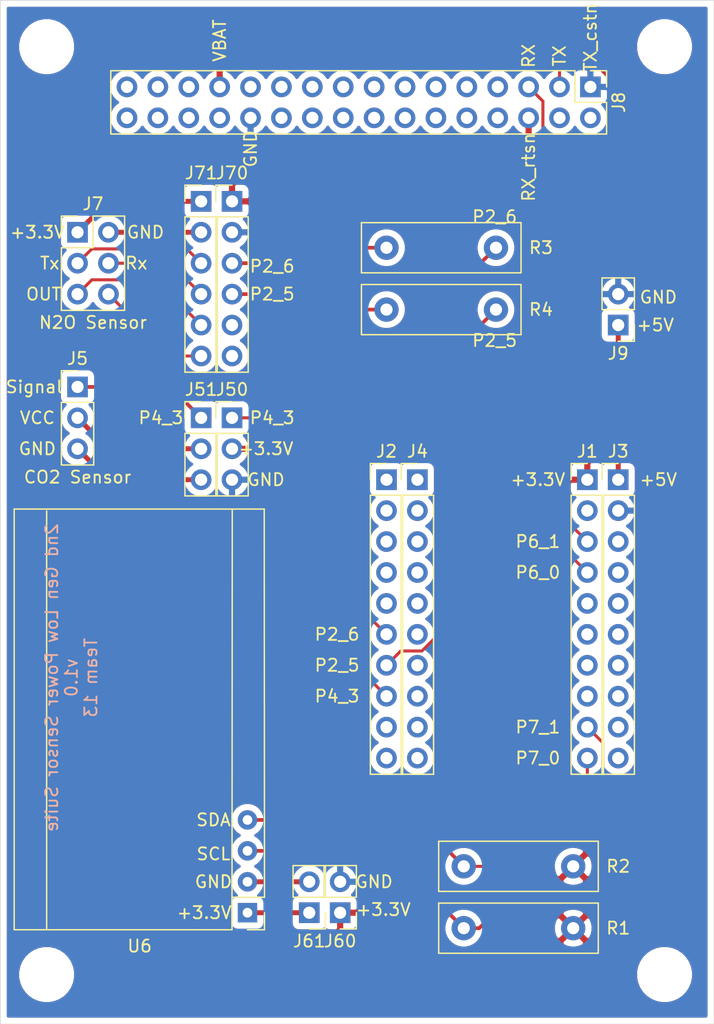
<source format=kicad_pcb>
(kicad_pcb (version 20171130) (host pcbnew "(5.1.10)-1")

  (general
    (thickness 1.6)
    (drawings 48)
    (tracks 67)
    (zones 0)
    (modules 23)
    (nets 82)
  )

  (page USLetter)
  (title_block
    (date 2022-04-09)
    (rev 1.0)
  )

  (layers
    (0 F.Cu signal hide)
    (31 B.Cu signal hide)
    (32 B.Adhes user)
    (33 F.Adhes user)
    (34 B.Paste user)
    (35 F.Paste user)
    (36 B.SilkS user)
    (37 F.SilkS user)
    (38 B.Mask user)
    (39 F.Mask user)
    (40 Dwgs.User user hide)
    (41 Cmts.User user)
    (42 Eco1.User user)
    (43 Eco2.User user)
    (44 Edge.Cuts user)
    (45 Margin user)
    (46 B.CrtYd user)
    (47 F.CrtYd user)
    (48 B.Fab user)
    (49 F.Fab user hide)
  )

  (setup
    (last_trace_width 0.25)
    (user_trace_width 0.3048)
    (user_trace_width 0.4064)
    (trace_clearance 0.2)
    (zone_clearance 0.508)
    (zone_45_only no)
    (trace_min 0.2)
    (via_size 0.8)
    (via_drill 0.4)
    (via_min_size 0.4)
    (via_min_drill 0.3)
    (uvia_size 0.3)
    (uvia_drill 0.1)
    (uvias_allowed no)
    (uvia_min_size 0.2)
    (uvia_min_drill 0.1)
    (edge_width 0.05)
    (segment_width 0.2)
    (pcb_text_width 0.3)
    (pcb_text_size 1.5 1.5)
    (mod_edge_width 0.12)
    (mod_text_size 1 1)
    (mod_text_width 0.15)
    (pad_size 1.524 1.524)
    (pad_drill 0.762)
    (pad_to_mask_clearance 0)
    (aux_axis_origin 0 0)
    (visible_elements 7FFFFFFF)
    (pcbplotparams
      (layerselection 0x010fc_ffffffff)
      (usegerberextensions false)
      (usegerberattributes true)
      (usegerberadvancedattributes true)
      (creategerberjobfile true)
      (excludeedgelayer true)
      (linewidth 0.100000)
      (plotframeref false)
      (viasonmask false)
      (mode 1)
      (useauxorigin false)
      (hpglpennumber 1)
      (hpglpenspeed 20)
      (hpglpendiameter 15.000000)
      (psnegative false)
      (psa4output false)
      (plotreference true)
      (plotvalue true)
      (plotinvisibletext false)
      (padsonsilk false)
      (subtractmaskfromsilk true)
      (outputformat 1)
      (mirror false)
      (drillshape 0)
      (scaleselection 1)
      (outputdirectory "Gerber/"))
  )

  (net 0 "")
  (net 1 GND)
  (net 2 +5V)
  (net 3 /P7_0)
  (net 4 /P7_1)
  (net 5 /P6_0)
  (net 6 /P6_1)
  (net 7 +3V3)
  (net 8 /P2_6)
  (net 9 /P2_5)
  (net 10 /P4_3)
  (net 11 "Net-(J1-Pad8)")
  (net 12 "Net-(J1-Pad7)")
  (net 13 "Net-(J1-Pad6)")
  (net 14 "Net-(J1-Pad5)")
  (net 15 "Net-(J1-Pad2)")
  (net 16 "Net-(J2-Pad1)")
  (net 17 "Net-(J2-Pad2)")
  (net 18 "Net-(J2-Pad3)")
  (net 19 "Net-(J2-Pad4)")
  (net 20 "Net-(J2-Pad5)")
  (net 21 "Net-(J2-Pad9)")
  (net 22 "Net-(J2-Pad10)")
  (net 23 "Net-(J3-Pad10)")
  (net 24 "Net-(J3-Pad9)")
  (net 25 "Net-(J3-Pad8)")
  (net 26 "Net-(J3-Pad7)")
  (net 27 "Net-(J3-Pad6)")
  (net 28 "Net-(J4-Pad6)")
  (net 29 "Net-(J4-Pad5)")
  (net 30 "Net-(J4-Pad4)")
  (net 31 "Net-(J4-Pad3)")
  (net 32 "Net-(J4-Pad2)")
  (net 33 "Net-(J4-Pad1)")
  (net 34 "Net-(J5-Pad3)")
  (net 35 "Net-(J5-Pad2)")
  (net 36 "Net-(J5-Pad1)")
  (net 37 "Net-(J61-Pad1)")
  (net 38 "Net-(J61-Pad2)")
  (net 39 "Net-(J3-Pad5)")
  (net 40 "Net-(J3-Pad4)")
  (net 41 "Net-(J3-Pad3)")
  (net 42 "Net-(J4-Pad10)")
  (net 43 "Net-(J4-Pad9)")
  (net 44 "Net-(J4-Pad8)")
  (net 45 "Net-(J4-Pad7)")
  (net 46 "Net-(J7-Pad6)")
  (net 47 "Net-(J7-Pad5)")
  (net 48 "Net-(J7-Pad4)")
  (net 49 "Net-(J7-Pad3)")
  (net 50 "Net-(J7-Pad2)")
  (net 51 "Net-(J7-Pad1)")
  (net 52 "Net-(J8-Pad32)")
  (net 53 "Net-(J8-Pad31)")
  (net 54 "Net-(J8-Pad30)")
  (net 55 "Net-(J8-Pad29)")
  (net 56 "Net-(J8-Pad28)")
  (net 57 "Net-(J8-Pad27)")
  (net 58 "Net-(J8-Pad26)")
  (net 59 "Net-(J8-Pad23)")
  (net 60 "Net-(J8-Pad22)")
  (net 61 "Net-(J8-Pad21)")
  (net 62 "Net-(J8-Pad20)")
  (net 63 "Net-(J8-Pad19)")
  (net 64 "Net-(J8-Pad18)")
  (net 65 "Net-(J8-Pad17)")
  (net 66 "Net-(J8-Pad16)")
  (net 67 "Net-(J8-Pad15)")
  (net 68 "Net-(J8-Pad14)")
  (net 69 "Net-(J8-Pad13)")
  (net 70 "Net-(J8-Pad12)")
  (net 71 "Net-(J8-Pad11)")
  (net 72 "Net-(J8-Pad10)")
  (net 73 "Net-(J8-Pad9)")
  (net 74 "Net-(J8-Pad8)")
  (net 75 "Net-(J8-Pad7)")
  (net 76 "Net-(J8-Pad2)")
  (net 77 "Net-(J70-Pad3)")
  (net 78 "Net-(J70-Pad4)")
  (net 79 "Net-(J70-Pad5)")
  (net 80 "Net-(J70-Pad6)")
  (net 81 "Net-(J8-Pad4)")

  (net_class Default "This is the default net class."
    (clearance 0.2)
    (trace_width 0.25)
    (via_dia 0.8)
    (via_drill 0.4)
    (uvia_dia 0.3)
    (uvia_drill 0.1)
    (add_net +3V3)
    (add_net +5V)
    (add_net /P2_5)
    (add_net /P2_6)
    (add_net /P4_3)
    (add_net /P6_0)
    (add_net /P6_1)
    (add_net /P7_0)
    (add_net /P7_1)
    (add_net GND)
    (add_net "Net-(J1-Pad2)")
    (add_net "Net-(J1-Pad5)")
    (add_net "Net-(J1-Pad6)")
    (add_net "Net-(J1-Pad7)")
    (add_net "Net-(J1-Pad8)")
    (add_net "Net-(J2-Pad1)")
    (add_net "Net-(J2-Pad10)")
    (add_net "Net-(J2-Pad2)")
    (add_net "Net-(J2-Pad3)")
    (add_net "Net-(J2-Pad4)")
    (add_net "Net-(J2-Pad5)")
    (add_net "Net-(J2-Pad9)")
    (add_net "Net-(J3-Pad10)")
    (add_net "Net-(J3-Pad3)")
    (add_net "Net-(J3-Pad4)")
    (add_net "Net-(J3-Pad5)")
    (add_net "Net-(J3-Pad6)")
    (add_net "Net-(J3-Pad7)")
    (add_net "Net-(J3-Pad8)")
    (add_net "Net-(J3-Pad9)")
    (add_net "Net-(J4-Pad1)")
    (add_net "Net-(J4-Pad10)")
    (add_net "Net-(J4-Pad2)")
    (add_net "Net-(J4-Pad3)")
    (add_net "Net-(J4-Pad4)")
    (add_net "Net-(J4-Pad5)")
    (add_net "Net-(J4-Pad6)")
    (add_net "Net-(J4-Pad7)")
    (add_net "Net-(J4-Pad8)")
    (add_net "Net-(J4-Pad9)")
    (add_net "Net-(J5-Pad1)")
    (add_net "Net-(J5-Pad2)")
    (add_net "Net-(J5-Pad3)")
    (add_net "Net-(J61-Pad1)")
    (add_net "Net-(J61-Pad2)")
    (add_net "Net-(J7-Pad1)")
    (add_net "Net-(J7-Pad2)")
    (add_net "Net-(J7-Pad3)")
    (add_net "Net-(J7-Pad4)")
    (add_net "Net-(J7-Pad5)")
    (add_net "Net-(J7-Pad6)")
    (add_net "Net-(J70-Pad3)")
    (add_net "Net-(J70-Pad4)")
    (add_net "Net-(J70-Pad5)")
    (add_net "Net-(J70-Pad6)")
    (add_net "Net-(J8-Pad10)")
    (add_net "Net-(J8-Pad11)")
    (add_net "Net-(J8-Pad12)")
    (add_net "Net-(J8-Pad13)")
    (add_net "Net-(J8-Pad14)")
    (add_net "Net-(J8-Pad15)")
    (add_net "Net-(J8-Pad16)")
    (add_net "Net-(J8-Pad17)")
    (add_net "Net-(J8-Pad18)")
    (add_net "Net-(J8-Pad19)")
    (add_net "Net-(J8-Pad2)")
    (add_net "Net-(J8-Pad20)")
    (add_net "Net-(J8-Pad21)")
    (add_net "Net-(J8-Pad22)")
    (add_net "Net-(J8-Pad23)")
    (add_net "Net-(J8-Pad26)")
    (add_net "Net-(J8-Pad27)")
    (add_net "Net-(J8-Pad28)")
    (add_net "Net-(J8-Pad29)")
    (add_net "Net-(J8-Pad30)")
    (add_net "Net-(J8-Pad31)")
    (add_net "Net-(J8-Pad32)")
    (add_net "Net-(J8-Pad4)")
    (add_net "Net-(J8-Pad7)")
    (add_net "Net-(J8-Pad8)")
    (add_net "Net-(J8-Pad9)")
  )

  (module Pin_Headers:Pin_Header_Straight_1x10_Pitch2.54mm (layer F.Cu) (tedit 59650532) (tstamp 6248C1BE)
    (at 171.45 60.96)
    (descr "Through hole straight pin header, 1x10, 2.54mm pitch, single row")
    (tags "Through hole pin header THT 1x10 2.54mm single row")
    (path /624FA1F6)
    (fp_text reference J3 (at 0 -2.33) (layer F.SilkS)
      (effects (font (size 1 1) (thickness 0.15)))
    )
    (fp_text value Conn_01x10_Male (at 0 25.19) (layer F.Fab) hide
      (effects (font (size 1 1) (thickness 0.15)))
    )
    (fp_line (start -0.635 -1.27) (end 1.27 -1.27) (layer F.Fab) (width 0.1))
    (fp_line (start 1.27 -1.27) (end 1.27 24.13) (layer F.Fab) (width 0.1))
    (fp_line (start 1.27 24.13) (end -1.27 24.13) (layer F.Fab) (width 0.1))
    (fp_line (start -1.27 24.13) (end -1.27 -0.635) (layer F.Fab) (width 0.1))
    (fp_line (start -1.27 -0.635) (end -0.635 -1.27) (layer F.Fab) (width 0.1))
    (fp_line (start -1.33 24.19) (end 1.33 24.19) (layer F.SilkS) (width 0.12))
    (fp_line (start -1.33 1.27) (end -1.33 24.19) (layer F.SilkS) (width 0.12))
    (fp_line (start 1.33 1.27) (end 1.33 24.19) (layer F.SilkS) (width 0.12))
    (fp_line (start -1.33 1.27) (end 1.33 1.27) (layer F.SilkS) (width 0.12))
    (fp_line (start -1.33 0) (end -1.33 -1.33) (layer F.SilkS) (width 0.12))
    (fp_line (start -1.33 -1.33) (end 0 -1.33) (layer F.SilkS) (width 0.12))
    (fp_line (start -1.8 -1.8) (end -1.8 24.65) (layer F.CrtYd) (width 0.05))
    (fp_line (start -1.8 24.65) (end 1.8 24.65) (layer F.CrtYd) (width 0.05))
    (fp_line (start 1.8 24.65) (end 1.8 -1.8) (layer F.CrtYd) (width 0.05))
    (fp_line (start 1.8 -1.8) (end -1.8 -1.8) (layer F.CrtYd) (width 0.05))
    (fp_text user %R (at 0 11.43 90) (layer F.Fab)
      (effects (font (size 1 1) (thickness 0.15)))
    )
    (pad 10 thru_hole oval (at 0 22.86) (size 1.7 1.7) (drill 1) (layers *.Cu *.Mask)
      (net 23 "Net-(J3-Pad10)"))
    (pad 9 thru_hole oval (at 0 20.32) (size 1.7 1.7) (drill 1) (layers *.Cu *.Mask)
      (net 24 "Net-(J3-Pad9)"))
    (pad 8 thru_hole oval (at 0 17.78) (size 1.7 1.7) (drill 1) (layers *.Cu *.Mask)
      (net 25 "Net-(J3-Pad8)"))
    (pad 7 thru_hole oval (at 0 15.24) (size 1.7 1.7) (drill 1) (layers *.Cu *.Mask)
      (net 26 "Net-(J3-Pad7)"))
    (pad 6 thru_hole oval (at 0 12.7) (size 1.7 1.7) (drill 1) (layers *.Cu *.Mask)
      (net 27 "Net-(J3-Pad6)"))
    (pad 5 thru_hole oval (at 0 10.16) (size 1.7 1.7) (drill 1) (layers *.Cu *.Mask)
      (net 39 "Net-(J3-Pad5)"))
    (pad 4 thru_hole oval (at 0 7.62) (size 1.7 1.7) (drill 1) (layers *.Cu *.Mask)
      (net 40 "Net-(J3-Pad4)"))
    (pad 3 thru_hole oval (at 0 5.08) (size 1.7 1.7) (drill 1) (layers *.Cu *.Mask)
      (net 41 "Net-(J3-Pad3)"))
    (pad 2 thru_hole oval (at 0 2.54) (size 1.7 1.7) (drill 1) (layers *.Cu *.Mask)
      (net 1 GND))
    (pad 1 thru_hole rect (at 0 0) (size 1.7 1.7) (drill 1) (layers *.Cu *.Mask)
      (net 2 +5V))
    (model ${KISYS3DMOD}/Pin_Headers.3dshapes/Pin_Header_Straight_1x10_Pitch2.54mm.wrl
      (at (xyz 0 0 0))
      (scale (xyz 1 1 1))
      (rotate (xyz 0 0 0))
    )
  )

  (module Mounting_Holes:MountingHole_3.5mm (layer F.Cu) (tedit 56D1B4CB) (tstamp 6248BA27)
    (at 124.46 101.6)
    (descr "Mounting Hole 3.5mm, no annular")
    (tags "mounting hole 3.5mm no annular")
    (attr virtual)
    (fp_text reference REF** (at 0 -4.5) (layer F.SilkS) hide
      (effects (font (size 1 1) (thickness 0.15)))
    )
    (fp_text value MountingHole_3.5mm (at 0 4.5) (layer F.Fab) hide
      (effects (font (size 1 1) (thickness 0.15)))
    )
    (fp_circle (center 0 0) (end 3.75 0) (layer F.CrtYd) (width 0.05))
    (fp_circle (center 0 0) (end 3.5 0) (layer Cmts.User) (width 0.15))
    (fp_text user %R (at 0.3 0) (layer F.Fab) hide
      (effects (font (size 1 1) (thickness 0.15)))
    )
    (pad 1 np_thru_hole circle (at 0 0) (size 3.5 3.5) (drill 3.5) (layers *.Cu *.Mask))
  )

  (module Mounting_Holes:MountingHole_3.5mm (layer F.Cu) (tedit 56D1B4CB) (tstamp 6248BA1C)
    (at 124.46 25.4)
    (descr "Mounting Hole 3.5mm, no annular")
    (tags "mounting hole 3.5mm no annular")
    (attr virtual)
    (fp_text reference REF** (at 0 -4.5) (layer F.SilkS) hide
      (effects (font (size 1 1) (thickness 0.15)))
    )
    (fp_text value MountingHole_3.5mm (at 0 4.5) (layer F.Fab)
      (effects (font (size 1 1) (thickness 0.15)))
    )
    (fp_circle (center 0 0) (end 3.75 0) (layer F.CrtYd) (width 0.05))
    (fp_circle (center 0 0) (end 3.5 0) (layer Cmts.User) (width 0.15))
    (fp_text user %R (at 0.3 0) (layer F.Fab)
      (effects (font (size 1 1) (thickness 0.15)))
    )
    (pad 1 np_thru_hole circle (at 0 0) (size 3.5 3.5) (drill 3.5) (layers *.Cu *.Mask))
  )

  (module Mounting_Holes:MountingHole_3.5mm (layer F.Cu) (tedit 56D1B4CB) (tstamp 6248BA11)
    (at 175.26 25.4)
    (descr "Mounting Hole 3.5mm, no annular")
    (tags "mounting hole 3.5mm no annular")
    (attr virtual)
    (fp_text reference REF** (at 0 -4.5) (layer F.SilkS) hide
      (effects (font (size 1 1) (thickness 0.15)))
    )
    (fp_text value MountingHole_3.5mm (at 0 4.5) (layer F.Fab)
      (effects (font (size 1 1) (thickness 0.15)))
    )
    (fp_circle (center 0 0) (end 3.75 0) (layer F.CrtYd) (width 0.05))
    (fp_circle (center 0 0) (end 3.5 0) (layer Cmts.User) (width 0.15))
    (fp_text user %R (at 0.3 0) (layer F.Fab)
      (effects (font (size 1 1) (thickness 0.15)))
    )
    (pad 1 np_thru_hole circle (at 0 0) (size 3.5 3.5) (drill 3.5) (layers *.Cu *.Mask))
  )

  (module Mounting_Holes:MountingHole_3.5mm (layer F.Cu) (tedit 56D1B4CB) (tstamp 6248B9FE)
    (at 175.26 101.6)
    (descr "Mounting Hole 3.5mm, no annular")
    (tags "mounting hole 3.5mm no annular")
    (attr virtual)
    (fp_text reference REF** (at 0 -4.5) (layer F.SilkS) hide
      (effects (font (size 1 1) (thickness 0.15)))
    )
    (fp_text value MountingHole_3.5mm (at 0 4.5) (layer F.Fab)
      (effects (font (size 1 1) (thickness 0.15)))
    )
    (fp_circle (center 0 0) (end 3.75 0) (layer F.CrtYd) (width 0.05))
    (fp_circle (center 0 0) (end 3.5 0) (layer Cmts.User) (width 0.15))
    (fp_text user %R (at 0.3 0) (layer F.Fab)
      (effects (font (size 1 1) (thickness 0.15)))
    )
    (pad 1 np_thru_hole circle (at 0 0) (size 3.5 3.5) (drill 3.5) (layers *.Cu *.Mask))
  )

  (module Pin_Headers:Pin_Header_Straight_2x16_Pitch2.54mm (layer F.Cu) (tedit 59650533) (tstamp 62473218)
    (at 169.164 28.702 270)
    (descr "Through hole straight pin header, 2x16, 2.54mm pitch, double rows")
    (tags "Through hole pin header THT 2x16 2.54mm double row")
    (path /62482672)
    (fp_text reference J8 (at 1.27 -2.33 90) (layer F.SilkS)
      (effects (font (size 1 1) (thickness 0.15)))
    )
    (fp_text value Conn_01x32_Male (at 1.27 40.43 90) (layer F.Fab)
      (effects (font (size 1 1) (thickness 0.15)))
    )
    (fp_line (start 4.35 -1.8) (end -1.8 -1.8) (layer F.CrtYd) (width 0.05))
    (fp_line (start 4.35 39.9) (end 4.35 -1.8) (layer F.CrtYd) (width 0.05))
    (fp_line (start -1.8 39.9) (end 4.35 39.9) (layer F.CrtYd) (width 0.05))
    (fp_line (start -1.8 -1.8) (end -1.8 39.9) (layer F.CrtYd) (width 0.05))
    (fp_line (start -1.33 -1.33) (end 0 -1.33) (layer F.SilkS) (width 0.12))
    (fp_line (start -1.33 0) (end -1.33 -1.33) (layer F.SilkS) (width 0.12))
    (fp_line (start 1.27 -1.33) (end 3.87 -1.33) (layer F.SilkS) (width 0.12))
    (fp_line (start 1.27 1.27) (end 1.27 -1.33) (layer F.SilkS) (width 0.12))
    (fp_line (start -1.33 1.27) (end 1.27 1.27) (layer F.SilkS) (width 0.12))
    (fp_line (start 3.87 -1.33) (end 3.87 39.43) (layer F.SilkS) (width 0.12))
    (fp_line (start -1.33 1.27) (end -1.33 39.43) (layer F.SilkS) (width 0.12))
    (fp_line (start -1.33 39.43) (end 3.87 39.43) (layer F.SilkS) (width 0.12))
    (fp_line (start -1.27 0) (end 0 -1.27) (layer F.Fab) (width 0.1))
    (fp_line (start -1.27 39.37) (end -1.27 0) (layer F.Fab) (width 0.1))
    (fp_line (start 3.81 39.37) (end -1.27 39.37) (layer F.Fab) (width 0.1))
    (fp_line (start 3.81 -1.27) (end 3.81 39.37) (layer F.Fab) (width 0.1))
    (fp_line (start 0 -1.27) (end 3.81 -1.27) (layer F.Fab) (width 0.1))
    (fp_text user %R (at 1.27 19.05) (layer F.Fab)
      (effects (font (size 1 1) (thickness 0.15)))
    )
    (pad 32 thru_hole oval (at 2.54 38.1 270) (size 1.7 1.7) (drill 1) (layers *.Cu *.Mask)
      (net 52 "Net-(J8-Pad32)"))
    (pad 31 thru_hole oval (at 0 38.1 270) (size 1.7 1.7) (drill 1) (layers *.Cu *.Mask)
      (net 53 "Net-(J8-Pad31)"))
    (pad 30 thru_hole oval (at 2.54 35.56 270) (size 1.7 1.7) (drill 1) (layers *.Cu *.Mask)
      (net 54 "Net-(J8-Pad30)"))
    (pad 29 thru_hole oval (at 0 35.56 270) (size 1.7 1.7) (drill 1) (layers *.Cu *.Mask)
      (net 55 "Net-(J8-Pad29)"))
    (pad 28 thru_hole oval (at 2.54 33.02 270) (size 1.7 1.7) (drill 1) (layers *.Cu *.Mask)
      (net 56 "Net-(J8-Pad28)"))
    (pad 27 thru_hole oval (at 0 33.02 270) (size 1.7 1.7) (drill 1) (layers *.Cu *.Mask)
      (net 57 "Net-(J8-Pad27)"))
    (pad 26 thru_hole oval (at 2.54 30.48 270) (size 1.7 1.7) (drill 1) (layers *.Cu *.Mask)
      (net 58 "Net-(J8-Pad26)"))
    (pad 25 thru_hole oval (at 0 30.48 270) (size 1.7 1.7) (drill 1) (layers *.Cu *.Mask)
      (net 7 +3V3))
    (pad 24 thru_hole oval (at 2.54 27.94 270) (size 1.7 1.7) (drill 1) (layers *.Cu *.Mask)
      (net 1 GND))
    (pad 23 thru_hole oval (at 0 27.94 270) (size 1.7 1.7) (drill 1) (layers *.Cu *.Mask)
      (net 59 "Net-(J8-Pad23)"))
    (pad 22 thru_hole oval (at 2.54 25.4 270) (size 1.7 1.7) (drill 1) (layers *.Cu *.Mask)
      (net 60 "Net-(J8-Pad22)"))
    (pad 21 thru_hole oval (at 0 25.4 270) (size 1.7 1.7) (drill 1) (layers *.Cu *.Mask)
      (net 61 "Net-(J8-Pad21)"))
    (pad 20 thru_hole oval (at 2.54 22.86 270) (size 1.7 1.7) (drill 1) (layers *.Cu *.Mask)
      (net 62 "Net-(J8-Pad20)"))
    (pad 19 thru_hole oval (at 0 22.86 270) (size 1.7 1.7) (drill 1) (layers *.Cu *.Mask)
      (net 63 "Net-(J8-Pad19)"))
    (pad 18 thru_hole oval (at 2.54 20.32 270) (size 1.7 1.7) (drill 1) (layers *.Cu *.Mask)
      (net 64 "Net-(J8-Pad18)"))
    (pad 17 thru_hole oval (at 0 20.32 270) (size 1.7 1.7) (drill 1) (layers *.Cu *.Mask)
      (net 65 "Net-(J8-Pad17)"))
    (pad 16 thru_hole oval (at 2.54 17.78 270) (size 1.7 1.7) (drill 1) (layers *.Cu *.Mask)
      (net 66 "Net-(J8-Pad16)"))
    (pad 15 thru_hole oval (at 0 17.78 270) (size 1.7 1.7) (drill 1) (layers *.Cu *.Mask)
      (net 67 "Net-(J8-Pad15)"))
    (pad 14 thru_hole oval (at 2.54 15.24 270) (size 1.7 1.7) (drill 1) (layers *.Cu *.Mask)
      (net 68 "Net-(J8-Pad14)"))
    (pad 13 thru_hole oval (at 0 15.24 270) (size 1.7 1.7) (drill 1) (layers *.Cu *.Mask)
      (net 69 "Net-(J8-Pad13)"))
    (pad 12 thru_hole oval (at 2.54 12.7 270) (size 1.7 1.7) (drill 1) (layers *.Cu *.Mask)
      (net 70 "Net-(J8-Pad12)"))
    (pad 11 thru_hole oval (at 0 12.7 270) (size 1.7 1.7) (drill 1) (layers *.Cu *.Mask)
      (net 71 "Net-(J8-Pad11)"))
    (pad 10 thru_hole oval (at 2.54 10.16 270) (size 1.7 1.7) (drill 1) (layers *.Cu *.Mask)
      (net 72 "Net-(J8-Pad10)"))
    (pad 9 thru_hole oval (at 0 10.16 270) (size 1.7 1.7) (drill 1) (layers *.Cu *.Mask)
      (net 73 "Net-(J8-Pad9)"))
    (pad 8 thru_hole oval (at 2.54 7.62 270) (size 1.7 1.7) (drill 1) (layers *.Cu *.Mask)
      (net 74 "Net-(J8-Pad8)"))
    (pad 7 thru_hole oval (at 0 7.62 270) (size 1.7 1.7) (drill 1) (layers *.Cu *.Mask)
      (net 75 "Net-(J8-Pad7)"))
    (pad 6 thru_hole oval (at 2.54 5.08 270) (size 1.7 1.7) (drill 1) (layers *.Cu *.Mask)
      (net 7 +3V3))
    (pad 5 thru_hole oval (at 0 5.08 270) (size 1.7 1.7) (drill 1) (layers *.Cu *.Mask)
      (net 5 /P6_0))
    (pad 4 thru_hole oval (at 2.54 2.54 270) (size 1.7 1.7) (drill 1) (layers *.Cu *.Mask)
      (net 81 "Net-(J8-Pad4)"))
    (pad 3 thru_hole oval (at 0 2.54 270) (size 1.7 1.7) (drill 1) (layers *.Cu *.Mask)
      (net 6 /P6_1))
    (pad 2 thru_hole oval (at 2.54 0 270) (size 1.7 1.7) (drill 1) (layers *.Cu *.Mask)
      (net 76 "Net-(J8-Pad2)"))
    (pad 1 thru_hole rect (at 0 0 270) (size 1.7 1.7) (drill 1) (layers *.Cu *.Mask)
      (net 1 GND))
    (model ${KISYS3DMOD}/Pin_Headers.3dshapes/Pin_Header_Straight_2x16_Pitch2.54mm.wrl
      (at (xyz 0 0 0))
      (scale (xyz 1 1 1))
      (rotate (xyz 0 0 0))
    )
  )

  (module Pin_Headers:Pin_Header_Straight_2x03_Pitch2.54mm (layer F.Cu) (tedit 59650532) (tstamp 62473234)
    (at 127 40.64)
    (descr "Through hole straight pin header, 2x03, 2.54mm pitch, double rows")
    (tags "Through hole pin header THT 2x03 2.54mm double row")
    (path /6248CFE0)
    (fp_text reference J7 (at 1.27 -2.33) (layer F.SilkS)
      (effects (font (size 1 1) (thickness 0.15)))
    )
    (fp_text value "N2O Sensor" (at 1.27 7.41) (layer F.SilkS)
      (effects (font (size 1 1) (thickness 0.15)))
    )
    (fp_line (start 4.35 -1.8) (end -1.8 -1.8) (layer F.CrtYd) (width 0.05))
    (fp_line (start 4.35 6.85) (end 4.35 -1.8) (layer F.CrtYd) (width 0.05))
    (fp_line (start -1.8 6.85) (end 4.35 6.85) (layer F.CrtYd) (width 0.05))
    (fp_line (start -1.8 -1.8) (end -1.8 6.85) (layer F.CrtYd) (width 0.05))
    (fp_line (start -1.33 -1.33) (end 0 -1.33) (layer F.SilkS) (width 0.12))
    (fp_line (start -1.33 0) (end -1.33 -1.33) (layer F.SilkS) (width 0.12))
    (fp_line (start 1.27 -1.33) (end 3.87 -1.33) (layer F.SilkS) (width 0.12))
    (fp_line (start 1.27 1.27) (end 1.27 -1.33) (layer F.SilkS) (width 0.12))
    (fp_line (start -1.33 1.27) (end 1.27 1.27) (layer F.SilkS) (width 0.12))
    (fp_line (start 3.87 -1.33) (end 3.87 6.41) (layer F.SilkS) (width 0.12))
    (fp_line (start -1.33 1.27) (end -1.33 6.41) (layer F.SilkS) (width 0.12))
    (fp_line (start -1.33 6.41) (end 3.87 6.41) (layer F.SilkS) (width 0.12))
    (fp_line (start -1.27 0) (end 0 -1.27) (layer F.Fab) (width 0.1))
    (fp_line (start -1.27 6.35) (end -1.27 0) (layer F.Fab) (width 0.1))
    (fp_line (start 3.81 6.35) (end -1.27 6.35) (layer F.Fab) (width 0.1))
    (fp_line (start 3.81 -1.27) (end 3.81 6.35) (layer F.Fab) (width 0.1))
    (fp_line (start 0 -1.27) (end 3.81 -1.27) (layer F.Fab) (width 0.1))
    (fp_text user %R (at 1.27 2.54 90) (layer F.Fab)
      (effects (font (size 1 1) (thickness 0.15)))
    )
    (pad 6 thru_hole oval (at 2.54 5.08) (size 1.7 1.7) (drill 1) (layers *.Cu *.Mask)
      (net 46 "Net-(J7-Pad6)"))
    (pad 5 thru_hole oval (at 0 5.08) (size 1.7 1.7) (drill 1) (layers *.Cu *.Mask)
      (net 47 "Net-(J7-Pad5)"))
    (pad 4 thru_hole oval (at 2.54 2.54) (size 1.7 1.7) (drill 1) (layers *.Cu *.Mask)
      (net 48 "Net-(J7-Pad4)"))
    (pad 3 thru_hole oval (at 0 2.54) (size 1.7 1.7) (drill 1) (layers *.Cu *.Mask)
      (net 49 "Net-(J7-Pad3)"))
    (pad 2 thru_hole oval (at 2.54 0) (size 1.7 1.7) (drill 1) (layers *.Cu *.Mask)
      (net 50 "Net-(J7-Pad2)"))
    (pad 1 thru_hole rect (at 0 0) (size 1.7 1.7) (drill 1) (layers *.Cu *.Mask)
      (net 51 "Net-(J7-Pad1)"))
    (model ${KISYS3DMOD}/Pin_Headers.3dshapes/Pin_Header_Straight_2x03_Pitch2.54mm.wrl
      (at (xyz 0 0 0))
      (scale (xyz 1 1 1))
      (rotate (xyz 0 0 0))
    )
  )

  (module Pin_Headers:Pin_Header_Straight_1x03_Pitch2.54mm (layer F.Cu) (tedit 59650532) (tstamp 6247324B)
    (at 127 53.34)
    (descr "Through hole straight pin header, 1x03, 2.54mm pitch, single row")
    (tags "Through hole pin header THT 1x03 2.54mm single row")
    (path /62480029)
    (fp_text reference J5 (at 0 -2.33) (layer F.SilkS)
      (effects (font (size 1 1) (thickness 0.15)))
    )
    (fp_text value "CO2 Sensor" (at 0 7.41) (layer F.SilkS)
      (effects (font (size 1 1) (thickness 0.15)))
    )
    (fp_line (start 1.8 -1.8) (end -1.8 -1.8) (layer F.CrtYd) (width 0.05))
    (fp_line (start 1.8 6.85) (end 1.8 -1.8) (layer F.CrtYd) (width 0.05))
    (fp_line (start -1.8 6.85) (end 1.8 6.85) (layer F.CrtYd) (width 0.05))
    (fp_line (start -1.8 -1.8) (end -1.8 6.85) (layer F.CrtYd) (width 0.05))
    (fp_line (start -1.33 -1.33) (end 0 -1.33) (layer F.SilkS) (width 0.12))
    (fp_line (start -1.33 0) (end -1.33 -1.33) (layer F.SilkS) (width 0.12))
    (fp_line (start -1.33 1.27) (end 1.33 1.27) (layer F.SilkS) (width 0.12))
    (fp_line (start 1.33 1.27) (end 1.33 6.41) (layer F.SilkS) (width 0.12))
    (fp_line (start -1.33 1.27) (end -1.33 6.41) (layer F.SilkS) (width 0.12))
    (fp_line (start -1.33 6.41) (end 1.33 6.41) (layer F.SilkS) (width 0.12))
    (fp_line (start -1.27 -0.635) (end -0.635 -1.27) (layer F.Fab) (width 0.1))
    (fp_line (start -1.27 6.35) (end -1.27 -0.635) (layer F.Fab) (width 0.1))
    (fp_line (start 1.27 6.35) (end -1.27 6.35) (layer F.Fab) (width 0.1))
    (fp_line (start 1.27 -1.27) (end 1.27 6.35) (layer F.Fab) (width 0.1))
    (fp_line (start -0.635 -1.27) (end 1.27 -1.27) (layer F.Fab) (width 0.1))
    (fp_text user %R (at 0 2.54 90) (layer F.Fab)
      (effects (font (size 1 1) (thickness 0.15)))
    )
    (pad 3 thru_hole oval (at 0 5.08) (size 1.7 1.7) (drill 1) (layers *.Cu *.Mask)
      (net 34 "Net-(J5-Pad3)"))
    (pad 2 thru_hole oval (at 0 2.54) (size 1.7 1.7) (drill 1) (layers *.Cu *.Mask)
      (net 35 "Net-(J5-Pad2)"))
    (pad 1 thru_hole rect (at 0 0) (size 1.7 1.7) (drill 1) (layers *.Cu *.Mask)
      (net 36 "Net-(J5-Pad1)"))
    (model ${KISYS3DMOD}/Pin_Headers.3dshapes/Pin_Header_Straight_1x03_Pitch2.54mm.wrl
      (at (xyz 0 0 0))
      (scale (xyz 1 1 1))
      (rotate (xyz 0 0 0))
    )
  )

  (module Pin_Headers:Pin_Header_Straight_1x06_Pitch2.54mm (layer F.Cu) (tedit 59650532) (tstamp 6247E360)
    (at 139.7 38.1)
    (descr "Through hole straight pin header, 1x06, 2.54mm pitch, single row")
    (tags "Through hole pin header THT 1x06 2.54mm single row")
    (path /6249A2E8)
    (fp_text reference J70 (at 0 -2.33) (layer F.SilkS)
      (effects (font (size 1 1) (thickness 0.15)))
    )
    (fp_text value "N2O Sensor" (at 0 15.03) (layer F.Fab)
      (effects (font (size 1 1) (thickness 0.15)))
    )
    (fp_line (start 1.8 -1.8) (end -1.8 -1.8) (layer F.CrtYd) (width 0.05))
    (fp_line (start 1.8 14.5) (end 1.8 -1.8) (layer F.CrtYd) (width 0.05))
    (fp_line (start -1.8 14.5) (end 1.8 14.5) (layer F.CrtYd) (width 0.05))
    (fp_line (start -1.8 -1.8) (end -1.8 14.5) (layer F.CrtYd) (width 0.05))
    (fp_line (start -1.33 -1.33) (end 0 -1.33) (layer F.SilkS) (width 0.12))
    (fp_line (start -1.33 0) (end -1.33 -1.33) (layer F.SilkS) (width 0.12))
    (fp_line (start -1.33 1.27) (end 1.33 1.27) (layer F.SilkS) (width 0.12))
    (fp_line (start 1.33 1.27) (end 1.33 14.03) (layer F.SilkS) (width 0.12))
    (fp_line (start -1.33 1.27) (end -1.33 14.03) (layer F.SilkS) (width 0.12))
    (fp_line (start -1.33 14.03) (end 1.33 14.03) (layer F.SilkS) (width 0.12))
    (fp_line (start -1.27 -0.635) (end -0.635 -1.27) (layer F.Fab) (width 0.1))
    (fp_line (start -1.27 13.97) (end -1.27 -0.635) (layer F.Fab) (width 0.1))
    (fp_line (start 1.27 13.97) (end -1.27 13.97) (layer F.Fab) (width 0.1))
    (fp_line (start 1.27 -1.27) (end 1.27 13.97) (layer F.Fab) (width 0.1))
    (fp_line (start -0.635 -1.27) (end 1.27 -1.27) (layer F.Fab) (width 0.1))
    (fp_text user %R (at 0 6.35 90) (layer F.Fab)
      (effects (font (size 1 1) (thickness 0.15)))
    )
    (pad 1 thru_hole rect (at 0 0) (size 1.7 1.7) (drill 1) (layers *.Cu *.Mask)
      (net 7 +3V3))
    (pad 2 thru_hole oval (at 0 2.54) (size 1.7 1.7) (drill 1) (layers *.Cu *.Mask)
      (net 1 GND))
    (pad 3 thru_hole oval (at 0 5.08) (size 1.7 1.7) (drill 1) (layers *.Cu *.Mask)
      (net 77 "Net-(J70-Pad3)"))
    (pad 4 thru_hole oval (at 0 7.62) (size 1.7 1.7) (drill 1) (layers *.Cu *.Mask)
      (net 78 "Net-(J70-Pad4)"))
    (pad 5 thru_hole oval (at 0 10.16) (size 1.7 1.7) (drill 1) (layers *.Cu *.Mask)
      (net 79 "Net-(J70-Pad5)"))
    (pad 6 thru_hole oval (at 0 12.7) (size 1.7 1.7) (drill 1) (layers *.Cu *.Mask)
      (net 80 "Net-(J70-Pad6)"))
    (model ${KISYS3DMOD}/Pin_Headers.3dshapes/Pin_Header_Straight_1x06_Pitch2.54mm.wrl
      (at (xyz 0 0 0))
      (scale (xyz 1 1 1))
      (rotate (xyz 0 0 0))
    )
  )

  (module Pin_Headers:Pin_Header_Straight_1x06_Pitch2.54mm (layer F.Cu) (tedit 59650532) (tstamp 6248BE21)
    (at 137.16 38.1)
    (descr "Through hole straight pin header, 1x06, 2.54mm pitch, single row")
    (tags "Through hole pin header THT 1x06 2.54mm single row")
    (path /62494097)
    (fp_text reference J71 (at 0 -2.33) (layer F.SilkS)
      (effects (font (size 1 1) (thickness 0.15)))
    )
    (fp_text value "N2O Sensor" (at 0 15.03) (layer F.Fab)
      (effects (font (size 1 1) (thickness 0.15)))
    )
    (fp_line (start -0.635 -1.27) (end 1.27 -1.27) (layer F.Fab) (width 0.1))
    (fp_line (start 1.27 -1.27) (end 1.27 13.97) (layer F.Fab) (width 0.1))
    (fp_line (start 1.27 13.97) (end -1.27 13.97) (layer F.Fab) (width 0.1))
    (fp_line (start -1.27 13.97) (end -1.27 -0.635) (layer F.Fab) (width 0.1))
    (fp_line (start -1.27 -0.635) (end -0.635 -1.27) (layer F.Fab) (width 0.1))
    (fp_line (start -1.33 14.03) (end 1.33 14.03) (layer F.SilkS) (width 0.12))
    (fp_line (start -1.33 1.27) (end -1.33 14.03) (layer F.SilkS) (width 0.12))
    (fp_line (start 1.33 1.27) (end 1.33 14.03) (layer F.SilkS) (width 0.12))
    (fp_line (start -1.33 1.27) (end 1.33 1.27) (layer F.SilkS) (width 0.12))
    (fp_line (start -1.33 0) (end -1.33 -1.33) (layer F.SilkS) (width 0.12))
    (fp_line (start -1.33 -1.33) (end 0 -1.33) (layer F.SilkS) (width 0.12))
    (fp_line (start -1.8 -1.8) (end -1.8 14.5) (layer F.CrtYd) (width 0.05))
    (fp_line (start -1.8 14.5) (end 1.8 14.5) (layer F.CrtYd) (width 0.05))
    (fp_line (start 1.8 14.5) (end 1.8 -1.8) (layer F.CrtYd) (width 0.05))
    (fp_line (start 1.8 -1.8) (end -1.8 -1.8) (layer F.CrtYd) (width 0.05))
    (fp_text user %R (at 0 6.35 90) (layer F.Fab)
      (effects (font (size 1 1) (thickness 0.15)))
    )
    (pad 6 thru_hole oval (at 0 12.7) (size 1.7 1.7) (drill 1) (layers *.Cu *.Mask)
      (net 46 "Net-(J7-Pad6)"))
    (pad 5 thru_hole oval (at 0 10.16) (size 1.7 1.7) (drill 1) (layers *.Cu *.Mask)
      (net 47 "Net-(J7-Pad5)"))
    (pad 4 thru_hole oval (at 0 7.62) (size 1.7 1.7) (drill 1) (layers *.Cu *.Mask)
      (net 48 "Net-(J7-Pad4)"))
    (pad 3 thru_hole oval (at 0 5.08) (size 1.7 1.7) (drill 1) (layers *.Cu *.Mask)
      (net 49 "Net-(J7-Pad3)"))
    (pad 2 thru_hole oval (at 0 2.54) (size 1.7 1.7) (drill 1) (layers *.Cu *.Mask)
      (net 50 "Net-(J7-Pad2)"))
    (pad 1 thru_hole rect (at 0 0) (size 1.7 1.7) (drill 1) (layers *.Cu *.Mask)
      (net 51 "Net-(J7-Pad1)"))
    (model ${KISYS3DMOD}/Pin_Headers.3dshapes/Pin_Header_Straight_1x06_Pitch2.54mm.wrl
      (at (xyz 0 0 0))
      (scale (xyz 1 1 1))
      (rotate (xyz 0 0 0))
    )
  )

  (module Pin_Headers:Pin_Header_Straight_1x03_Pitch2.54mm (layer F.Cu) (tedit 59650532) (tstamp 6247E391)
    (at 139.7 55.88)
    (descr "Through hole straight pin header, 1x03, 2.54mm pitch, single row")
    (tags "Through hole pin header THT 1x03 2.54mm single row")
    (path /62486F0E)
    (fp_text reference J50 (at 0 -2.33) (layer F.SilkS)
      (effects (font (size 1 1) (thickness 0.15)))
    )
    (fp_text value Conn_01x03_Male (at 0 7.41) (layer F.Fab) hide
      (effects (font (size 1 1) (thickness 0.15)))
    )
    (fp_line (start 1.8 -1.8) (end -1.8 -1.8) (layer F.CrtYd) (width 0.05))
    (fp_line (start 1.8 6.85) (end 1.8 -1.8) (layer F.CrtYd) (width 0.05))
    (fp_line (start -1.8 6.85) (end 1.8 6.85) (layer F.CrtYd) (width 0.05))
    (fp_line (start -1.8 -1.8) (end -1.8 6.85) (layer F.CrtYd) (width 0.05))
    (fp_line (start -1.33 -1.33) (end 0 -1.33) (layer F.SilkS) (width 0.12))
    (fp_line (start -1.33 0) (end -1.33 -1.33) (layer F.SilkS) (width 0.12))
    (fp_line (start -1.33 1.27) (end 1.33 1.27) (layer F.SilkS) (width 0.12))
    (fp_line (start 1.33 1.27) (end 1.33 6.41) (layer F.SilkS) (width 0.12))
    (fp_line (start -1.33 1.27) (end -1.33 6.41) (layer F.SilkS) (width 0.12))
    (fp_line (start -1.33 6.41) (end 1.33 6.41) (layer F.SilkS) (width 0.12))
    (fp_line (start -1.27 -0.635) (end -0.635 -1.27) (layer F.Fab) (width 0.1))
    (fp_line (start -1.27 6.35) (end -1.27 -0.635) (layer F.Fab) (width 0.1))
    (fp_line (start 1.27 6.35) (end -1.27 6.35) (layer F.Fab) (width 0.1))
    (fp_line (start 1.27 -1.27) (end 1.27 6.35) (layer F.Fab) (width 0.1))
    (fp_line (start -0.635 -1.27) (end 1.27 -1.27) (layer F.Fab) (width 0.1))
    (fp_text user %R (at 0 2.54 90) (layer F.Fab)
      (effects (font (size 1 1) (thickness 0.15)))
    )
    (pad 1 thru_hole rect (at 0 0) (size 1.7 1.7) (drill 1) (layers *.Cu *.Mask)
      (net 10 /P4_3))
    (pad 2 thru_hole oval (at 0 2.54) (size 1.7 1.7) (drill 1) (layers *.Cu *.Mask)
      (net 7 +3V3))
    (pad 3 thru_hole oval (at 0 5.08) (size 1.7 1.7) (drill 1) (layers *.Cu *.Mask)
      (net 1 GND))
    (model ${KISYS3DMOD}/Pin_Headers.3dshapes/Pin_Header_Straight_1x03_Pitch2.54mm.wrl
      (at (xyz 0 0 0))
      (scale (xyz 1 1 1))
      (rotate (xyz 0 0 0))
    )
  )

  (module Pin_Headers:Pin_Header_Straight_1x03_Pitch2.54mm (layer F.Cu) (tedit 59650532) (tstamp 6247E3A8)
    (at 137.16 55.88)
    (descr "Through hole straight pin header, 1x03, 2.54mm pitch, single row")
    (tags "Through hole pin header THT 1x03 2.54mm single row")
    (path /6248660F)
    (fp_text reference J51 (at 0 -2.33) (layer F.SilkS)
      (effects (font (size 1 1) (thickness 0.15)))
    )
    (fp_text value Conn_01x03_Male (at 0 7.41) (layer F.Fab) hide
      (effects (font (size 1 1) (thickness 0.15)))
    )
    (fp_line (start -0.635 -1.27) (end 1.27 -1.27) (layer F.Fab) (width 0.1))
    (fp_line (start 1.27 -1.27) (end 1.27 6.35) (layer F.Fab) (width 0.1))
    (fp_line (start 1.27 6.35) (end -1.27 6.35) (layer F.Fab) (width 0.1))
    (fp_line (start -1.27 6.35) (end -1.27 -0.635) (layer F.Fab) (width 0.1))
    (fp_line (start -1.27 -0.635) (end -0.635 -1.27) (layer F.Fab) (width 0.1))
    (fp_line (start -1.33 6.41) (end 1.33 6.41) (layer F.SilkS) (width 0.12))
    (fp_line (start -1.33 1.27) (end -1.33 6.41) (layer F.SilkS) (width 0.12))
    (fp_line (start 1.33 1.27) (end 1.33 6.41) (layer F.SilkS) (width 0.12))
    (fp_line (start -1.33 1.27) (end 1.33 1.27) (layer F.SilkS) (width 0.12))
    (fp_line (start -1.33 0) (end -1.33 -1.33) (layer F.SilkS) (width 0.12))
    (fp_line (start -1.33 -1.33) (end 0 -1.33) (layer F.SilkS) (width 0.12))
    (fp_line (start -1.8 -1.8) (end -1.8 6.85) (layer F.CrtYd) (width 0.05))
    (fp_line (start -1.8 6.85) (end 1.8 6.85) (layer F.CrtYd) (width 0.05))
    (fp_line (start 1.8 6.85) (end 1.8 -1.8) (layer F.CrtYd) (width 0.05))
    (fp_line (start 1.8 -1.8) (end -1.8 -1.8) (layer F.CrtYd) (width 0.05))
    (fp_text user %R (at 0 2.54 90) (layer F.Fab)
      (effects (font (size 1 1) (thickness 0.15)))
    )
    (pad 3 thru_hole oval (at 0 5.08) (size 1.7 1.7) (drill 1) (layers *.Cu *.Mask)
      (net 34 "Net-(J5-Pad3)"))
    (pad 2 thru_hole oval (at 0 2.54) (size 1.7 1.7) (drill 1) (layers *.Cu *.Mask)
      (net 35 "Net-(J5-Pad2)"))
    (pad 1 thru_hole rect (at 0 0) (size 1.7 1.7) (drill 1) (layers *.Cu *.Mask)
      (net 36 "Net-(J5-Pad1)"))
    (model ${KISYS3DMOD}/Pin_Headers.3dshapes/Pin_Header_Straight_1x03_Pitch2.54mm.wrl
      (at (xyz 0 0 0))
      (scale (xyz 1 1 1))
      (rotate (xyz 0 0 0))
    )
  )

  (module Pin_Headers:Pin_Header_Straight_1x02_Pitch2.54mm (layer F.Cu) (tedit 59650532) (tstamp 6247E3BE)
    (at 148.59 96.52 180)
    (descr "Through hole straight pin header, 1x02, 2.54mm pitch, single row")
    (tags "Through hole pin header THT 1x02 2.54mm single row")
    (path /624B6C97)
    (fp_text reference J60 (at 0 -2.33) (layer F.SilkS)
      (effects (font (size 1 1) (thickness 0.15)))
    )
    (fp_text value Conn_01x02_Male (at 0 4.87) (layer F.Fab) hide
      (effects (font (size 1 1) (thickness 0.15)))
    )
    (fp_line (start -0.635 -1.27) (end 1.27 -1.27) (layer F.Fab) (width 0.1))
    (fp_line (start 1.27 -1.27) (end 1.27 3.81) (layer F.Fab) (width 0.1))
    (fp_line (start 1.27 3.81) (end -1.27 3.81) (layer F.Fab) (width 0.1))
    (fp_line (start -1.27 3.81) (end -1.27 -0.635) (layer F.Fab) (width 0.1))
    (fp_line (start -1.27 -0.635) (end -0.635 -1.27) (layer F.Fab) (width 0.1))
    (fp_line (start -1.33 3.87) (end 1.33 3.87) (layer F.SilkS) (width 0.12))
    (fp_line (start -1.33 1.27) (end -1.33 3.87) (layer F.SilkS) (width 0.12))
    (fp_line (start 1.33 1.27) (end 1.33 3.87) (layer F.SilkS) (width 0.12))
    (fp_line (start -1.33 1.27) (end 1.33 1.27) (layer F.SilkS) (width 0.12))
    (fp_line (start -1.33 0) (end -1.33 -1.33) (layer F.SilkS) (width 0.12))
    (fp_line (start -1.33 -1.33) (end 0 -1.33) (layer F.SilkS) (width 0.12))
    (fp_line (start -1.8 -1.8) (end -1.8 4.35) (layer F.CrtYd) (width 0.05))
    (fp_line (start -1.8 4.35) (end 1.8 4.35) (layer F.CrtYd) (width 0.05))
    (fp_line (start 1.8 4.35) (end 1.8 -1.8) (layer F.CrtYd) (width 0.05))
    (fp_line (start 1.8 -1.8) (end -1.8 -1.8) (layer F.CrtYd) (width 0.05))
    (fp_text user %R (at 0 1.27 90) (layer F.Fab)
      (effects (font (size 1 1) (thickness 0.15)))
    )
    (pad 2 thru_hole oval (at 0 2.54 180) (size 1.7 1.7) (drill 1) (layers *.Cu *.Mask)
      (net 1 GND))
    (pad 1 thru_hole rect (at 0 0 180) (size 1.7 1.7) (drill 1) (layers *.Cu *.Mask)
      (net 7 +3V3))
    (model ${KISYS3DMOD}/Pin_Headers.3dshapes/Pin_Header_Straight_1x02_Pitch2.54mm.wrl
      (at (xyz 0 0 0))
      (scale (xyz 1 1 1))
      (rotate (xyz 0 0 0))
    )
  )

  (module Pin_Headers:Pin_Header_Straight_1x02_Pitch2.54mm (layer F.Cu) (tedit 59650532) (tstamp 6247E3D4)
    (at 146.05 96.52 180)
    (descr "Through hole straight pin header, 1x02, 2.54mm pitch, single row")
    (tags "Through hole pin header THT 1x02 2.54mm single row")
    (path /624B76F0)
    (fp_text reference J61 (at 0 -2.33) (layer F.SilkS)
      (effects (font (size 1 1) (thickness 0.15)))
    )
    (fp_text value Conn_01x02_Male (at 0 4.87) (layer F.Fab) hide
      (effects (font (size 1 1) (thickness 0.15)))
    )
    (fp_line (start 1.8 -1.8) (end -1.8 -1.8) (layer F.CrtYd) (width 0.05))
    (fp_line (start 1.8 4.35) (end 1.8 -1.8) (layer F.CrtYd) (width 0.05))
    (fp_line (start -1.8 4.35) (end 1.8 4.35) (layer F.CrtYd) (width 0.05))
    (fp_line (start -1.8 -1.8) (end -1.8 4.35) (layer F.CrtYd) (width 0.05))
    (fp_line (start -1.33 -1.33) (end 0 -1.33) (layer F.SilkS) (width 0.12))
    (fp_line (start -1.33 0) (end -1.33 -1.33) (layer F.SilkS) (width 0.12))
    (fp_line (start -1.33 1.27) (end 1.33 1.27) (layer F.SilkS) (width 0.12))
    (fp_line (start 1.33 1.27) (end 1.33 3.87) (layer F.SilkS) (width 0.12))
    (fp_line (start -1.33 1.27) (end -1.33 3.87) (layer F.SilkS) (width 0.12))
    (fp_line (start -1.33 3.87) (end 1.33 3.87) (layer F.SilkS) (width 0.12))
    (fp_line (start -1.27 -0.635) (end -0.635 -1.27) (layer F.Fab) (width 0.1))
    (fp_line (start -1.27 3.81) (end -1.27 -0.635) (layer F.Fab) (width 0.1))
    (fp_line (start 1.27 3.81) (end -1.27 3.81) (layer F.Fab) (width 0.1))
    (fp_line (start 1.27 -1.27) (end 1.27 3.81) (layer F.Fab) (width 0.1))
    (fp_line (start -0.635 -1.27) (end 1.27 -1.27) (layer F.Fab) (width 0.1))
    (fp_text user %R (at 0 1.27 90) (layer F.Fab)
      (effects (font (size 1 1) (thickness 0.15)))
    )
    (pad 1 thru_hole rect (at 0 0 180) (size 1.7 1.7) (drill 1) (layers *.Cu *.Mask)
      (net 37 "Net-(J61-Pad1)"))
    (pad 2 thru_hole oval (at 0 2.54 180) (size 1.7 1.7) (drill 1) (layers *.Cu *.Mask)
      (net 38 "Net-(J61-Pad2)"))
    (model ${KISYS3DMOD}/Pin_Headers.3dshapes/Pin_Header_Straight_1x02_Pitch2.54mm.wrl
      (at (xyz 0 0 0))
      (scale (xyz 1 1 1))
      (rotate (xyz 0 0 0))
    )
  )

  (module Resistors_THT:R_Box_L13.0mm_W4.0mm_P9.00mm (layer F.Cu) (tedit 5874F707) (tstamp 6247E3E6)
    (at 158.75 97.79)
    (descr "Resistor, Box series, Radial, pin pitch=9.00mm, 2W, length*width=13*4mm^2, http://www.produktinfo.conrad.com/datenblaetter/425000-449999/443860-da-01-de-METALLBAND_WIDERSTAND_0_1_OHM_5W_5Pr.pdf")
    (tags "Resistor Box series Radial pin pitch 9.00mm 2W length 13mm width 4mm")
    (path /6247E126)
    (fp_text reference R1 (at 12.7 0) (layer F.SilkS)
      (effects (font (size 1 1) (thickness 0.15)))
    )
    (fp_text value R (at 4.5 3.06) (layer F.Fab)
      (effects (font (size 1 1) (thickness 0.15)))
    )
    (fp_line (start -2 -2) (end -2 2) (layer F.Fab) (width 0.1))
    (fp_line (start -2 2) (end 11 2) (layer F.Fab) (width 0.1))
    (fp_line (start 11 2) (end 11 -2) (layer F.Fab) (width 0.1))
    (fp_line (start 11 -2) (end -2 -2) (layer F.Fab) (width 0.1))
    (fp_line (start -2.06 -2.06) (end 11.06 -2.06) (layer F.SilkS) (width 0.12))
    (fp_line (start -2.06 2.06) (end 11.06 2.06) (layer F.SilkS) (width 0.12))
    (fp_line (start -2.06 -2.06) (end -2.06 2.06) (layer F.SilkS) (width 0.12))
    (fp_line (start 11.06 -2.06) (end 11.06 2.06) (layer F.SilkS) (width 0.12))
    (fp_line (start -2.35 -2.35) (end -2.35 2.35) (layer F.CrtYd) (width 0.05))
    (fp_line (start -2.35 2.35) (end 11.35 2.35) (layer F.CrtYd) (width 0.05))
    (fp_line (start 11.35 2.35) (end 11.35 -2.35) (layer F.CrtYd) (width 0.05))
    (fp_line (start 11.35 -2.35) (end -2.35 -2.35) (layer F.CrtYd) (width 0.05))
    (pad 2 thru_hole circle (at 9 0) (size 2 2) (drill 1) (layers *.Cu *.Mask)
      (net 7 +3V3))
    (pad 1 thru_hole circle (at 0 0) (size 2 2) (drill 1) (layers *.Cu *.Mask)
      (net 4 /P7_1))
    (model ${KISYS3DMOD}/Resistors_THT.3dshapes/R_Box_L13.0mm_W4.0mm_P9.00mm.wrl
      (at (xyz 0 0 0))
      (scale (xyz 0.393701 0.393701 0.393701))
      (rotate (xyz 0 0 0))
    )
  )

  (module Resistors_THT:R_Box_L13.0mm_W4.0mm_P9.00mm (layer F.Cu) (tedit 5874F707) (tstamp 6247E3F8)
    (at 158.75 92.71)
    (descr "Resistor, Box series, Radial, pin pitch=9.00mm, 2W, length*width=13*4mm^2, http://www.produktinfo.conrad.com/datenblaetter/425000-449999/443860-da-01-de-METALLBAND_WIDERSTAND_0_1_OHM_5W_5Pr.pdf")
    (tags "Resistor Box series Radial pin pitch 9.00mm 2W length 13mm width 4mm")
    (path /6247E3BF)
    (fp_text reference R2 (at 12.7 0) (layer F.SilkS)
      (effects (font (size 1 1) (thickness 0.15)))
    )
    (fp_text value R (at 4.5 3.06) (layer F.Fab)
      (effects (font (size 1 1) (thickness 0.15)))
    )
    (fp_line (start 11.35 -2.35) (end -2.35 -2.35) (layer F.CrtYd) (width 0.05))
    (fp_line (start 11.35 2.35) (end 11.35 -2.35) (layer F.CrtYd) (width 0.05))
    (fp_line (start -2.35 2.35) (end 11.35 2.35) (layer F.CrtYd) (width 0.05))
    (fp_line (start -2.35 -2.35) (end -2.35 2.35) (layer F.CrtYd) (width 0.05))
    (fp_line (start 11.06 -2.06) (end 11.06 2.06) (layer F.SilkS) (width 0.12))
    (fp_line (start -2.06 -2.06) (end -2.06 2.06) (layer F.SilkS) (width 0.12))
    (fp_line (start -2.06 2.06) (end 11.06 2.06) (layer F.SilkS) (width 0.12))
    (fp_line (start -2.06 -2.06) (end 11.06 -2.06) (layer F.SilkS) (width 0.12))
    (fp_line (start 11 -2) (end -2 -2) (layer F.Fab) (width 0.1))
    (fp_line (start 11 2) (end 11 -2) (layer F.Fab) (width 0.1))
    (fp_line (start -2 2) (end 11 2) (layer F.Fab) (width 0.1))
    (fp_line (start -2 -2) (end -2 2) (layer F.Fab) (width 0.1))
    (pad 1 thru_hole circle (at 0 0) (size 2 2) (drill 1) (layers *.Cu *.Mask)
      (net 3 /P7_0))
    (pad 2 thru_hole circle (at 9 0) (size 2 2) (drill 1) (layers *.Cu *.Mask)
      (net 7 +3V3))
    (model ${KISYS3DMOD}/Resistors_THT.3dshapes/R_Box_L13.0mm_W4.0mm_P9.00mm.wrl
      (at (xyz 0 0 0))
      (scale (xyz 0.393701 0.393701 0.393701))
      (rotate (xyz 0 0 0))
    )
  )

  (module Resistors_THT:R_Box_L13.0mm_W4.0mm_P9.00mm (layer F.Cu) (tedit 5874F707) (tstamp 6247E40A)
    (at 152.4 41.91)
    (descr "Resistor, Box series, Radial, pin pitch=9.00mm, 2W, length*width=13*4mm^2, http://www.produktinfo.conrad.com/datenblaetter/425000-449999/443860-da-01-de-METALLBAND_WIDERSTAND_0_1_OHM_5W_5Pr.pdf")
    (tags "Resistor Box series Radial pin pitch 9.00mm 2W length 13mm width 4mm")
    (path /624B3559)
    (fp_text reference R3 (at 12.7 0) (layer F.SilkS)
      (effects (font (size 1 1) (thickness 0.15)))
    )
    (fp_text value R (at 4.5 3.06) (layer F.Fab)
      (effects (font (size 1 1) (thickness 0.15)))
    )
    (fp_line (start -2 -2) (end -2 2) (layer F.Fab) (width 0.1))
    (fp_line (start -2 2) (end 11 2) (layer F.Fab) (width 0.1))
    (fp_line (start 11 2) (end 11 -2) (layer F.Fab) (width 0.1))
    (fp_line (start 11 -2) (end -2 -2) (layer F.Fab) (width 0.1))
    (fp_line (start -2.06 -2.06) (end 11.06 -2.06) (layer F.SilkS) (width 0.12))
    (fp_line (start -2.06 2.06) (end 11.06 2.06) (layer F.SilkS) (width 0.12))
    (fp_line (start -2.06 -2.06) (end -2.06 2.06) (layer F.SilkS) (width 0.12))
    (fp_line (start 11.06 -2.06) (end 11.06 2.06) (layer F.SilkS) (width 0.12))
    (fp_line (start -2.35 -2.35) (end -2.35 2.35) (layer F.CrtYd) (width 0.05))
    (fp_line (start -2.35 2.35) (end 11.35 2.35) (layer F.CrtYd) (width 0.05))
    (fp_line (start 11.35 2.35) (end 11.35 -2.35) (layer F.CrtYd) (width 0.05))
    (fp_line (start 11.35 -2.35) (end -2.35 -2.35) (layer F.CrtYd) (width 0.05))
    (pad 2 thru_hole circle (at 9 0) (size 2 2) (drill 1) (layers *.Cu *.Mask)
      (net 8 /P2_6))
    (pad 1 thru_hole circle (at 0 0) (size 2 2) (drill 1) (layers *.Cu *.Mask)
      (net 77 "Net-(J70-Pad3)"))
    (model ${KISYS3DMOD}/Resistors_THT.3dshapes/R_Box_L13.0mm_W4.0mm_P9.00mm.wrl
      (at (xyz 0 0 0))
      (scale (xyz 0.393701 0.393701 0.393701))
      (rotate (xyz 0 0 0))
    )
  )

  (module Resistors_THT:R_Box_L13.0mm_W4.0mm_P9.00mm (layer F.Cu) (tedit 5874F707) (tstamp 6247E41C)
    (at 152.4 46.99)
    (descr "Resistor, Box series, Radial, pin pitch=9.00mm, 2W, length*width=13*4mm^2, http://www.produktinfo.conrad.com/datenblaetter/425000-449999/443860-da-01-de-METALLBAND_WIDERSTAND_0_1_OHM_5W_5Pr.pdf")
    (tags "Resistor Box series Radial pin pitch 9.00mm 2W length 13mm width 4mm")
    (path /624B3AC1)
    (fp_text reference R4 (at 12.7 0) (layer F.SilkS)
      (effects (font (size 1 1) (thickness 0.15)))
    )
    (fp_text value R (at 4.5 3.06) (layer F.Fab)
      (effects (font (size 1 1) (thickness 0.15)))
    )
    (fp_line (start 11.35 -2.35) (end -2.35 -2.35) (layer F.CrtYd) (width 0.05))
    (fp_line (start 11.35 2.35) (end 11.35 -2.35) (layer F.CrtYd) (width 0.05))
    (fp_line (start -2.35 2.35) (end 11.35 2.35) (layer F.CrtYd) (width 0.05))
    (fp_line (start -2.35 -2.35) (end -2.35 2.35) (layer F.CrtYd) (width 0.05))
    (fp_line (start 11.06 -2.06) (end 11.06 2.06) (layer F.SilkS) (width 0.12))
    (fp_line (start -2.06 -2.06) (end -2.06 2.06) (layer F.SilkS) (width 0.12))
    (fp_line (start -2.06 2.06) (end 11.06 2.06) (layer F.SilkS) (width 0.12))
    (fp_line (start -2.06 -2.06) (end 11.06 -2.06) (layer F.SilkS) (width 0.12))
    (fp_line (start 11 -2) (end -2 -2) (layer F.Fab) (width 0.1))
    (fp_line (start 11 2) (end 11 -2) (layer F.Fab) (width 0.1))
    (fp_line (start -2 2) (end 11 2) (layer F.Fab) (width 0.1))
    (fp_line (start -2 -2) (end -2 2) (layer F.Fab) (width 0.1))
    (pad 1 thru_hole circle (at 0 0) (size 2 2) (drill 1) (layers *.Cu *.Mask)
      (net 78 "Net-(J70-Pad4)"))
    (pad 2 thru_hole circle (at 9 0) (size 2 2) (drill 1) (layers *.Cu *.Mask)
      (net 9 /P2_5))
    (model ${KISYS3DMOD}/Resistors_THT.3dshapes/R_Box_L13.0mm_W4.0mm_P9.00mm.wrl
      (at (xyz 0 0 0))
      (scale (xyz 0.393701 0.393701 0.393701))
      (rotate (xyz 0 0 0))
    )
  )

  (module SensorSuiteBoard:HIH8120_breakout (layer F.Cu) (tedit 6247ADD4) (tstamp 6247E438)
    (at 140.97 96.52 180)
    (descr "Pololu Breakout 16-pin 15.2x20.3mm 0.6x0.8\\")
    (path /6247D6D7)
    (fp_text reference U6 (at 8.8646 -2.7432) (layer F.SilkS)
      (effects (font (size 1 1) (thickness 0.15)))
    )
    (fp_text value HIH8120-021-001 (at 9.6266 20.3454) (layer F.Fab)
      (effects (font (size 1 1) (thickness 0.15)))
    )
    (fp_line (start 16.51 -1.4) (end 16.51 32.9946) (layer F.SilkS) (width 0.12))
    (fp_line (start 1.27 1.27) (end 1.24968 33.1343) (layer F.SilkS) (width 0.12))
    (fp_line (start 0 -1.4) (end -1.4 -1.4) (layer F.SilkS) (width 0.12))
    (fp_line (start -1.4 -1.4) (end -1.4 0) (layer F.SilkS) (width 0.12))
    (fp_line (start 1.27 -1.4) (end 1.27 1.27) (layer F.SilkS) (width 0.12))
    (fp_line (start 1.27 1.27) (end -1.4 1.27) (layer F.SilkS) (width 0.12))
    (fp_line (start -1.4 1.27) (end -1.37668 33.14954) (layer F.SilkS) (width 0.12))
    (fp_line (start -1.4 33.15) (end 19.18 33.15) (layer F.SilkS) (width 0.12))
    (fp_line (start 19.18 33.147) (end 19.18 -1.4) (layer F.SilkS) (width 0.12))
    (fp_line (start 19.177 -1.4) (end 1.27 -1.4) (layer F.SilkS) (width 0.12))
    (fp_line (start -1.27 0) (end 0 -1.27) (layer F.Fab) (width 0.1))
    (fp_line (start 0 -1.27) (end 19.05 -1.2446) (layer F.Fab) (width 0.1))
    (fp_line (start 19.05 -1.27) (end 19.05 32.9946) (layer F.Fab) (width 0.1))
    (fp_line (start 19.05 33.02) (end -1.27 33.02) (layer F.Fab) (width 0.1))
    (fp_line (start -1.2446 33.02) (end -1.27 0) (layer F.Fab) (width 0.1))
    (fp_line (start -1.53 -1.52) (end 19.2786 -1.5494) (layer F.CrtYd) (width 0.05))
    (fp_line (start -1.53 -1.52) (end -1.53 33.27) (layer F.CrtYd) (width 0.05))
    (fp_line (start 19.29 33.2486) (end 19.29 -1.52) (layer F.CrtYd) (width 0.05))
    (fp_line (start 19.2786 33.2486) (end -1.53 33.27) (layer F.CrtYd) (width 0.05))
    (fp_text user %R (at 8.8646 0.0508) (layer F.Fab)
      (effects (font (size 1 1) (thickness 0.15)))
    )
    (pad 4 thru_hole oval (at 0 7.62 180) (size 1.6 1.6) (drill 0.8) (layers *.Cu *.Mask)
      (net 3 /P7_0))
    (pad 3 thru_hole oval (at 0 5.08 180) (size 1.6 1.6) (drill 0.8) (layers *.Cu *.Mask)
      (net 4 /P7_1))
    (pad 2 thru_hole oval (at 0 2.54 180) (size 1.6 1.6) (drill 0.8) (layers *.Cu *.Mask)
      (net 38 "Net-(J61-Pad2)"))
    (pad 1 thru_hole rect (at 0 0 180) (size 1.6 1.6) (drill 0.8) (layers *.Cu *.Mask)
      (net 37 "Net-(J61-Pad1)"))
  )

  (module Pin_Headers:Pin_Header_Straight_1x10_Pitch2.54mm (layer F.Cu) (tedit 59650532) (tstamp 6248C182)
    (at 168.91 60.96)
    (descr "Through hole straight pin header, 1x10, 2.54mm pitch, single row")
    (tags "Through hole pin header THT 1x10 2.54mm single row")
    (path /624F9941)
    (fp_text reference J1 (at 0 -2.33) (layer F.SilkS)
      (effects (font (size 1 1) (thickness 0.15)))
    )
    (fp_text value Conn_01x10_Male (at 0 25.19) (layer F.Fab) hide
      (effects (font (size 1 1) (thickness 0.15)))
    )
    (fp_line (start 1.8 -1.8) (end -1.8 -1.8) (layer F.CrtYd) (width 0.05))
    (fp_line (start 1.8 24.65) (end 1.8 -1.8) (layer F.CrtYd) (width 0.05))
    (fp_line (start -1.8 24.65) (end 1.8 24.65) (layer F.CrtYd) (width 0.05))
    (fp_line (start -1.8 -1.8) (end -1.8 24.65) (layer F.CrtYd) (width 0.05))
    (fp_line (start -1.33 -1.33) (end 0 -1.33) (layer F.SilkS) (width 0.12))
    (fp_line (start -1.33 0) (end -1.33 -1.33) (layer F.SilkS) (width 0.12))
    (fp_line (start -1.33 1.27) (end 1.33 1.27) (layer F.SilkS) (width 0.12))
    (fp_line (start 1.33 1.27) (end 1.33 24.19) (layer F.SilkS) (width 0.12))
    (fp_line (start -1.33 1.27) (end -1.33 24.19) (layer F.SilkS) (width 0.12))
    (fp_line (start -1.33 24.19) (end 1.33 24.19) (layer F.SilkS) (width 0.12))
    (fp_line (start -1.27 -0.635) (end -0.635 -1.27) (layer F.Fab) (width 0.1))
    (fp_line (start -1.27 24.13) (end -1.27 -0.635) (layer F.Fab) (width 0.1))
    (fp_line (start 1.27 24.13) (end -1.27 24.13) (layer F.Fab) (width 0.1))
    (fp_line (start 1.27 -1.27) (end 1.27 24.13) (layer F.Fab) (width 0.1))
    (fp_line (start -0.635 -1.27) (end 1.27 -1.27) (layer F.Fab) (width 0.1))
    (fp_text user %R (at 0 11.43 90) (layer F.Fab)
      (effects (font (size 1 1) (thickness 0.15)))
    )
    (pad 1 thru_hole rect (at 0 0) (size 1.7 1.7) (drill 1) (layers *.Cu *.Mask)
      (net 7 +3V3))
    (pad 2 thru_hole oval (at 0 2.54) (size 1.7 1.7) (drill 1) (layers *.Cu *.Mask)
      (net 15 "Net-(J1-Pad2)"))
    (pad 3 thru_hole oval (at 0 5.08) (size 1.7 1.7) (drill 1) (layers *.Cu *.Mask)
      (net 6 /P6_1))
    (pad 4 thru_hole oval (at 0 7.62) (size 1.7 1.7) (drill 1) (layers *.Cu *.Mask)
      (net 5 /P6_0))
    (pad 5 thru_hole oval (at 0 10.16) (size 1.7 1.7) (drill 1) (layers *.Cu *.Mask)
      (net 14 "Net-(J1-Pad5)"))
    (pad 6 thru_hole oval (at 0 12.7) (size 1.7 1.7) (drill 1) (layers *.Cu *.Mask)
      (net 13 "Net-(J1-Pad6)"))
    (pad 7 thru_hole oval (at 0 15.24) (size 1.7 1.7) (drill 1) (layers *.Cu *.Mask)
      (net 12 "Net-(J1-Pad7)"))
    (pad 8 thru_hole oval (at 0 17.78) (size 1.7 1.7) (drill 1) (layers *.Cu *.Mask)
      (net 11 "Net-(J1-Pad8)"))
    (pad 9 thru_hole oval (at 0 20.32) (size 1.7 1.7) (drill 1) (layers *.Cu *.Mask)
      (net 4 /P7_1))
    (pad 10 thru_hole oval (at 0 22.86) (size 1.7 1.7) (drill 1) (layers *.Cu *.Mask)
      (net 3 /P7_0))
    (model ${KISYS3DMOD}/Pin_Headers.3dshapes/Pin_Header_Straight_1x10_Pitch2.54mm.wrl
      (at (xyz 0 0 0))
      (scale (xyz 1 1 1))
      (rotate (xyz 0 0 0))
    )
  )

  (module Pin_Headers:Pin_Header_Straight_1x10_Pitch2.54mm (layer F.Cu) (tedit 59650532) (tstamp 6248C38E)
    (at 152.4 60.96)
    (descr "Through hole straight pin header, 1x10, 2.54mm pitch, single row")
    (tags "Through hole pin header THT 1x10 2.54mm single row")
    (path /624FB305)
    (fp_text reference J2 (at 0 -2.33) (layer F.SilkS)
      (effects (font (size 1 1) (thickness 0.15)))
    )
    (fp_text value Conn_01x10_Male (at 0 25.19) (layer F.Fab) hide
      (effects (font (size 1 1) (thickness 0.15)))
    )
    (fp_line (start 1.8 -1.8) (end -1.8 -1.8) (layer F.CrtYd) (width 0.05))
    (fp_line (start 1.8 24.65) (end 1.8 -1.8) (layer F.CrtYd) (width 0.05))
    (fp_line (start -1.8 24.65) (end 1.8 24.65) (layer F.CrtYd) (width 0.05))
    (fp_line (start -1.8 -1.8) (end -1.8 24.65) (layer F.CrtYd) (width 0.05))
    (fp_line (start -1.33 -1.33) (end 0 -1.33) (layer F.SilkS) (width 0.12))
    (fp_line (start -1.33 0) (end -1.33 -1.33) (layer F.SilkS) (width 0.12))
    (fp_line (start -1.33 1.27) (end 1.33 1.27) (layer F.SilkS) (width 0.12))
    (fp_line (start 1.33 1.27) (end 1.33 24.19) (layer F.SilkS) (width 0.12))
    (fp_line (start -1.33 1.27) (end -1.33 24.19) (layer F.SilkS) (width 0.12))
    (fp_line (start -1.33 24.19) (end 1.33 24.19) (layer F.SilkS) (width 0.12))
    (fp_line (start -1.27 -0.635) (end -0.635 -1.27) (layer F.Fab) (width 0.1))
    (fp_line (start -1.27 24.13) (end -1.27 -0.635) (layer F.Fab) (width 0.1))
    (fp_line (start 1.27 24.13) (end -1.27 24.13) (layer F.Fab) (width 0.1))
    (fp_line (start 1.27 -1.27) (end 1.27 24.13) (layer F.Fab) (width 0.1))
    (fp_line (start -0.635 -1.27) (end 1.27 -1.27) (layer F.Fab) (width 0.1))
    (fp_text user %R (at 0 11.43 90) (layer F.Fab)
      (effects (font (size 1 1) (thickness 0.15)))
    )
    (pad 1 thru_hole rect (at 0 0) (size 1.7 1.7) (drill 1) (layers *.Cu *.Mask)
      (net 16 "Net-(J2-Pad1)"))
    (pad 2 thru_hole oval (at 0 2.54) (size 1.7 1.7) (drill 1) (layers *.Cu *.Mask)
      (net 17 "Net-(J2-Pad2)"))
    (pad 3 thru_hole oval (at 0 5.08) (size 1.7 1.7) (drill 1) (layers *.Cu *.Mask)
      (net 18 "Net-(J2-Pad3)"))
    (pad 4 thru_hole oval (at 0 7.62) (size 1.7 1.7) (drill 1) (layers *.Cu *.Mask)
      (net 19 "Net-(J2-Pad4)"))
    (pad 5 thru_hole oval (at 0 10.16) (size 1.7 1.7) (drill 1) (layers *.Cu *.Mask)
      (net 20 "Net-(J2-Pad5)"))
    (pad 6 thru_hole oval (at 0 12.7) (size 1.7 1.7) (drill 1) (layers *.Cu *.Mask)
      (net 8 /P2_6))
    (pad 7 thru_hole oval (at 0 15.24) (size 1.7 1.7) (drill 1) (layers *.Cu *.Mask)
      (net 9 /P2_5))
    (pad 8 thru_hole oval (at 0 17.78) (size 1.7 1.7) (drill 1) (layers *.Cu *.Mask)
      (net 10 /P4_3))
    (pad 9 thru_hole oval (at 0 20.32) (size 1.7 1.7) (drill 1) (layers *.Cu *.Mask)
      (net 21 "Net-(J2-Pad9)"))
    (pad 10 thru_hole oval (at 0 22.86) (size 1.7 1.7) (drill 1) (layers *.Cu *.Mask)
      (net 22 "Net-(J2-Pad10)"))
    (model ${KISYS3DMOD}/Pin_Headers.3dshapes/Pin_Header_Straight_1x10_Pitch2.54mm.wrl
      (at (xyz 0 0 0))
      (scale (xyz 1 1 1))
      (rotate (xyz 0 0 0))
    )
  )

  (module Pin_Headers:Pin_Header_Straight_1x10_Pitch2.54mm (layer F.Cu) (tedit 59650532) (tstamp 6248C1DC)
    (at 154.94 60.96)
    (descr "Through hole straight pin header, 1x10, 2.54mm pitch, single row")
    (tags "Through hole pin header THT 1x10 2.54mm single row")
    (path /624FBB65)
    (fp_text reference J4 (at 0 -2.33) (layer F.SilkS)
      (effects (font (size 1 1) (thickness 0.15)))
    )
    (fp_text value Conn_01x10_Male (at 0 25.19) (layer F.Fab) hide
      (effects (font (size 1 1) (thickness 0.15)))
    )
    (fp_line (start -0.635 -1.27) (end 1.27 -1.27) (layer F.Fab) (width 0.1))
    (fp_line (start 1.27 -1.27) (end 1.27 24.13) (layer F.Fab) (width 0.1))
    (fp_line (start 1.27 24.13) (end -1.27 24.13) (layer F.Fab) (width 0.1))
    (fp_line (start -1.27 24.13) (end -1.27 -0.635) (layer F.Fab) (width 0.1))
    (fp_line (start -1.27 -0.635) (end -0.635 -1.27) (layer F.Fab) (width 0.1))
    (fp_line (start -1.33 24.19) (end 1.33 24.19) (layer F.SilkS) (width 0.12))
    (fp_line (start -1.33 1.27) (end -1.33 24.19) (layer F.SilkS) (width 0.12))
    (fp_line (start 1.33 1.27) (end 1.33 24.19) (layer F.SilkS) (width 0.12))
    (fp_line (start -1.33 1.27) (end 1.33 1.27) (layer F.SilkS) (width 0.12))
    (fp_line (start -1.33 0) (end -1.33 -1.33) (layer F.SilkS) (width 0.12))
    (fp_line (start -1.33 -1.33) (end 0 -1.33) (layer F.SilkS) (width 0.12))
    (fp_line (start -1.8 -1.8) (end -1.8 24.65) (layer F.CrtYd) (width 0.05))
    (fp_line (start -1.8 24.65) (end 1.8 24.65) (layer F.CrtYd) (width 0.05))
    (fp_line (start 1.8 24.65) (end 1.8 -1.8) (layer F.CrtYd) (width 0.05))
    (fp_line (start 1.8 -1.8) (end -1.8 -1.8) (layer F.CrtYd) (width 0.05))
    (fp_text user %R (at 0 11.43 90) (layer F.Fab)
      (effects (font (size 1 1) (thickness 0.15)))
    )
    (pad 10 thru_hole oval (at 0 22.86) (size 1.7 1.7) (drill 1) (layers *.Cu *.Mask)
      (net 42 "Net-(J4-Pad10)"))
    (pad 9 thru_hole oval (at 0 20.32) (size 1.7 1.7) (drill 1) (layers *.Cu *.Mask)
      (net 43 "Net-(J4-Pad9)"))
    (pad 8 thru_hole oval (at 0 17.78) (size 1.7 1.7) (drill 1) (layers *.Cu *.Mask)
      (net 44 "Net-(J4-Pad8)"))
    (pad 7 thru_hole oval (at 0 15.24) (size 1.7 1.7) (drill 1) (layers *.Cu *.Mask)
      (net 45 "Net-(J4-Pad7)"))
    (pad 6 thru_hole oval (at 0 12.7) (size 1.7 1.7) (drill 1) (layers *.Cu *.Mask)
      (net 28 "Net-(J4-Pad6)"))
    (pad 5 thru_hole oval (at 0 10.16) (size 1.7 1.7) (drill 1) (layers *.Cu *.Mask)
      (net 29 "Net-(J4-Pad5)"))
    (pad 4 thru_hole oval (at 0 7.62) (size 1.7 1.7) (drill 1) (layers *.Cu *.Mask)
      (net 30 "Net-(J4-Pad4)"))
    (pad 3 thru_hole oval (at 0 5.08) (size 1.7 1.7) (drill 1) (layers *.Cu *.Mask)
      (net 31 "Net-(J4-Pad3)"))
    (pad 2 thru_hole oval (at 0 2.54) (size 1.7 1.7) (drill 1) (layers *.Cu *.Mask)
      (net 32 "Net-(J4-Pad2)"))
    (pad 1 thru_hole rect (at 0 0) (size 1.7 1.7) (drill 1) (layers *.Cu *.Mask)
      (net 33 "Net-(J4-Pad1)"))
    (model ${KISYS3DMOD}/Pin_Headers.3dshapes/Pin_Header_Straight_1x10_Pitch2.54mm.wrl
      (at (xyz 0 0 0))
      (scale (xyz 1 1 1))
      (rotate (xyz 0 0 0))
    )
  )

  (module Pin_Headers:Pin_Header_Straight_1x02_Pitch2.54mm (layer F.Cu) (tedit 59650532) (tstamp 6251ED9E)
    (at 171.45 48.26 180)
    (descr "Through hole straight pin header, 1x02, 2.54mm pitch, single row")
    (tags "Through hole pin header THT 1x02 2.54mm single row")
    (path /625207BF)
    (fp_text reference J9 (at 0 -2.33) (layer F.SilkS)
      (effects (font (size 1 1) (thickness 0.15)))
    )
    (fp_text value Conn_01x02_Male (at 0 4.87) (layer F.Fab)
      (effects (font (size 1 1) (thickness 0.15)))
    )
    (fp_line (start -0.635 -1.27) (end 1.27 -1.27) (layer F.Fab) (width 0.1))
    (fp_line (start 1.27 -1.27) (end 1.27 3.81) (layer F.Fab) (width 0.1))
    (fp_line (start 1.27 3.81) (end -1.27 3.81) (layer F.Fab) (width 0.1))
    (fp_line (start -1.27 3.81) (end -1.27 -0.635) (layer F.Fab) (width 0.1))
    (fp_line (start -1.27 -0.635) (end -0.635 -1.27) (layer F.Fab) (width 0.1))
    (fp_line (start -1.33 3.87) (end 1.33 3.87) (layer F.SilkS) (width 0.12))
    (fp_line (start -1.33 1.27) (end -1.33 3.87) (layer F.SilkS) (width 0.12))
    (fp_line (start 1.33 1.27) (end 1.33 3.87) (layer F.SilkS) (width 0.12))
    (fp_line (start -1.33 1.27) (end 1.33 1.27) (layer F.SilkS) (width 0.12))
    (fp_line (start -1.33 0) (end -1.33 -1.33) (layer F.SilkS) (width 0.12))
    (fp_line (start -1.33 -1.33) (end 0 -1.33) (layer F.SilkS) (width 0.12))
    (fp_line (start -1.8 -1.8) (end -1.8 4.35) (layer F.CrtYd) (width 0.05))
    (fp_line (start -1.8 4.35) (end 1.8 4.35) (layer F.CrtYd) (width 0.05))
    (fp_line (start 1.8 4.35) (end 1.8 -1.8) (layer F.CrtYd) (width 0.05))
    (fp_line (start 1.8 -1.8) (end -1.8 -1.8) (layer F.CrtYd) (width 0.05))
    (fp_text user %R (at 0 1.27 90) (layer F.Fab)
      (effects (font (size 1 1) (thickness 0.15)))
    )
    (pad 2 thru_hole oval (at 0 2.54 180) (size 1.7 1.7) (drill 1) (layers *.Cu *.Mask)
      (net 1 GND))
    (pad 1 thru_hole rect (at 0 0 180) (size 1.7 1.7) (drill 1) (layers *.Cu *.Mask)
      (net 2 +5V))
    (model ${KISYS3DMOD}/Pin_Headers.3dshapes/Pin_Header_Straight_1x02_Pitch2.54mm.wrl
      (at (xyz 0 0 0))
      (scale (xyz 1 1 1))
      (rotate (xyz 0 0 0))
    )
  )

  (gr_text GND (at 174.752 45.974) (layer F.SilkS) (tstamp 6251EE90)
    (effects (font (size 1 1) (thickness 0.15)))
  )
  (gr_text VCC (at 123.698 55.88) (layer F.SilkS) (tstamp 62506668)
    (effects (font (size 1 1) (thickness 0.15)))
  )
  (gr_text +5V (at 174.498 48.26) (layer F.SilkS) (tstamp 62506643)
    (effects (font (size 1 1) (thickness 0.15)))
  )
  (gr_text "2nd Gen Low Power Sensor Suite\nv1.0\nTeam 13" (at 126.492 77.216 90) (layer B.SilkS)
    (effects (font (size 1 1) (thickness 0.15)) (justify mirror))
  )
  (gr_text SDA (at 138.176 88.9) (layer F.SilkS) (tstamp 6248F1E2)
    (effects (font (size 1 1) (thickness 0.15)))
  )
  (gr_text SCL (at 138.176 91.694) (layer F.SilkS) (tstamp 6248F1E2)
    (effects (font (size 1 1) (thickness 0.15)))
  )
  (gr_text +3.3V (at 137.414 96.52) (layer F.SilkS) (tstamp 6248F1E2)
    (effects (font (size 1 1) (thickness 0.15)))
  )
  (gr_text +3.3V (at 152.146 96.266) (layer F.SilkS) (tstamp 6248F1E2)
    (effects (font (size 1 1) (thickness 0.15)))
  )
  (gr_text RX (at 164.084 26.162 90) (layer F.SilkS) (tstamp 6248F1E2)
    (effects (font (size 1 1) (thickness 0.15)))
  )
  (gr_text TX (at 166.624 26.162 90) (layer F.SilkS) (tstamp 6248F1E2)
    (effects (font (size 1 1) (thickness 0.15)))
  )
  (gr_text RX_rtsn (at 164.084 35.306 90) (layer F.SilkS) (tstamp 6248F1E2)
    (effects (font (size 1 1) (thickness 0.15)))
  )
  (gr_text VBAT (at 138.684 24.892 90) (layer F.SilkS) (tstamp 6248F1E2)
    (effects (font (size 1 1) (thickness 0.15)))
  )
  (gr_text GND (at 141.224 33.782 90) (layer F.SilkS) (tstamp 6248F1C8)
    (effects (font (size 1 1) (thickness 0.15)))
  )
  (gr_text TX_cstn (at 169.164 24.638 90) (layer F.SilkS) (tstamp 6248F1C8)
    (effects (font (size 1 1) (thickness 0.15)))
  )
  (gr_text GND (at 138.176 93.98) (layer F.SilkS) (tstamp 6248F1C8)
    (effects (font (size 1 1) (thickness 0.15)))
  )
  (gr_text GND (at 151.384 93.98) (layer F.SilkS) (tstamp 6248F1C8)
    (effects (font (size 1 1) (thickness 0.15)))
  )
  (gr_text GND (at 142.494 60.96) (layer F.SilkS) (tstamp 6248F1C8)
    (effects (font (size 1 1) (thickness 0.15)))
  )
  (gr_text +3.3V (at 142.494 58.42) (layer F.SilkS) (tstamp 6248F1C5)
    (effects (font (size 1 1) (thickness 0.15)))
  )
  (gr_text GND (at 123.698 58.42) (layer F.SilkS) (tstamp 6248F06B)
    (effects (font (size 1 1) (thickness 0.15)))
  )
  (gr_text Signal (at 123.444 53.34) (layer F.SilkS) (tstamp 6248F06B)
    (effects (font (size 1 1) (thickness 0.15)))
  )
  (gr_text GND (at 132.588 40.64) (layer F.SilkS) (tstamp 6248F06B)
    (effects (font (size 1 1) (thickness 0.15)))
  )
  (gr_text +3.3V (at 123.698 40.64) (layer F.SilkS) (tstamp 6248F06B)
    (effects (font (size 1 1) (thickness 0.15)))
  )
  (gr_text OUT (at 124.206 45.72) (layer F.SilkS) (tstamp 6248F06B)
    (effects (font (size 1 1) (thickness 0.15)))
  )
  (gr_text "Rx\n" (at 131.826 43.18) (layer F.SilkS) (tstamp 6248F06B)
    (effects (font (size 1 1) (thickness 0.15)))
  )
  (gr_text Tx (at 124.714 43.18) (layer F.SilkS) (tstamp 6248F06B)
    (effects (font (size 1 1) (thickness 0.15)))
  )
  (gr_text "P2_6\n" (at 143.002 43.434) (layer F.SilkS) (tstamp 6248F032)
    (effects (font (size 1 1) (thickness 0.15)))
  )
  (gr_text "P2_5\n" (at 143.002 45.72) (layer F.SilkS) (tstamp 6248F032)
    (effects (font (size 1 1) (thickness 0.15)))
  )
  (gr_text "P2_6\n" (at 161.29 39.37) (layer F.SilkS) (tstamp 6248F032)
    (effects (font (size 1 1) (thickness 0.15)))
  )
  (gr_text "P2_5\n" (at 161.29 49.53) (layer F.SilkS) (tstamp 6248F032)
    (effects (font (size 1 1) (thickness 0.15)))
  )
  (gr_text P4_3 (at 133.858 55.88) (layer F.SilkS) (tstamp 6248F016)
    (effects (font (size 1 1) (thickness 0.15)))
  )
  (gr_text P4_3 (at 143.002 55.88) (layer F.SilkS) (tstamp 6248F016)
    (effects (font (size 1 1) (thickness 0.15)))
  )
  (gr_text P2_6 (at 148.336 73.66) (layer F.SilkS) (tstamp 6248EF79)
    (effects (font (size 1 1) (thickness 0.15)))
  )
  (gr_text "P2_5\n" (at 148.336 76.2) (layer F.SilkS) (tstamp 6248EF79)
    (effects (font (size 1 1) (thickness 0.15)))
  )
  (gr_text P4_3 (at 148.336 78.74) (layer F.SilkS) (tstamp 6248EF79)
    (effects (font (size 1 1) (thickness 0.15)))
  )
  (gr_text P7_0 (at 164.846 83.82) (layer F.SilkS) (tstamp 6248EF79)
    (effects (font (size 1 1) (thickness 0.15)))
  )
  (gr_text P7_1 (at 164.846 81.28) (layer F.SilkS) (tstamp 62551D23)
    (effects (font (size 1 1) (thickness 0.15)))
  )
  (gr_text P6_0 (at 164.846 68.58) (layer F.SilkS) (tstamp 6248EF79)
    (effects (font (size 1 1) (thickness 0.15)))
  )
  (gr_text P6_1 (at 164.846 66.04) (layer F.SilkS) (tstamp 6248EF79)
    (effects (font (size 1 1) (thickness 0.15)))
  )
  (gr_text "+5V\n" (at 174.752 60.96) (layer F.SilkS) (tstamp 6248EF6F)
    (effects (font (size 1 1) (thickness 0.15)))
  )
  (gr_text +3.3V (at 164.846 60.96) (layer F.SilkS)
    (effects (font (size 1 1) (thickness 0.15)))
  )
  (gr_line (start 120.65 21.59) (end 120.65 105.664) (layer Edge.Cuts) (width 0.05) (tstamp 6248ED0A))
  (gr_line (start 179.324 21.59) (end 120.65 21.59) (layer Edge.Cuts) (width 0.05))
  (gr_line (start 179.324 105.664) (end 179.324 21.59) (layer Edge.Cuts) (width 0.05))
  (gr_line (start 120.65 105.664) (end 179.324 105.664) (layer Edge.Cuts) (width 0.05))
  (gr_line (start 179.324 105.664) (end 179.324 21.59) (layer Dwgs.User) (width 0.15) (tstamp 62487FEE))
  (gr_line (start 120.65 105.664) (end 179.324 105.664) (layer Dwgs.User) (width 0.15))
  (gr_line (start 120.65 21.59) (end 120.65 105.664) (layer Dwgs.User) (width 0.15))
  (gr_line (start 179.324 21.59) (end 120.65 21.59) (layer Dwgs.User) (width 0.15))

  (segment (start 171.45 60.96) (end 171.45 50.8) (width 0.4064) (layer F.Cu) (net 2))
  (segment (start 171.45 50.8) (end 171.45 48.26) (width 0.4064) (layer F.Cu) (net 2))
  (segment (start 140.97 88.9) (end 154.94 88.9) (width 0.3048) (layer F.Cu) (net 3))
  (segment (start 154.94 88.9) (end 158.75 92.71) (width 0.3048) (layer F.Cu) (net 3))
  (segment (start 168.91 84.580446) (end 168.91 83.82) (width 0.3048) (layer F.Cu) (net 3))
  (segment (start 168.91 86.36) (end 162.56 92.71) (width 0.25) (layer F.Cu) (net 3))
  (segment (start 168.91 83.82) (end 168.91 86.36) (width 0.25) (layer F.Cu) (net 3))
  (segment (start 162.56 92.71) (end 158.75 92.71) (width 0.25) (layer F.Cu) (net 3))
  (segment (start 160.02 97.79) (end 170.18 87.63) (width 0.3048) (layer F.Cu) (net 4))
  (segment (start 158.75 97.79) (end 160.02 97.79) (width 0.3048) (layer F.Cu) (net 4))
  (segment (start 158.75 97.79) (end 152.4 91.44) (width 0.3048) (layer F.Cu) (net 4))
  (segment (start 152.4 91.44) (end 140.97 91.44) (width 0.3048) (layer F.Cu) (net 4))
  (segment (start 170.18 82.55) (end 168.91 81.28) (width 0.25) (layer F.Cu) (net 4))
  (segment (start 170.18 87.63) (end 170.18 82.55) (width 0.25) (layer F.Cu) (net 4))
  (segment (start 165.259001 64.929001) (end 168.91 68.58) (width 0.25) (layer F.Cu) (net 5))
  (segment (start 165.259001 29.877001) (end 165.259001 64.929001) (width 0.25) (layer F.Cu) (net 5))
  (segment (start 164.084 28.702) (end 165.259001 29.877001) (width 0.25) (layer F.Cu) (net 5))
  (segment (start 166.624 63.754) (end 168.91 66.04) (width 0.25) (layer F.Cu) (net 6))
  (segment (start 166.624 36.83) (end 166.624 63.754) (width 0.25) (layer F.Cu) (net 6))
  (segment (start 170.688 32.766) (end 166.624 36.83) (width 0.25) (layer F.Cu) (net 6))
  (segment (start 169.671002 26.924) (end 170.688 27.940998) (width 0.25) (layer F.Cu) (net 6))
  (segment (start 166.624 26.924) (end 169.671002 26.924) (width 0.25) (layer F.Cu) (net 6))
  (segment (start 170.688 27.940998) (end 170.688 32.766) (width 0.25) (layer F.Cu) (net 6))
  (segment (start 166.624 28.702) (end 166.624 26.924) (width 0.25) (layer F.Cu) (net 6))
  (segment (start 161.4 41.91) (end 156.32 46.99) (width 0.3048) (layer F.Cu) (net 8))
  (segment (start 149.86 71.12) (end 152.4 73.66) (width 0.25) (layer F.Cu) (net 8))
  (segment (start 156.32 46.99) (end 156.32 52.722) (width 0.25) (layer F.Cu) (net 8))
  (segment (start 149.86 59.182) (end 149.86 62.484) (width 0.25) (layer F.Cu) (net 8))
  (segment (start 149.86 62.484) (end 149.86 71.12) (width 0.25) (layer F.Cu) (net 8))
  (segment (start 156.32 52.722) (end 149.86 59.182) (width 0.25) (layer F.Cu) (net 8))
  (segment (start 149.86 62.23) (end 149.86 62.484) (width 0.25) (layer F.Cu) (net 8))
  (segment (start 158.75 49.64) (end 161.4 46.99) (width 0.3048) (layer F.Cu) (net 9))
  (segment (start 153.575001 75.024999) (end 152.4 76.2) (width 0.25) (layer F.Cu) (net 9))
  (segment (start 155.314003 75.024999) (end 153.575001 75.024999) (width 0.25) (layer F.Cu) (net 9))
  (segment (start 158.75 71.589002) (end 155.314003 75.024999) (width 0.25) (layer F.Cu) (net 9))
  (segment (start 158.75 49.64) (end 158.75 71.589002) (width 0.25) (layer F.Cu) (net 9))
  (segment (start 147.32 58.42) (end 144.78 55.88) (width 0.25) (layer F.Cu) (net 10))
  (segment (start 144.78 55.88) (end 139.7 55.88) (width 0.25) (layer F.Cu) (net 10))
  (segment (start 147.32 73.66) (end 152.4 78.74) (width 0.25) (layer F.Cu) (net 10))
  (segment (start 147.32 58.42) (end 147.32 73.66) (width 0.25) (layer F.Cu) (net 10))
  (segment (start 129.54 60.96) (end 137.16 60.96) (width 0.4064) (layer F.Cu) (net 34))
  (segment (start 127 58.42) (end 129.54 60.96) (width 0.4064) (layer F.Cu) (net 34))
  (segment (start 129.54 58.42) (end 127 55.88) (width 0.4064) (layer F.Cu) (net 35))
  (segment (start 137.16 58.42) (end 129.54 58.42) (width 0.4064) (layer F.Cu) (net 35))
  (segment (start 137.16 55.88) (end 134.62 53.34) (width 0.3048) (layer F.Cu) (net 36))
  (segment (start 134.62 53.34) (end 127 53.34) (width 0.3048) (layer F.Cu) (net 36))
  (segment (start 146.05 96.52) (end 140.97 96.52) (width 0.4064) (layer F.Cu) (net 37))
  (segment (start 146.05 93.98) (end 140.97 93.98) (width 0.4064) (layer F.Cu) (net 38))
  (segment (start 134.62 50.8) (end 129.54 45.72) (width 0.25) (layer F.Cu) (net 46))
  (segment (start 137.16 50.8) (end 134.62 50.8) (width 0.25) (layer F.Cu) (net 46))
  (segment (start 133.444999 44.544999) (end 137.16 48.26) (width 0.25) (layer F.Cu) (net 47))
  (segment (start 128.175001 44.544999) (end 133.444999 44.544999) (width 0.25) (layer F.Cu) (net 47))
  (segment (start 127 45.72) (end 128.175001 44.544999) (width 0.25) (layer F.Cu) (net 47))
  (segment (start 134.62 43.18) (end 129.54 43.18) (width 0.25) (layer F.Cu) (net 48))
  (segment (start 137.16 45.72) (end 134.62 43.18) (width 0.25) (layer F.Cu) (net 48))
  (segment (start 135.984999 42.004999) (end 137.16 43.18) (width 0.25) (layer F.Cu) (net 49))
  (segment (start 128.175001 42.004999) (end 135.984999 42.004999) (width 0.25) (layer F.Cu) (net 49))
  (segment (start 127 43.18) (end 128.175001 42.004999) (width 0.25) (layer F.Cu) (net 49))
  (segment (start 137.16 40.64) (end 129.54 40.64) (width 0.4064) (layer F.Cu) (net 50))
  (segment (start 129.54 38.1) (end 137.16 38.1) (width 0.4064) (layer F.Cu) (net 51))
  (segment (start 127 40.64) (end 129.54 38.1) (width 0.4064) (layer F.Cu) (net 51))
  (segment (start 152.4 41.91) (end 143.51 41.91) (width 0.3048) (layer F.Cu) (net 77))
  (segment (start 142.24 43.18) (end 139.7 43.18) (width 0.3048) (layer F.Cu) (net 77))
  (segment (start 143.51 41.91) (end 142.24 43.18) (width 0.3048) (layer F.Cu) (net 77))
  (segment (start 152.4 46.99) (end 143.51 46.99) (width 0.3048) (layer F.Cu) (net 78))
  (segment (start 143.51 46.99) (end 142.24 45.72) (width 0.3048) (layer F.Cu) (net 78))
  (segment (start 142.24 45.72) (end 139.7 45.72) (width 0.3048) (layer F.Cu) (net 78))

  (zone (net 7) (net_name +3V3) (layer F.Cu) (tstamp 6259A772) (hatch edge 0.508)
    (connect_pads (clearance 0.508))
    (min_thickness 0.254)
    (fill yes (arc_segments 32) (thermal_gap 0.508) (thermal_bridge_width 0.508))
    (polygon
      (pts
        (xy 179.324 105.664) (xy 120.65 105.664) (xy 120.65 21.59) (xy 179.324 21.59)
      )
    )
    (filled_polygon
      (pts
        (xy 178.664 105.004) (xy 121.31 105.004) (xy 121.31 101.365098) (xy 122.075 101.365098) (xy 122.075 101.834902)
        (xy 122.166654 102.295679) (xy 122.34644 102.729721) (xy 122.60745 103.120349) (xy 122.939651 103.45255) (xy 123.330279 103.71356)
        (xy 123.764321 103.893346) (xy 124.225098 103.985) (xy 124.694902 103.985) (xy 125.155679 103.893346) (xy 125.589721 103.71356)
        (xy 125.980349 103.45255) (xy 126.31255 103.120349) (xy 126.57356 102.729721) (xy 126.753346 102.295679) (xy 126.845 101.834902)
        (xy 126.845 101.365098) (xy 172.875 101.365098) (xy 172.875 101.834902) (xy 172.966654 102.295679) (xy 173.14644 102.729721)
        (xy 173.40745 103.120349) (xy 173.739651 103.45255) (xy 174.130279 103.71356) (xy 174.564321 103.893346) (xy 175.025098 103.985)
        (xy 175.494902 103.985) (xy 175.955679 103.893346) (xy 176.389721 103.71356) (xy 176.780349 103.45255) (xy 177.11255 103.120349)
        (xy 177.37356 102.729721) (xy 177.553346 102.295679) (xy 177.645 101.834902) (xy 177.645 101.365098) (xy 177.553346 100.904321)
        (xy 177.37356 100.470279) (xy 177.11255 100.079651) (xy 176.780349 99.74745) (xy 176.389721 99.48644) (xy 175.955679 99.306654)
        (xy 175.494902 99.215) (xy 175.025098 99.215) (xy 174.564321 99.306654) (xy 174.130279 99.48644) (xy 173.739651 99.74745)
        (xy 173.40745 100.079651) (xy 173.14644 100.470279) (xy 172.966654 100.904321) (xy 172.875 101.365098) (xy 126.845 101.365098)
        (xy 126.753346 100.904321) (xy 126.57356 100.470279) (xy 126.31255 100.079651) (xy 125.980349 99.74745) (xy 125.589721 99.48644)
        (xy 125.155679 99.306654) (xy 124.694902 99.215) (xy 124.225098 99.215) (xy 123.764321 99.306654) (xy 123.330279 99.48644)
        (xy 122.939651 99.74745) (xy 122.60745 100.079651) (xy 122.34644 100.470279) (xy 122.166654 100.904321) (xy 122.075 101.365098)
        (xy 121.31 101.365098) (xy 121.31 52.49) (xy 125.511928 52.49) (xy 125.511928 54.19) (xy 125.524188 54.314482)
        (xy 125.560498 54.43418) (xy 125.619463 54.544494) (xy 125.698815 54.641185) (xy 125.795506 54.720537) (xy 125.90582 54.779502)
        (xy 125.97838 54.801513) (xy 125.846525 54.933368) (xy 125.68401 55.176589) (xy 125.572068 55.446842) (xy 125.515 55.73374)
        (xy 125.515 56.02626) (xy 125.572068 56.313158) (xy 125.68401 56.583411) (xy 125.846525 56.826632) (xy 126.053368 57.033475)
        (xy 126.22776 57.15) (xy 126.053368 57.266525) (xy 125.846525 57.473368) (xy 125.68401 57.716589) (xy 125.572068 57.986842)
        (xy 125.515 58.27374) (xy 125.515 58.56626) (xy 125.572068 58.853158) (xy 125.68401 59.123411) (xy 125.846525 59.366632)
        (xy 126.053368 59.573475) (xy 126.296589 59.73599) (xy 126.566842 59.847932) (xy 126.85374 59.905) (xy 127.14626 59.905)
        (xy 127.274165 59.879558) (xy 128.918194 61.523588) (xy 128.944436 61.555564) (xy 128.976412 61.581806) (xy 128.976414 61.581808)
        (xy 129.072068 61.660309) (xy 129.217683 61.738142) (xy 129.375684 61.786071) (xy 129.49883 61.7982) (xy 129.498839 61.7982)
        (xy 129.539999 61.802254) (xy 129.581159 61.7982) (xy 135.934073 61.7982) (xy 136.006525 61.906632) (xy 136.213368 62.113475)
        (xy 136.456589 62.27599) (xy 136.726842 62.387932) (xy 137.01374 62.445) (xy 137.30626 62.445) (xy 137.593158 62.387932)
        (xy 137.863411 62.27599) (xy 138.106632 62.113475) (xy 138.313475 61.906632) (xy 138.43 61.73224) (xy 138.546525 61.906632)
        (xy 138.753368 62.113475) (xy 138.996589 62.27599) (xy 139.266842 62.387932) (xy 139.55374 62.445) (xy 139.84626 62.445)
        (xy 140.133158 62.387932) (xy 140.403411 62.27599) (xy 140.646632 62.113475) (xy 140.853475 61.906632) (xy 141.01599 61.663411)
        (xy 141.127932 61.393158) (xy 141.185 61.10626) (xy 141.185 60.81374) (xy 141.127932 60.526842) (xy 141.01599 60.256589)
        (xy 140.853475 60.013368) (xy 140.646632 59.806525) (xy 140.464466 59.684805) (xy 140.581355 59.615178) (xy 140.797588 59.420269)
        (xy 140.971641 59.18692) (xy 141.096825 58.924099) (xy 141.141476 58.77689) (xy 141.020155 58.547) (xy 139.827 58.547)
        (xy 139.827 58.567) (xy 139.573 58.567) (xy 139.573 58.547) (xy 139.553 58.547) (xy 139.553 58.293)
        (xy 139.573 58.293) (xy 139.573 58.273) (xy 139.827 58.273) (xy 139.827 58.293) (xy 141.020155 58.293)
        (xy 141.141476 58.06311) (xy 141.096825 57.915901) (xy 140.971641 57.65308) (xy 140.797588 57.419731) (xy 140.713534 57.343966)
        (xy 140.79418 57.319502) (xy 140.904494 57.260537) (xy 141.001185 57.181185) (xy 141.080537 57.084494) (xy 141.139502 56.97418)
        (xy 141.175812 56.854482) (xy 141.188072 56.73) (xy 141.188072 56.64) (xy 144.465199 56.64) (xy 146.56 58.734803)
        (xy 146.560001 73.622667) (xy 146.556324 73.66) (xy 146.570998 73.808985) (xy 146.614454 73.952246) (xy 146.685026 74.084276)
        (xy 146.756201 74.171002) (xy 146.78 74.200001) (xy 146.808998 74.223799) (xy 150.95879 78.373592) (xy 150.915 78.59374)
        (xy 150.915 78.88626) (xy 150.972068 79.173158) (xy 151.08401 79.443411) (xy 151.246525 79.686632) (xy 151.453368 79.893475)
        (xy 151.62776 80.01) (xy 151.453368 80.126525) (xy 151.246525 80.333368) (xy 151.08401 80.576589) (xy 150.972068 80.846842)
        (xy 150.915 81.13374) (xy 150.915 81.42626) (xy 150.972068 81.713158) (xy 151.08401 81.983411) (xy 151.246525 82.226632)
        (xy 151.453368 82.433475) (xy 151.62776 82.55) (xy 151.453368 82.666525) (xy 151.246525 82.873368) (xy 151.08401 83.116589)
        (xy 150.972068 83.386842) (xy 150.915 83.67374) (xy 150.915 83.96626) (xy 150.972068 84.253158) (xy 151.08401 84.523411)
        (xy 151.246525 84.766632) (xy 151.453368 84.973475) (xy 151.696589 85.13599) (xy 151.966842 85.247932) (xy 152.25374 85.305)
        (xy 152.54626 85.305) (xy 152.833158 85.247932) (xy 153.103411 85.13599) (xy 153.346632 84.973475) (xy 153.553475 84.766632)
        (xy 153.67 84.59224) (xy 153.786525 84.766632) (xy 153.993368 84.973475) (xy 154.236589 85.13599) (xy 154.506842 85.247932)
        (xy 154.79374 85.305) (xy 155.08626 85.305) (xy 155.373158 85.247932) (xy 155.643411 85.13599) (xy 155.886632 84.973475)
        (xy 156.093475 84.766632) (xy 156.25599 84.523411) (xy 156.367932 84.253158) (xy 156.425 83.96626) (xy 156.425 83.67374)
        (xy 156.367932 83.386842) (xy 156.25599 83.116589) (xy 156.093475 82.873368) (xy 155.886632 82.666525) (xy 155.71224 82.55)
        (xy 155.886632 82.433475) (xy 156.093475 82.226632) (xy 156.25599 81.983411) (xy 156.367932 81.713158) (xy 156.425 81.42626)
        (xy 156.425 81.13374) (xy 156.367932 80.846842) (xy 156.25599 80.576589) (xy 156.093475 80.333368) (xy 155.886632 80.126525)
        (xy 155.71224 80.01) (xy 155.886632 79.893475) (xy 156.093475 79.686632) (xy 156.25599 79.443411) (xy 156.367932 79.173158)
        (xy 156.425 78.88626) (xy 156.425 78.59374) (xy 156.367932 78.306842) (xy 156.25599 78.036589) (xy 156.093475 77.793368)
        (xy 155.886632 77.586525) (xy 155.71224 77.47) (xy 155.886632 77.353475) (xy 156.093475 77.146632) (xy 156.25599 76.903411)
        (xy 156.367932 76.633158) (xy 156.425 76.34626) (xy 156.425 76.05374) (xy 156.367932 75.766842) (xy 156.25599 75.496589)
        (xy 156.120295 75.293508) (xy 159.261003 72.152801) (xy 159.290001 72.129003) (xy 159.384974 72.013278) (xy 159.455546 71.881249)
        (xy 159.499003 71.737988) (xy 159.51 71.626335) (xy 159.513677 71.589002) (xy 159.51 71.551669) (xy 159.51 49.99355)
        (xy 160.938347 48.565203) (xy 161.238967 48.625) (xy 161.561033 48.625) (xy 161.876912 48.562168) (xy 162.174463 48.438918)
        (xy 162.442252 48.259987) (xy 162.669987 48.032252) (xy 162.848918 47.764463) (xy 162.972168 47.466912) (xy 163.035 47.151033)
        (xy 163.035 46.828967) (xy 162.972168 46.513088) (xy 162.848918 46.215537) (xy 162.669987 45.947748) (xy 162.442252 45.720013)
        (xy 162.174463 45.541082) (xy 161.876912 45.417832) (xy 161.561033 45.355) (xy 161.238967 45.355) (xy 160.923088 45.417832)
        (xy 160.625537 45.541082) (xy 160.357748 45.720013) (xy 160.130013 45.947748) (xy 159.951082 46.215537) (xy 159.827832 46.513088)
        (xy 159.765 46.828967) (xy 159.765 47.151033) (xy 159.824797 47.451653) (xy 158.165879 49.110571) (xy 158.092135 49.200428)
        (xy 158.019018 49.337218) (xy 157.973995 49.485643) (xy 157.958792 49.64) (xy 157.973995 49.794357) (xy 157.99 49.84712)
        (xy 157.990001 71.274199) (xy 156.27111 72.993091) (xy 156.25599 72.956589) (xy 156.093475 72.713368) (xy 155.886632 72.506525)
        (xy 155.71224 72.39) (xy 155.886632 72.273475) (xy 156.093475 72.066632) (xy 156.25599 71.823411) (xy 156.367932 71.553158)
        (xy 156.425 71.26626) (xy 156.425 70.97374) (xy 156.367932 70.686842) (xy 156.25599 70.416589) (xy 156.093475 70.173368)
        (xy 155.886632 69.966525) (xy 155.71224 69.85) (xy 155.886632 69.733475) (xy 156.093475 69.526632) (xy 156.25599 69.283411)
        (xy 156.367932 69.013158) (xy 156.425 68.72626) (xy 156.425 68.43374) (xy 156.367932 68.146842) (xy 156.25599 67.876589)
        (xy 156.093475 67.633368) (xy 155.886632 67.426525) (xy 155.71224 67.31) (xy 155.886632 67.193475) (xy 156.093475 66.986632)
        (xy 156.25599 66.743411) (xy 156.367932 66.473158) (xy 156.425 66.18626) (xy 156.425 65.89374) (xy 156.367932 65.606842)
        (xy 156.25599 65.336589) (xy 156.093475 65.093368) (xy 155.886632 64.886525) (xy 155.71224 64.77) (xy 155.886632 64.653475)
        (xy 156.093475 64.446632) (xy 156.25599 64.203411) (xy 156.367932 63.933158) (xy 156.425 63.64626) (xy 156.425 63.35374)
        (xy 156.367932 63.066842) (xy 156.25599 62.796589) (xy 156.093475 62.553368) (xy 155.96162 62.421513) (xy 156.03418 62.399502)
        (xy 156.144494 62.340537) (xy 156.241185 62.261185) (xy 156.320537 62.164494) (xy 156.379502 62.05418) (xy 156.415812 61.934482)
        (xy 156.428072 61.81) (xy 156.428072 60.11) (xy 156.415812 59.985518) (xy 156.379502 59.86582) (xy 156.320537 59.755506)
        (xy 156.241185 59.658815) (xy 156.144494 59.579463) (xy 156.03418 59.520498) (xy 155.914482 59.484188) (xy 155.79 59.471928)
        (xy 154.09 59.471928) (xy 153.965518 59.484188) (xy 153.84582 59.520498) (xy 153.735506 59.579463) (xy 153.67 59.633222)
        (xy 153.604494 59.579463) (xy 153.49418 59.520498) (xy 153.374482 59.484188) (xy 153.25 59.471928) (xy 151.55 59.471928)
        (xy 151.425518 59.484188) (xy 151.30582 59.520498) (xy 151.195506 59.579463) (xy 151.098815 59.658815) (xy 151.019463 59.755506)
        (xy 150.960498 59.86582) (xy 150.924188 59.985518) (xy 150.911928 60.11) (xy 150.911928 61.81) (xy 150.924188 61.934482)
        (xy 150.960498 62.05418) (xy 151.019463 62.164494) (xy 151.098815 62.261185) (xy 151.195506 62.340537) (xy 151.30582 62.399502)
        (xy 151.37838 62.421513) (xy 151.246525 62.553368) (xy 151.08401 62.796589) (xy 150.972068 63.066842) (xy 150.915 63.35374)
        (xy 150.915 63.64626) (xy 150.972068 63.933158) (xy 151.08401 64.203411) (xy 151.246525 64.446632) (xy 151.453368 64.653475)
        (xy 151.62776 64.77) (xy 151.453368 64.886525) (xy 151.246525 65.093368) (xy 151.08401 65.336589) (xy 150.972068 65.606842)
        (xy 150.915 65.89374) (xy 150.915 66.18626) (xy 150.972068 66.473158) (xy 151.08401 66.743411) (xy 151.246525 66.986632)
        (xy 151.453368 67.193475) (xy 151.62776 67.31) (xy 151.453368 67.426525) (xy 151.246525 67.633368) (xy 151.08401 67.876589)
        (xy 150.972068 68.146842) (xy 150.915 68.43374) (xy 150.915 68.72626) (xy 150.972068 69.013158) (xy 151.08401 69.283411)
        (xy 151.246525 69.526632) (xy 151.453368 69.733475) (xy 151.62776 69.85) (xy 151.453368 69.966525) (xy 151.246525 70.173368)
        (xy 151.08401 70.416589) (xy 150.972068 70.686842) (xy 150.915 70.97374) (xy 150.915 71.100199) (xy 150.62 70.805199)
        (xy 150.62 59.496801) (xy 156.831003 53.285799) (xy 156.860001 53.262001) (xy 156.954974 53.146276) (xy 157.025546 53.014247)
        (xy 157.069003 52.870986) (xy 157.08 52.759333) (xy 157.083677 52.722) (xy 157.08 52.684667) (xy 157.08 47.34355)
        (xy 160.938348 43.485203) (xy 161.238967 43.545) (xy 161.561033 43.545) (xy 161.876912 43.482168) (xy 162.174463 43.358918)
        (xy 162.442252 43.179987) (xy 162.669987 42.952252) (xy 162.848918 42.684463) (xy 162.972168 42.386912) (xy 163.035 42.071033)
        (xy 163.035 41.748967) (xy 162.972168 41.433088) (xy 162.848918 41.135537) (xy 162.669987 40.867748) (xy 162.442252 40.640013)
        (xy 162.174463 40.461082) (xy 161.876912 40.337832) (xy 161.561033 40.275) (xy 161.238967 40.275) (xy 160.923088 40.337832)
        (xy 160.625537 40.461082) (xy 160.357748 40.640013) (xy 160.130013 40.867748) (xy 159.951082 41.135537) (xy 159.827832 41.433088)
        (xy 159.765 41.748967) (xy 159.765 42.071033) (xy 159.824797 42.371652) (xy 155.735879 46.460571) (xy 155.662135 46.550428)
        (xy 155.589018 46.687218) (xy 155.543995 46.835643) (xy 155.528792 46.99) (xy 155.543995 47.144357) (xy 155.56 47.19712)
        (xy 155.560001 52.407197) (xy 149.349003 58.618196) (xy 149.319999 58.641999) (xy 149.264871 58.709174) (xy 149.225026 58.757724)
        (xy 149.178763 58.844275) (xy 149.154454 58.889754) (xy 149.110997 59.033015) (xy 149.1 59.144668) (xy 149.1 59.144678)
        (xy 149.096324 59.182) (xy 149.1 59.219323) (xy 149.100001 62.192659) (xy 149.1 62.192668) (xy 149.1 62.446668)
        (xy 149.100001 71.082668) (xy 149.096324 71.12) (xy 149.110998 71.268985) (xy 149.154454 71.412246) (xy 149.225026 71.544276)
        (xy 149.292371 71.626335) (xy 149.32 71.660001) (xy 149.348998 71.683799) (xy 150.95879 73.293593) (xy 150.915 73.51374)
        (xy 150.915 73.80626) (xy 150.972068 74.093158) (xy 151.08401 74.363411) (xy 151.246525 74.606632) (xy 151.453368 74.813475)
        (xy 151.62776 74.93) (xy 151.453368 75.046525) (xy 151.246525 75.253368) (xy 151.08401 75.496589) (xy 150.972068 75.766842)
        (xy 150.915 76.05374) (xy 150.915 76.180198) (xy 148.08 73.345199) (xy 148.08 58.457322) (xy 148.083676 58.419999)
        (xy 148.08 58.382676) (xy 148.08 58.382667) (xy 148.069003 58.271014) (xy 148.025546 58.127753) (xy 147.954974 57.995724)
        (xy 147.941811 57.979685) (xy 147.883799 57.908996) (xy 147.883795 57.908992) (xy 147.860001 57.879999) (xy 147.831009 57.856206)
        (xy 145.343804 55.369003) (xy 145.320001 55.339999) (xy 145.204276 55.245026) (xy 145.072247 55.174454) (xy 144.928986 55.130997)
        (xy 144.817333 55.12) (xy 144.817322 55.12) (xy 144.78 55.116324) (xy 144.742678 55.12) (xy 141.188072 55.12)
        (xy 141.188072 55.03) (xy 141.175812 54.905518) (xy 141.139502 54.78582) (xy 141.080537 54.675506) (xy 141.001185 54.578815)
        (xy 140.904494 54.499463) (xy 140.79418 54.440498) (xy 140.674482 54.404188) (xy 140.55 54.391928) (xy 138.85 54.391928)
        (xy 138.725518 54.404188) (xy 138.60582 54.440498) (xy 138.495506 54.499463) (xy 138.43 54.553222) (xy 138.364494 54.499463)
        (xy 138.25418 54.440498) (xy 138.134482 54.404188) (xy 138.01 54.391928) (xy 136.785479 54.391928) (xy 135.204128 52.810578)
        (xy 135.179469 52.780531) (xy 135.059572 52.682134) (xy 134.922783 52.609018) (xy 134.774357 52.563994) (xy 134.658673 52.5526)
        (xy 134.658663 52.5526) (xy 134.62 52.548792) (xy 134.581337 52.5526) (xy 128.488072 52.5526) (xy 128.488072 52.49)
        (xy 128.475812 52.365518) (xy 128.439502 52.24582) (xy 128.380537 52.135506) (xy 128.301185 52.038815) (xy 128.204494 51.959463)
        (xy 128.09418 51.900498) (xy 127.974482 51.864188) (xy 127.85 51.851928) (xy 126.15 51.851928) (xy 126.025518 51.864188)
        (xy 125.90582 51.900498) (xy 125.795506 51.959463) (xy 125.698815 52.038815) (xy 125.619463 52.135506) (xy 125.560498 52.24582)
        (xy 125.524188 52.365518) (xy 125.511928 52.49) (xy 121.31 52.49) (xy 121.31 39.79) (xy 125.511928 39.79)
        (xy 125.511928 41.49) (xy 125.524188 41.614482) (xy 125.560498 41.73418) (xy 125.619463 41.844494) (xy 125.698815 41.941185)
        (xy 125.795506 42.020537) (xy 125.90582 42.079502) (xy 125.97838 42.101513) (xy 125.846525 42.233368) (xy 125.68401 42.476589)
        (xy 125.572068 42.746842) (xy 125.515 43.03374) (xy 125.515 43.32626) (xy 125.572068 43.613158) (xy 125.68401 43.883411)
        (xy 125.846525 44.126632) (xy 126.053368 44.333475) (xy 126.22776 44.45) (xy 126.053368 44.566525) (xy 125.846525 44.773368)
        (xy 125.68401 45.016589) (xy 125.572068 45.286842) (xy 125.515 45.57374) (xy 125.515 45.86626) (xy 125.572068 46.153158)
        (xy 125.68401 46.423411) (xy 125.846525 46.666632) (xy 126.053368 46.873475) (xy 126.296589 47.03599) (xy 126.566842 47.147932)
        (xy 126.85374 47.205) (xy 127.14626 47.205) (xy 127.433158 47.147932) (xy 127.703411 47.03599) (xy 127.946632 46.873475)
        (xy 128.153475 46.666632) (xy 128.27 46.49224) (xy 128.386525 46.666632) (xy 128.593368 46.873475) (xy 128.836589 47.03599)
        (xy 129.106842 47.147932) (xy 129.39374 47.205) (xy 129.68626 47.205) (xy 129.906408 47.161209) (xy 134.056201 51.311003)
        (xy 134.079999 51.340001) (xy 134.108997 51.363799) (xy 134.195723 51.434974) (xy 134.317955 51.500309) (xy 134.327753 51.505546)
        (xy 134.471014 51.549003) (xy 134.582667 51.56) (xy 134.582677 51.56) (xy 134.62 51.563676) (xy 134.657323 51.56)
        (xy 135.881822 51.56) (xy 136.006525 51.746632) (xy 136.213368 51.953475) (xy 136.456589 52.11599) (xy 136.726842 52.227932)
        (xy 137.01374 52.285) (xy 137.30626 52.285) (xy 137.593158 52.227932) (xy 137.863411 52.11599) (xy 138.106632 51.953475)
        (xy 138.313475 51.746632) (xy 138.43 51.57224) (xy 138.546525 51.746632) (xy 138.753368 51.953475) (xy 138.996589 52.11599)
        (xy 139.266842 52.227932) (xy 139.55374 52.285) (xy 139.84626 52.285) (xy 140.133158 52.227932) (xy 140.403411 52.11599)
        (xy 140.646632 51.953475) (xy 140.853475 51.746632) (xy 141.01599 51.503411) (xy 141.127932 51.233158) (xy 141.185 50.94626)
        (xy 141.185 50.65374) (xy 141.127932 50.366842) (xy 141.01599 50.096589) (xy 140.853475 49.853368) (xy 140.646632 49.646525)
        (xy 140.47224 49.53) (xy 140.646632 49.413475) (xy 140.853475 49.206632) (xy 141.01599 48.963411) (xy 141.127932 48.693158)
        (xy 141.185 48.40626) (xy 141.185 48.11374) (xy 141.127932 47.826842) (xy 141.01599 47.556589) (xy 140.853475 47.313368)
        (xy 140.646632 47.106525) (xy 140.47224 46.99) (xy 140.646632 46.873475) (xy 140.853475 46.666632) (xy 140.95987 46.5074)
        (xy 141.91385 46.5074) (xy 142.925881 47.519433) (xy 142.950531 47.549469) (xy 142.980567 47.574119) (xy 142.980569 47.574121)
        (xy 143.044055 47.626222) (xy 143.070428 47.647866) (xy 143.207217 47.720982) (xy 143.355643 47.766006) (xy 143.471327 47.7774)
        (xy 143.471336 47.7774) (xy 143.509999 47.781208) (xy 143.548662 47.7774) (xy 150.959726 47.7774) (xy 151.130013 48.032252)
        (xy 151.357748 48.259987) (xy 151.625537 48.438918) (xy 151.923088 48.562168) (xy 152.238967 48.625) (xy 152.561033 48.625)
        (xy 152.876912 48.562168) (xy 153.174463 48.438918) (xy 153.442252 48.259987) (xy 153.669987 48.032252) (xy 153.848918 47.764463)
        (xy 153.972168 47.466912) (xy 154.035 47.151033) (xy 154.035 46.828967) (xy 153.972168 46.513088) (xy 153.848918 46.215537)
        (xy 153.669987 45.947748) (xy 153.442252 45.720013) (xy 153.174463 45.541082) (xy 152.876912 45.417832) (xy 152.561033 45.355)
        (xy 152.238967 45.355) (xy 151.923088 45.417832) (xy 151.625537 45.541082) (xy 151.357748 45.720013) (xy 151.130013 45.947748)
        (xy 150.959726 46.2026) (xy 143.836152 46.2026) (xy 142.824127 45.190577) (xy 142.799469 45.160531) (xy 142.679572 45.062134)
        (xy 142.542783 44.989018) (xy 142.394357 44.943994) (xy 142.278673 44.9326) (xy 142.278663 44.9326) (xy 142.24 44.928792)
        (xy 142.201337 44.9326) (xy 140.95987 44.9326) (xy 140.853475 44.773368) (xy 140.646632 44.566525) (xy 140.47224 44.45)
        (xy 140.646632 44.333475) (xy 140.853475 44.126632) (xy 140.95987 43.9674) (xy 142.201337 43.9674) (xy 142.24 43.971208)
        (xy 142.278663 43.9674) (xy 142.278673 43.9674) (xy 142.394357 43.956006) (xy 142.542783 43.910982) (xy 142.679572 43.837866)
        (xy 142.799469 43.739469) (xy 142.824127 43.709423) (xy 143.836152 42.6974) (xy 150.959726 42.6974) (xy 151.130013 42.952252)
        (xy 151.357748 43.179987) (xy 151.625537 43.358918) (xy 151.923088 43.482168) (xy 152.238967 43.545) (xy 152.561033 43.545)
        (xy 152.876912 43.482168) (xy 153.174463 43.358918) (xy 153.442252 43.179987) (xy 153.669987 42.952252) (xy 153.848918 42.684463)
        (xy 153.972168 42.386912) (xy 154.035 42.071033) (xy 154.035 41.748967) (xy 153.972168 41.433088) (xy 153.848918 41.135537)
        (xy 153.669987 40.867748) (xy 153.442252 40.640013) (xy 153.174463 40.461082) (xy 152.876912 40.337832) (xy 152.561033 40.275)
        (xy 152.238967 40.275) (xy 151.923088 40.337832) (xy 151.625537 40.461082) (xy 151.357748 40.640013) (xy 151.130013 40.867748)
        (xy 150.959726 41.1226) (xy 143.548662 41.1226) (xy 143.509999 41.118792) (xy 143.471336 41.1226) (xy 143.471327 41.1226)
        (xy 143.355643 41.133994) (xy 143.207217 41.179018) (xy 143.070428 41.252134) (xy 143.070426 41.252135) (xy 143.070427 41.252135)
        (xy 142.980569 41.325879) (xy 142.980567 41.325881) (xy 142.950531 41.350531) (xy 142.925881 41.380567) (xy 141.91385 42.3926)
        (xy 140.95987 42.3926) (xy 140.853475 42.233368) (xy 140.646632 42.026525) (xy 140.47224 41.91) (xy 140.646632 41.793475)
        (xy 140.853475 41.586632) (xy 141.01599 41.343411) (xy 141.127932 41.073158) (xy 141.185 40.78626) (xy 141.185 40.49374)
        (xy 141.127932 40.206842) (xy 141.01599 39.936589) (xy 140.853475 39.693368) (xy 140.72162 39.561513) (xy 140.79418 39.539502)
        (xy 140.904494 39.480537) (xy 141.001185 39.401185) (xy 141.080537 39.304494) (xy 141.139502 39.19418) (xy 141.175812 39.074482)
        (xy 141.188072 38.95) (xy 141.185 38.38575) (xy 141.02625 38.227) (xy 139.827 38.227) (xy 139.827 38.247)
        (xy 139.573 38.247) (xy 139.573 38.227) (xy 139.553 38.227) (xy 139.553 37.973) (xy 139.573 37.973)
        (xy 139.573 36.77375) (xy 139.827 36.77375) (xy 139.827 37.973) (xy 141.02625 37.973) (xy 141.185 37.81425)
        (xy 141.188072 37.25) (xy 141.175812 37.125518) (xy 141.139502 37.00582) (xy 141.080537 36.895506) (xy 141.001185 36.798815)
        (xy 140.904494 36.719463) (xy 140.79418 36.660498) (xy 140.674482 36.624188) (xy 140.55 36.611928) (xy 139.98575 36.615)
        (xy 139.827 36.77375) (xy 139.573 36.77375) (xy 139.41425 36.615) (xy 138.85 36.611928) (xy 138.725518 36.624188)
        (xy 138.60582 36.660498) (xy 138.495506 36.719463) (xy 138.43 36.773222) (xy 138.364494 36.719463) (xy 138.25418 36.660498)
        (xy 138.134482 36.624188) (xy 138.01 36.611928) (xy 136.31 36.611928) (xy 136.185518 36.624188) (xy 136.06582 36.660498)
        (xy 135.955506 36.719463) (xy 135.858815 36.798815) (xy 135.779463 36.895506) (xy 135.720498 37.00582) (xy 135.684188 37.125518)
        (xy 135.671928 37.25) (xy 135.671928 37.2618) (xy 129.581159 37.2618) (xy 129.539999 37.257746) (xy 129.498839 37.2618)
        (xy 129.49883 37.2618) (xy 129.375684 37.273929) (xy 129.217683 37.321858) (xy 129.127614 37.370001) (xy 129.072068 37.399691)
        (xy 128.992521 37.464974) (xy 128.944436 37.504436) (xy 128.918194 37.536412) (xy 127.302679 39.151928) (xy 126.15 39.151928)
        (xy 126.025518 39.164188) (xy 125.90582 39.200498) (xy 125.795506 39.259463) (xy 125.698815 39.338815) (xy 125.619463 39.435506)
        (xy 125.560498 39.54582) (xy 125.524188 39.665518) (xy 125.511928 39.79) (xy 121.31 39.79) (xy 121.31 28.55574)
        (xy 129.579 28.55574) (xy 129.579 28.84826) (xy 129.636068 29.135158) (xy 129.74801 29.405411) (xy 129.910525 29.648632)
        (xy 130.117368 29.855475) (xy 130.29176 29.972) (xy 130.117368 30.088525) (xy 129.910525 30.295368) (xy 129.74801 30.538589)
        (xy 129.636068 30.808842) (xy 129.579 31.09574) (xy 129.579 31.38826) (xy 129.636068 31.675158) (xy 129.74801 31.945411)
        (xy 129.910525 32.188632) (xy 130.117368 32.395475) (xy 130.360589 32.55799) (xy 130.630842 32.669932) (xy 130.91774 32.727)
        (xy 131.21026 32.727) (xy 131.497158 32.669932) (xy 131.767411 32.55799) (xy 132.010632 32.395475) (xy 132.217475 32.188632)
        (xy 132.334 32.01424) (xy 132.450525 32.188632) (xy 132.657368 32.395475) (xy 132.900589 32.55799) (xy 133.170842 32.669932)
        (xy 133.45774 32.727) (xy 133.75026 32.727) (xy 134.037158 32.669932) (xy 134.307411 32.55799) (xy 134.550632 32.395475)
        (xy 134.757475 32.188632) (xy 134.874 32.01424) (xy 134.990525 32.188632) (xy 135.197368 32.395475) (xy 135.440589 32.55799)
        (xy 135.710842 32.669932) (xy 135.99774 32.727) (xy 136.29026 32.727) (xy 136.577158 32.669932) (xy 136.847411 32.55799)
        (xy 137.090632 32.395475) (xy 137.297475 32.188632) (xy 137.414 32.01424) (xy 137.530525 32.188632) (xy 137.737368 32.395475)
        (xy 137.980589 32.55799) (xy 138.250842 32.669932) (xy 138.53774 32.727) (xy 138.83026 32.727) (xy 139.117158 32.669932)
        (xy 139.387411 32.55799) (xy 139.630632 32.395475) (xy 139.837475 32.188632) (xy 139.954 32.01424) (xy 140.070525 32.188632)
        (xy 140.277368 32.395475) (xy 140.520589 32.55799) (xy 140.790842 32.669932) (xy 141.07774 32.727) (xy 141.37026 32.727)
        (xy 141.657158 32.669932) (xy 141.927411 32.55799) (xy 142.170632 32.395475) (xy 142.377475 32.188632) (xy 142.494 32.01424)
        (xy 142.610525 32.188632) (xy 142.817368 32.395475) (xy 143.060589 32.55799) (xy 143.330842 32.669932) (xy 143.61774 32.727)
        (xy 143.91026 32.727) (xy 144.197158 32.669932) (xy 144.467411 32.55799) (xy 144.710632 32.395475) (xy 144.917475 32.188632)
        (xy 145.034 32.01424) (xy 145.150525 32.188632) (xy 145.357368 32.395475) (xy 145.600589 32.55799) (xy 145.870842 32.669932)
        (xy 146.15774 32.727) (xy 146.45026 32.727) (xy 146.737158 32.669932) (xy 147.007411 32.55799) (xy 147.250632 32.395475)
        (xy 147.457475 32.188632) (xy 147.574 32.01424) (xy 147.690525 32.188632) (xy 147.897368 32.395475) (xy 148.140589 32.55799)
        (xy 148.410842 32.669932) (xy 148.69774 32.727) (xy 148.99026 32.727) (xy 149.277158 32.669932) (xy 149.547411 32.55799)
        (xy 149.790632 32.395475) (xy 149.997475 32.188632) (xy 150.114 32.01424) (xy 150.230525 32.188632) (xy 150.437368 32.395475)
        (xy 150.680589 32.55799) (xy 150.950842 32.669932) (xy 151.23774 32.727) (xy 151.53026 32.727) (xy 151.817158 32.669932)
        (xy 152.087411 32.55799) (xy 152.330632 32.395475) (xy 152.537475 32.188632) (xy 152.654 32.01424) (xy 152.770525 32.188632)
        (xy 152.977368 32.395475) (xy 153.220589 32.55799) (xy 153.490842 32.669932) (xy 153.77774 32.727) (xy 154.07026 32.727)
        (xy 154.357158 32.669932) (xy 154.627411 32.55799) (xy 154.870632 32.395475) (xy 155.077475 32.188632) (xy 155.194 32.01424)
        (xy 155.310525 32.188632) (xy 155.517368 32.395475) (xy 155.760589 32.55799) (xy 156.030842 32.669932) (xy 156.31774 32.727)
        (xy 156.61026 32.727) (xy 156.897158 32.669932) (xy 157.167411 32.55799) (xy 157.410632 32.395475) (xy 157.617475 32.188632)
        (xy 157.734 32.01424) (xy 157.850525 32.188632) (xy 158.057368 32.395475) (xy 158.300589 32.55799) (xy 158.570842 32.669932)
        (xy 158.85774 32.727) (xy 159.15026 32.727) (xy 159.437158 32.669932) (xy 159.707411 32.55799) (xy 159.950632 32.395475)
        (xy 160.157475 32.188632) (xy 160.274 32.01424) (xy 160.390525 32.188632) (xy 160.597368 32.395475) (xy 160.840589 32.55799)
        (xy 161.110842 32.669932) (xy 161.39774 32.727) (xy 161.69026 32.727) (xy 161.977158 32.669932) (xy 162.247411 32.55799)
        (xy 162.490632 32.395475) (xy 162.697475 32.188632) (xy 162.819195 32.006466) (xy 162.888822 32.123355) (xy 163.083731 32.339588)
        (xy 163.31708 32.513641) (xy 163.579901 32.638825) (xy 163.72711 32.683476) (xy 163.957 32.562155) (xy 163.957 31.369)
        (xy 163.937 31.369) (xy 163.937 31.115) (xy 163.957 31.115) (xy 163.957 31.095) (xy 164.211 31.095)
        (xy 164.211 31.115) (xy 164.231 31.115) (xy 164.231 31.369) (xy 164.211 31.369) (xy 164.211 32.562155)
        (xy 164.44089 32.683476) (xy 164.499001 32.66585) (xy 164.499002 64.891668) (xy 164.495325 64.929001) (xy 164.499002 64.966334)
        (xy 164.500841 64.985) (xy 164.509999 65.077986) (xy 164.553455 65.221247) (xy 164.624027 65.353277) (xy 164.695202 65.440003)
        (xy 164.719001 65.469002) (xy 164.747999 65.4928) (xy 167.46879 68.213592) (xy 167.425 68.43374) (xy 167.425 68.72626)
        (xy 167.482068 69.013158) (xy 167.59401 69.283411) (xy 167.756525 69.526632) (xy 167.963368 69.733475) (xy 168.13776 69.85)
        (xy 167.963368 69.966525) (xy 167.756525 70.173368) (xy 167.59401 70.416589) (xy 167.482068 70.686842) (xy 167.425 70.97374)
        (xy 167.425 71.26626) (xy 167.482068 71.553158) (xy 167.59401 71.823411) (xy 167.756525 72.066632) (xy 167.963368 72.273475)
        (xy 168.13776 72.39) (xy 167.963368 72.506525) (xy 167.756525 72.713368) (xy 167.59401 72.956589) (xy 167.482068 73.226842)
        (xy 167.425 73.51374) (xy 167.425 73.80626) (xy 167.482068 74.093158) (xy 167.59401 74.363411) (xy 167.756525 74.606632)
        (xy 167.963368 74.813475) (xy 168.13776 74.93) (xy 167.963368 75.046525) (xy 167.756525 75.253368) (xy 167.59401 75.496589)
        (xy 167.482068 75.766842) (xy 167.425 76.05374) (xy 167.425 76.34626) (xy 167.482068 76.633158) (xy 167.59401 76.903411)
        (xy 167.756525 77.146632) (xy 167.963368 77.353475) (xy 168.13776 77.47) (xy 167.963368 77.586525) (xy 167.756525 77.793368)
        (xy 167.59401 78.036589) (xy 167.482068 78.306842) (xy 167.425 78.59374) (xy 167.425 78.88626) (xy 167.482068 79.173158)
        (xy 167.59401 79.443411) (xy 167.756525 79.686632) (xy 167.963368 79.893475) (xy 168.13776 80.01) (xy 167.963368 80.126525)
        (xy 167.756525 80.333368) (xy 167.59401 80.576589) (xy 167.482068 80.846842) (xy 167.425 81.13374) (xy 167.425 81.42626)
        (xy 167.482068 81.713158) (xy 167.59401 81.983411) (xy 167.756525 82.226632) (xy 167.963368 82.433475) (xy 168.13776 82.55)
        (xy 167.963368 82.666525) (xy 167.756525 82.873368) (xy 167.59401 83.116589) (xy 167.482068 83.386842) (xy 167.425 83.67374)
        (xy 167.425 83.96626) (xy 167.482068 84.253158) (xy 167.59401 84.523411) (xy 167.756525 84.766632) (xy 167.963368 84.973475)
        (xy 168.150001 85.098179) (xy 168.150001 86.045197) (xy 162.245199 91.95) (xy 160.204909 91.95) (xy 160.198918 91.935537)
        (xy 160.019987 91.667748) (xy 159.792252 91.440013) (xy 159.524463 91.261082) (xy 159.226912 91.137832) (xy 158.911033 91.075)
        (xy 158.588967 91.075) (xy 158.288348 91.134797) (xy 155.524128 88.370578) (xy 155.499469 88.340531) (xy 155.379572 88.242134)
        (xy 155.242783 88.169018) (xy 155.094357 88.123994) (xy 154.978673 88.1126) (xy 154.978663 88.1126) (xy 154.94 88.108792)
        (xy 154.901337 88.1126) (xy 142.169735 88.1126) (xy 142.084637 87.985241) (xy 141.884759 87.785363) (xy 141.649727 87.62832)
        (xy 141.388574 87.520147) (xy 141.111335 87.465) (xy 140.828665 87.465) (xy 140.551426 87.520147) (xy 140.290273 87.62832)
        (xy 140.055241 87.785363) (xy 139.855363 87.985241) (xy 139.69832 88.220273) (xy 139.590147 88.481426) (xy 139.535 88.758665)
        (xy 139.535 89.041335) (xy 139.590147 89.318574) (xy 139.69832 89.579727) (xy 139.855363 89.814759) (xy 140.055241 90.014637)
        (xy 140.287759 90.17) (xy 140.055241 90.325363) (xy 139.855363 90.525241) (xy 139.69832 90.760273) (xy 139.590147 91.021426)
        (xy 139.535 91.298665) (xy 139.535 91.581335) (xy 139.590147 91.858574) (xy 139.69832 92.119727) (xy 139.855363 92.354759)
        (xy 140.055241 92.554637) (xy 140.287759 92.71) (xy 140.055241 92.865363) (xy 139.855363 93.065241) (xy 139.69832 93.300273)
        (xy 139.590147 93.561426) (xy 139.535 93.838665) (xy 139.535 94.121335) (xy 139.590147 94.398574) (xy 139.69832 94.659727)
        (xy 139.855363 94.894759) (xy 140.053961 95.093357) (xy 140.045518 95.094188) (xy 139.92582 95.130498) (xy 139.815506 95.189463)
        (xy 139.718815 95.268815) (xy 139.639463 95.365506) (xy 139.580498 95.47582) (xy 139.544188 95.595518) (xy 139.531928 95.72)
        (xy 139.531928 97.32) (xy 139.544188 97.444482) (xy 139.580498 97.56418) (xy 139.639463 97.674494) (xy 139.718815 97.771185)
        (xy 139.815506 97.850537) (xy 139.92582 97.909502) (xy 140.045518 97.945812) (xy 140.17 97.958072) (xy 141.77 97.958072)
        (xy 141.894482 97.945812) (xy 142.01418 97.909502) (xy 142.124494 97.850537) (xy 142.221185 97.771185) (xy 142.300537 97.674494)
        (xy 142.359502 97.56418) (xy 142.395812 97.444482) (xy 142.40431 97.3582) (xy 144.561928 97.3582) (xy 144.561928 97.37)
        (xy 144.574188 97.494482) (xy 144.610498 97.61418) (xy 144.669463 97.724494) (xy 144.748815 97.821185) (xy 144.845506 97.900537)
        (xy 144.95582 97.959502) (xy 145.075518 97.995812) (xy 145.2 98.008072) (xy 146.9 98.008072) (xy 147.024482 97.995812)
        (xy 147.14418 97.959502) (xy 147.254494 97.900537) (xy 147.32 97.846778) (xy 147.385506 97.900537) (xy 147.49582 97.959502)
        (xy 147.615518 97.995812) (xy 147.74 98.008072) (xy 148.30425 98.005) (xy 148.463 97.84625) (xy 148.463 96.647)
        (xy 148.717 96.647) (xy 148.717 97.84625) (xy 148.87575 98.005) (xy 149.44 98.008072) (xy 149.564482 97.995812)
        (xy 149.68418 97.959502) (xy 149.794494 97.900537) (xy 149.891185 97.821185) (xy 149.970537 97.724494) (xy 150.029502 97.61418)
        (xy 150.065812 97.494482) (xy 150.078072 97.37) (xy 150.075 96.80575) (xy 149.91625 96.647) (xy 148.717 96.647)
        (xy 148.463 96.647) (xy 148.443 96.647) (xy 148.443 96.393) (xy 148.463 96.393) (xy 148.463 96.373)
        (xy 148.717 96.373) (xy 148.717 96.393) (xy 149.91625 96.393) (xy 150.075 96.23425) (xy 150.078072 95.67)
        (xy 150.065812 95.545518) (xy 150.029502 95.42582) (xy 149.970537 95.315506) (xy 149.891185 95.218815) (xy 149.794494 95.139463)
        (xy 149.68418 95.080498) (xy 149.61162 95.058487) (xy 149.743475 94.926632) (xy 149.90599 94.683411) (xy 150.017932 94.413158)
        (xy 150.075 94.12626) (xy 150.075 93.83374) (xy 150.017932 93.546842) (xy 149.90599 93.276589) (xy 149.743475 93.033368)
        (xy 149.536632 92.826525) (xy 149.293411 92.66401) (xy 149.023158 92.552068) (xy 148.73626 92.495) (xy 148.44374 92.495)
        (xy 148.156842 92.552068) (xy 147.886589 92.66401) (xy 147.643368 92.826525) (xy 147.436525 93.033368) (xy 147.32 93.20776)
        (xy 147.203475 93.033368) (xy 146.996632 92.826525) (xy 146.753411 92.66401) (xy 146.483158 92.552068) (xy 146.19626 92.495)
        (xy 145.90374 92.495) (xy 145.616842 92.552068) (xy 145.346589 92.66401) (xy 145.103368 92.826525) (xy 144.896525 93.033368)
        (xy 144.824073 93.1418) (xy 142.135792 93.1418) (xy 142.084637 93.065241) (xy 141.884759 92.865363) (xy 141.652241 92.71)
        (xy 141.884759 92.554637) (xy 142.084637 92.354759) (xy 142.169735 92.2274) (xy 152.07385 92.2274) (xy 157.174797 97.328348)
        (xy 157.115 97.628967) (xy 157.115 97.951033) (xy 157.177832 98.266912) (xy 157.301082 98.564463) (xy 157.480013 98.832252)
        (xy 157.707748 99.059987) (xy 157.975537 99.238918) (xy 158.273088 99.362168) (xy 158.588967 99.425) (xy 158.911033 99.425)
        (xy 159.226912 99.362168) (xy 159.524463 99.238918) (xy 159.792252 99.059987) (xy 159.926826 98.925413) (xy 166.794192 98.925413)
        (xy 166.889956 99.189814) (xy 167.179571 99.330704) (xy 167.491108 99.412384) (xy 167.812595 99.431718) (xy 168.131675 99.387961)
        (xy 168.436088 99.282795) (xy 168.610044 99.189814) (xy 168.705808 98.925413) (xy 167.75 97.969605) (xy 166.794192 98.925413)
        (xy 159.926826 98.925413) (xy 160.019987 98.832252) (xy 160.198918 98.564463) (xy 160.201717 98.557707) (xy 160.322783 98.520982)
        (xy 160.459572 98.447866) (xy 160.579469 98.349469) (xy 160.604128 98.319422) (xy 161.070955 97.852595) (xy 166.108282 97.852595)
        (xy 166.152039 98.171675) (xy 166.257205 98.476088) (xy 166.350186 98.650044) (xy 166.614587 98.745808) (xy 167.570395 97.79)
        (xy 167.929605 97.79) (xy 168.885413 98.745808) (xy 169.149814 98.650044) (xy 169.290704 98.360429) (xy 169.372384 98.048892)
        (xy 169.391718 97.727405) (xy 169.347961 97.408325) (xy 169.242795 97.103912) (xy 169.149814 96.929956) (xy 168.885413 96.834192)
        (xy 167.929605 97.79) (xy 167.570395 97.79) (xy 166.614587 96.834192) (xy 166.350186 96.929956) (xy 166.209296 97.219571)
        (xy 166.127616 97.531108) (xy 166.108282 97.852595) (xy 161.070955 97.852595) (xy 162.268963 96.654587) (xy 166.794192 96.654587)
        (xy 167.75 97.610395) (xy 168.705808 96.654587) (xy 168.610044 96.390186) (xy 168.320429 96.249296) (xy 168.008892 96.167616)
        (xy 167.687405 96.148282) (xy 167.368325 96.192039) (xy 167.063912 96.297205) (xy 166.889956 96.390186) (xy 166.794192 96.654587)
        (xy 162.268963 96.654587) (xy 165.078137 93.845413) (xy 166.794192 93.845413) (xy 166.889956 94.109814) (xy 167.179571 94.250704)
        (xy 167.491108 94.332384) (xy 167.812595 94.351718) (xy 168.131675 94.307961) (xy 168.436088 94.202795) (xy 168.610044 94.109814)
        (xy 168.705808 93.845413) (xy 167.75 92.889605) (xy 166.794192 93.845413) (xy 165.078137 93.845413) (xy 166.113428 92.810122)
        (xy 166.152039 93.091675) (xy 166.257205 93.396088) (xy 166.350186 93.570044) (xy 166.614587 93.665808) (xy 167.570395 92.71)
        (xy 167.929605 92.71) (xy 168.885413 93.665808) (xy 169.149814 93.570044) (xy 169.290704 93.280429) (xy 169.372384 92.968892)
        (xy 169.391718 92.647405) (xy 169.347961 92.328325) (xy 169.242795 92.023912) (xy 169.149814 91.849956) (xy 168.885413 91.754192)
        (xy 167.929605 92.71) (xy 167.570395 92.71) (xy 167.556253 92.695858) (xy 167.735858 92.516253) (xy 167.75 92.530395)
        (xy 168.705808 91.574587) (xy 168.610044 91.310186) (xy 168.320429 91.169296) (xy 168.008892 91.087616) (xy 167.845746 91.077805)
        (xy 170.764121 88.15943) (xy 170.837866 88.069573) (xy 170.910982 87.932783) (xy 170.956005 87.784358) (xy 170.971208 87.63)
        (xy 170.956005 87.475643) (xy 170.94 87.42288) (xy 170.94 85.216103) (xy 171.016842 85.247932) (xy 171.30374 85.305)
        (xy 171.59626 85.305) (xy 171.883158 85.247932) (xy 172.153411 85.13599) (xy 172.396632 84.973475) (xy 172.603475 84.766632)
        (xy 172.76599 84.523411) (xy 172.877932 84.253158) (xy 172.935 83.96626) (xy 172.935 83.67374) (xy 172.877932 83.386842)
        (xy 172.76599 83.116589) (xy 172.603475 82.873368) (xy 172.396632 82.666525) (xy 172.22224 82.55) (xy 172.396632 82.433475)
        (xy 172.603475 82.226632) (xy 172.76599 81.983411) (xy 172.877932 81.713158) (xy 172.935 81.42626) (xy 172.935 81.13374)
        (xy 172.877932 80.846842) (xy 172.76599 80.576589) (xy 172.603475 80.333368) (xy 172.396632 80.126525) (xy 172.22224 80.01)
        (xy 172.396632 79.893475) (xy 172.603475 79.686632) (xy 172.76599 79.443411) (xy 172.877932 79.173158) (xy 172.935 78.88626)
        (xy 172.935 78.59374) (xy 172.877932 78.306842) (xy 172.76599 78.036589) (xy 172.603475 77.793368) (xy 172.396632 77.586525)
        (xy 172.22224 77.47) (xy 172.396632 77.353475) (xy 172.603475 77.146632) (xy 172.76599 76.903411) (xy 172.877932 76.633158)
        (xy 172.935 76.34626) (xy 172.935 76.05374) (xy 172.877932 75.766842) (xy 172.76599 75.496589) (xy 172.603475 75.253368)
        (xy 172.396632 75.046525) (xy 172.22224 74.93) (xy 172.396632 74.813475) (xy 172.603475 74.606632) (xy 172.76599 74.363411)
        (xy 172.877932 74.093158) (xy 172.935 73.80626) (xy 172.935 73.51374) (xy 172.877932 73.226842) (xy 172.76599 72.956589)
        (xy 172.603475 72.713368) (xy 172.396632 72.506525) (xy 172.22224 72.39) (xy 172.396632 72.273475) (xy 172.603475 72.066632)
        (xy 172.76599 71.823411) (xy 172.877932 71.553158) (xy 172.935 71.26626) (xy 172.935 70.97374) (xy 172.877932 70.686842)
        (xy 172.76599 70.416589) (xy 172.603475 70.173368) (xy 172.396632 69.966525) (xy 172.22224 69.85) (xy 172.396632 69.733475)
        (xy 172.603475 69.526632) (xy 172.76599 69.283411) (xy 172.877932 69.013158) (xy 172.935 68.72626) (xy 172.935 68.43374)
        (xy 172.877932 68.146842) (xy 172.76599 67.876589) (xy 172.603475 67.633368) (xy 172.396632 67.426525) (xy 172.22224 67.31)
        (xy 172.396632 67.193475) (xy 172.603475 66.986632) (xy 172.76599 66.743411) (xy 172.877932 66.473158) (xy 172.935 66.18626)
        (xy 172.935 65.89374) (xy 172.877932 65.606842) (xy 172.76599 65.336589) (xy 172.603475 65.093368) (xy 172.396632 64.886525)
        (xy 172.22224 64.77) (xy 172.396632 64.653475) (xy 172.603475 64.446632) (xy 172.76599 64.203411) (xy 172.877932 63.933158)
        (xy 172.935 63.64626) (xy 172.935 63.35374) (xy 172.877932 63.066842) (xy 172.76599 62.796589) (xy 172.603475 62.553368)
        (xy 172.47162 62.421513) (xy 172.54418 62.399502) (xy 172.654494 62.340537) (xy 172.751185 62.261185) (xy 172.830537 62.164494)
        (xy 172.889502 62.05418) (xy 172.925812 61.934482) (xy 172.938072 61.81) (xy 172.938072 60.11) (xy 172.925812 59.985518)
        (xy 172.889502 59.86582) (xy 172.830537 59.755506) (xy 172.751185 59.658815) (xy 172.654494 59.579463) (xy 172.54418 59.520498)
        (xy 172.424482 59.484188) (xy 172.3 59.471928) (xy 172.2882 59.471928) (xy 172.2882 49.748072) (xy 172.3 49.748072)
        (xy 172.424482 49.735812) (xy 172.54418 49.699502) (xy 172.654494 49.640537) (xy 172.751185 49.561185) (xy 172.830537 49.464494)
        (xy 172.889502 49.35418) (xy 172.925812 49.234482) (xy 172.938072 49.11) (xy 172.938072 47.41) (xy 172.925812 47.285518)
        (xy 172.889502 47.16582) (xy 172.830537 47.055506) (xy 172.751185 46.958815) (xy 172.654494 46.879463) (xy 172.54418 46.820498)
        (xy 172.47162 46.798487) (xy 172.603475 46.666632) (xy 172.76599 46.423411) (xy 172.877932 46.153158) (xy 172.935 45.86626)
        (xy 172.935 45.57374) (xy 172.877932 45.286842) (xy 172.76599 45.016589) (xy 172.603475 44.773368) (xy 172.396632 44.566525)
        (xy 172.153411 44.40401) (xy 171.883158 44.292068) (xy 171.59626 44.235) (xy 171.30374 44.235) (xy 171.016842 44.292068)
        (xy 170.746589 44.40401) (xy 170.503368 44.566525) (xy 170.296525 44.773368) (xy 170.13401 45.016589) (xy 170.022068 45.286842)
        (xy 169.965 45.57374) (xy 169.965 45.86626) (xy 170.022068 46.153158) (xy 170.13401 46.423411) (xy 170.296525 46.666632)
        (xy 170.42838 46.798487) (xy 170.35582 46.820498) (xy 170.245506 46.879463) (xy 170.148815 46.958815) (xy 170.069463 47.055506)
        (xy 170.010498 47.16582) (xy 169.974188 47.285518) (xy 169.961928 47.41) (xy 169.961928 49.11) (xy 169.974188 49.234482)
        (xy 170.010498 49.35418) (xy 170.069463 49.464494) (xy 170.148815 49.561185) (xy 170.245506 49.640537) (xy 170.35582 49.699502)
        (xy 170.475518 49.735812) (xy 170.6 49.748072) (xy 170.6118 49.748072) (xy 170.6118 50.841169) (xy 170.611801 50.841179)
        (xy 170.6118 59.471928) (xy 170.6 59.471928) (xy 170.475518 59.484188) (xy 170.35582 59.520498) (xy 170.245506 59.579463)
        (xy 170.18 59.633222) (xy 170.114494 59.579463) (xy 170.00418 59.520498) (xy 169.884482 59.484188) (xy 169.76 59.471928)
        (xy 169.19575 59.475) (xy 169.037 59.63375) (xy 169.037 60.833) (xy 169.057 60.833) (xy 169.057 61.087)
        (xy 169.037 61.087) (xy 169.037 61.107) (xy 168.783 61.107) (xy 168.783 61.087) (xy 167.58375 61.087)
        (xy 167.425 61.24575) (xy 167.421928 61.81) (xy 167.434188 61.934482) (xy 167.470498 62.05418) (xy 167.529463 62.164494)
        (xy 167.608815 62.261185) (xy 167.705506 62.340537) (xy 167.81582 62.399502) (xy 167.88838 62.421513) (xy 167.756525 62.553368)
        (xy 167.59401 62.796589) (xy 167.482068 63.066842) (xy 167.425 63.35374) (xy 167.425 63.480199) (xy 167.384 63.439199)
        (xy 167.384 60.11) (xy 167.421928 60.11) (xy 167.425 60.67425) (xy 167.58375 60.833) (xy 168.783 60.833)
        (xy 168.783 59.63375) (xy 168.62425 59.475) (xy 168.06 59.471928) (xy 167.935518 59.484188) (xy 167.81582 59.520498)
        (xy 167.705506 59.579463) (xy 167.608815 59.658815) (xy 167.529463 59.755506) (xy 167.470498 59.86582) (xy 167.434188 59.985518)
        (xy 167.421928 60.11) (xy 167.384 60.11) (xy 167.384 37.144801) (xy 171.199003 33.329799) (xy 171.228001 33.306001)
        (xy 171.254332 33.273917) (xy 171.322974 33.190277) (xy 171.393546 33.058247) (xy 171.437003 32.914986) (xy 171.448 32.803333)
        (xy 171.448 32.803323) (xy 171.451676 32.766) (xy 171.448 32.728677) (xy 171.448 27.97832) (xy 171.451676 27.940997)
        (xy 171.448 27.903674) (xy 171.448 27.903665) (xy 171.437003 27.792012) (xy 171.393546 27.648751) (xy 171.322974 27.516722)
        (xy 171.228001 27.400997) (xy 171.199004 27.3772) (xy 170.234806 26.413002) (xy 170.211003 26.383999) (xy 170.095278 26.289026)
        (xy 169.963249 26.218454) (xy 169.819988 26.174997) (xy 169.708335 26.164) (xy 169.708324 26.164) (xy 169.671002 26.160324)
        (xy 169.63368 26.164) (xy 166.661333 26.164) (xy 166.624 26.160323) (xy 166.586667 26.164) (xy 166.475014 26.174997)
        (xy 166.331753 26.218454) (xy 166.199724 26.289026) (xy 166.083999 26.383999) (xy 165.989026 26.499724) (xy 165.918454 26.631753)
        (xy 165.874997 26.775014) (xy 165.860323 26.924) (xy 165.864001 26.961343) (xy 165.864001 27.423821) (xy 165.677368 27.548525)
        (xy 165.470525 27.755368) (xy 165.354 27.92976) (xy 165.237475 27.755368) (xy 165.030632 27.548525) (xy 164.787411 27.38601)
        (xy 164.517158 27.274068) (xy 164.23026 27.217) (xy 163.93774 27.217) (xy 163.650842 27.274068) (xy 163.380589 27.38601)
        (xy 163.137368 27.548525) (xy 162.930525 27.755368) (xy 162.814 27.92976) (xy 162.697475 27.755368) (xy 162.490632 27.548525)
        (xy 162.247411 27.38601) (xy 161.977158 27.274068) (xy 161.69026 27.217) (xy 161.39774 27.217) (xy 161.110842 27.274068)
        (xy 160.840589 27.38601) (xy 160.597368 27.548525) (xy 160.390525 27.755368) (xy 160.274 27.92976) (xy 160.157475 27.755368)
        (xy 159.950632 27.548525) (xy 159.707411 27.38601) (xy 159.437158 27.274068) (xy 159.15026 27.217) (xy 158.85774 27.217)
        (xy 158.570842 27.274068) (xy 158.300589 27.38601) (xy 158.057368 27.548525) (xy 157.850525 27.755368) (xy 157.734 27.92976)
        (xy 157.617475 27.755368) (xy 157.410632 27.548525) (xy 157.167411 27.38601) (xy 156.897158 27.274068) (xy 156.61026 27.217)
        (xy 156.31774 27.217) (xy 156.030842 27.274068) (xy 155.760589 27.38601) (xy 155.517368 27.548525) (xy 155.310525 27.755368)
        (xy 155.194 27.92976) (xy 155.077475 27.755368) (xy 154.870632 27.548525) (xy 154.627411 27.38601) (xy 154.357158 27.274068)
        (xy 154.07026 27.217) (xy 153.77774 27.217) (xy 153.490842 27.274068) (xy 153.220589 27.38601) (xy 152.977368 27.548525)
        (xy 152.770525 27.755368) (xy 152.654 27.92976) (xy 152.537475 27.755368) (xy 152.330632 27.548525) (xy 152.087411 27.38601)
        (xy 151.817158 27.274068) (xy 151.53026 27.217) (xy 151.23774 27.217) (xy 150.950842 27.274068) (xy 150.680589 27.38601)
        (xy 150.437368 27.548525) (xy 150.230525 27.755368) (xy 150.114 27.92976) (xy 149.997475 27.755368) (xy 149.790632 27.548525)
        (xy 149.547411 27.38601) (xy 149.277158 27.274068) (xy 148.99026 27.217) (xy 148.69774 27.217) (xy 148.410842 27.274068)
        (xy 148.140589 27.38601) (xy 147.897368 27.548525) (xy 147.690525 27.755368) (xy 147.574 27.92976) (xy 147.457475 27.755368)
        (xy 147.250632 27.548525) (xy 147.007411 27.38601) (xy 146.737158 27.274068) (xy 146.45026 27.217) (xy 146.15774 27.217)
        (xy 145.870842 27.274068) (xy 145.600589 27.38601) (xy 145.357368 27.548525) (xy 145.150525 27.755368) (xy 145.034 27.92976)
        (xy 144.917475 27.755368) (xy 144.710632 27.548525) (xy 144.467411 27.38601) (xy 144.197158 27.274068) (xy 143.91026 27.217)
        (xy 143.61774 27.217) (xy 143.330842 27.274068) (xy 143.060589 27.38601) (xy 142.817368 27.548525) (xy 142.610525 27.755368)
        (xy 142.494 27.92976) (xy 142.377475 27.755368) (xy 142.170632 27.548525) (xy 141.927411 27.38601) (xy 141.657158 27.274068)
        (xy 141.37026 27.217) (xy 141.07774 27.217) (xy 140.790842 27.274068) (xy 140.520589 27.38601) (xy 140.277368 27.548525)
        (xy 140.070525 27.755368) (xy 139.948805 27.937534) (xy 139.879178 27.820645) (xy 139.684269 27.604412) (xy 139.45092 27.430359)
        (xy 139.188099 27.305175) (xy 139.04089 27.260524) (xy 138.811 27.381845) (xy 138.811 28.575) (xy 138.831 28.575)
        (xy 138.831 28.829) (xy 138.811 28.829) (xy 138.811 28.849) (xy 138.557 28.849) (xy 138.557 28.829)
        (xy 138.537 28.829) (xy 138.537 28.575) (xy 138.557 28.575) (xy 138.557 27.381845) (xy 138.32711 27.260524)
        (xy 138.179901 27.305175) (xy 137.91708 27.430359) (xy 137.683731 27.604412) (xy 137.488822 27.820645) (xy 137.419195 27.937534)
        (xy 137.297475 27.755368) (xy 137.090632 27.548525) (xy 136.847411 27.38601) (xy 136.577158 27.274068) (xy 136.29026 27.217)
        (xy 135.99774 27.217) (xy 135.710842 27.274068) (xy 135.440589 27.38601) (xy 135.197368 27.548525) (xy 134.990525 27.755368)
        (xy 134.874 27.92976) (xy 134.757475 27.755368) (xy 134.550632 27.548525) (xy 134.307411 27.38601) (xy 134.037158 27.274068)
        (xy 133.75026 27.217) (xy 133.45774 27.217) (xy 133.170842 27.274068) (xy 132.900589 27.38601) (xy 132.657368 27.548525)
        (xy 132.450525 27.755368) (xy 132.334 27.92976) (xy 132.217475 27.755368) (xy 132.010632 27.548525) (xy 131.767411 27.38601)
        (xy 131.497158 27.274068) (xy 131.21026 27.217) (xy 130.91774 27.217) (xy 130.630842 27.274068) (xy 130.360589 27.38601)
        (xy 130.117368 27.548525) (xy 129.910525 27.755368) (xy 129.74801 27.998589) (xy 129.636068 28.268842) (xy 129.579 28.55574)
        (xy 121.31 28.55574) (xy 121.31 25.165098) (xy 122.075 25.165098) (xy 122.075 25.634902) (xy 122.166654 26.095679)
        (xy 122.34644 26.529721) (xy 122.60745 26.920349) (xy 122.939651 27.25255) (xy 123.330279 27.51356) (xy 123.764321 27.693346)
        (xy 124.225098 27.785) (xy 124.694902 27.785) (xy 125.155679 27.693346) (xy 125.589721 27.51356) (xy 125.980349 27.25255)
        (xy 126.31255 26.920349) (xy 126.57356 26.529721) (xy 126.753346 26.095679) (xy 126.845 25.634902) (xy 126.845 25.165098)
        (xy 172.875 25.165098) (xy 172.875 25.634902) (xy 172.966654 26.095679) (xy 173.14644 26.529721) (xy 173.40745 26.920349)
        (xy 173.739651 27.25255) (xy 174.130279 27.51356) (xy 174.564321 27.693346) (xy 175.025098 27.785) (xy 175.494902 27.785)
        (xy 175.955679 27.693346) (xy 176.389721 27.51356) (xy 176.780349 27.25255) (xy 177.11255 26.920349) (xy 177.37356 26.529721)
        (xy 177.553346 26.095679) (xy 177.645 25.634902) (xy 177.645 25.165098) (xy 177.553346 24.704321) (xy 177.37356 24.270279)
        (xy 177.11255 23.879651) (xy 176.780349 23.54745) (xy 176.389721 23.28644) (xy 175.955679 23.106654) (xy 175.494902 23.015)
        (xy 175.025098 23.015) (xy 174.564321 23.106654) (xy 174.130279 23.28644) (xy 173.739651 23.54745) (xy 173.40745 23.879651)
        (xy 173.14644 24.270279) (xy 172.966654 24.704321) (xy 172.875 25.165098) (xy 126.845 25.165098) (xy 126.753346 24.704321)
        (xy 126.57356 24.270279) (xy 126.31255 23.879651) (xy 125.980349 23.54745) (xy 125.589721 23.28644) (xy 125.155679 23.106654)
        (xy 124.694902 23.015) (xy 124.225098 23.015) (xy 123.764321 23.106654) (xy 123.330279 23.28644) (xy 122.939651 23.54745)
        (xy 122.60745 23.879651) (xy 122.34644 24.270279) (xy 122.166654 24.704321) (xy 122.075 25.165098) (xy 121.31 25.165098)
        (xy 121.31 22.25) (xy 178.664001 22.25)
      )
    )
  )
  (zone (net 1) (net_name GND) (layer B.Cu) (tstamp 6259A76F) (hatch edge 0.508)
    (connect_pads (clearance 0.508))
    (min_thickness 0.254)
    (fill yes (arc_segments 32) (thermal_gap 0.508) (thermal_bridge_width 0.508))
    (polygon
      (pts
        (xy 179.324 105.664) (xy 120.65 105.664) (xy 120.65 21.59) (xy 179.324 21.59)
      )
    )
    (filled_polygon
      (pts
        (xy 178.664 105.004) (xy 121.31 105.004) (xy 121.31 101.365098) (xy 122.075 101.365098) (xy 122.075 101.834902)
        (xy 122.166654 102.295679) (xy 122.34644 102.729721) (xy 122.60745 103.120349) (xy 122.939651 103.45255) (xy 123.330279 103.71356)
        (xy 123.764321 103.893346) (xy 124.225098 103.985) (xy 124.694902 103.985) (xy 125.155679 103.893346) (xy 125.589721 103.71356)
        (xy 125.980349 103.45255) (xy 126.31255 103.120349) (xy 126.57356 102.729721) (xy 126.753346 102.295679) (xy 126.845 101.834902)
        (xy 126.845 101.365098) (xy 172.875 101.365098) (xy 172.875 101.834902) (xy 172.966654 102.295679) (xy 173.14644 102.729721)
        (xy 173.40745 103.120349) (xy 173.739651 103.45255) (xy 174.130279 103.71356) (xy 174.564321 103.893346) (xy 175.025098 103.985)
        (xy 175.494902 103.985) (xy 175.955679 103.893346) (xy 176.389721 103.71356) (xy 176.780349 103.45255) (xy 177.11255 103.120349)
        (xy 177.37356 102.729721) (xy 177.553346 102.295679) (xy 177.645 101.834902) (xy 177.645 101.365098) (xy 177.553346 100.904321)
        (xy 177.37356 100.470279) (xy 177.11255 100.079651) (xy 176.780349 99.74745) (xy 176.389721 99.48644) (xy 175.955679 99.306654)
        (xy 175.494902 99.215) (xy 175.025098 99.215) (xy 174.564321 99.306654) (xy 174.130279 99.48644) (xy 173.739651 99.74745)
        (xy 173.40745 100.079651) (xy 173.14644 100.470279) (xy 172.966654 100.904321) (xy 172.875 101.365098) (xy 126.845 101.365098)
        (xy 126.753346 100.904321) (xy 126.57356 100.470279) (xy 126.31255 100.079651) (xy 125.980349 99.74745) (xy 125.589721 99.48644)
        (xy 125.155679 99.306654) (xy 124.694902 99.215) (xy 124.225098 99.215) (xy 123.764321 99.306654) (xy 123.330279 99.48644)
        (xy 122.939651 99.74745) (xy 122.60745 100.079651) (xy 122.34644 100.470279) (xy 122.166654 100.904321) (xy 122.075 101.365098)
        (xy 121.31 101.365098) (xy 121.31 95.72) (xy 139.531928 95.72) (xy 139.531928 97.32) (xy 139.544188 97.444482)
        (xy 139.580498 97.56418) (xy 139.639463 97.674494) (xy 139.718815 97.771185) (xy 139.815506 97.850537) (xy 139.92582 97.909502)
        (xy 140.045518 97.945812) (xy 140.17 97.958072) (xy 141.77 97.958072) (xy 141.894482 97.945812) (xy 142.01418 97.909502)
        (xy 142.124494 97.850537) (xy 142.221185 97.771185) (xy 142.300537 97.674494) (xy 142.359502 97.56418) (xy 142.395812 97.444482)
        (xy 142.408072 97.32) (xy 142.408072 95.72) (xy 142.403148 95.67) (xy 144.561928 95.67) (xy 144.561928 97.37)
        (xy 144.574188 97.494482) (xy 144.610498 97.61418) (xy 144.669463 97.724494) (xy 144.748815 97.821185) (xy 144.845506 97.900537)
        (xy 144.95582 97.959502) (xy 145.075518 97.995812) (xy 145.2 98.008072) (xy 146.9 98.008072) (xy 147.024482 97.995812)
        (xy 147.14418 97.959502) (xy 147.254494 97.900537) (xy 147.32 97.846778) (xy 147.385506 97.900537) (xy 147.49582 97.959502)
        (xy 147.615518 97.995812) (xy 147.74 98.008072) (xy 149.44 98.008072) (xy 149.564482 97.995812) (xy 149.68418 97.959502)
        (xy 149.794494 97.900537) (xy 149.891185 97.821185) (xy 149.970537 97.724494) (xy 150.021598 97.628967) (xy 157.115 97.628967)
        (xy 157.115 97.951033) (xy 157.177832 98.266912) (xy 157.301082 98.564463) (xy 157.480013 98.832252) (xy 157.707748 99.059987)
        (xy 157.975537 99.238918) (xy 158.273088 99.362168) (xy 158.588967 99.425) (xy 158.911033 99.425) (xy 159.226912 99.362168)
        (xy 159.524463 99.238918) (xy 159.792252 99.059987) (xy 160.019987 98.832252) (xy 160.198918 98.564463) (xy 160.322168 98.266912)
        (xy 160.385 97.951033) (xy 160.385 97.628967) (xy 166.115 97.628967) (xy 166.115 97.951033) (xy 166.177832 98.266912)
        (xy 166.301082 98.564463) (xy 166.480013 98.832252) (xy 166.707748 99.059987) (xy 166.975537 99.238918) (xy 167.273088 99.362168)
        (xy 167.588967 99.425) (xy 167.911033 99.425) (xy 168.226912 99.362168) (xy 168.524463 99.238918) (xy 168.792252 99.059987)
        (xy 169.019987 98.832252) (xy 169.198918 98.564463) (xy 169.322168 98.266912) (xy 169.385 97.951033) (xy 169.385 97.628967)
        (xy 169.322168 97.313088) (xy 169.198918 97.015537) (xy 169.019987 96.747748) (xy 168.792252 96.520013) (xy 168.524463 96.341082)
        (xy 168.226912 96.217832) (xy 167.911033 96.155) (xy 167.588967 96.155) (xy 167.273088 96.217832) (xy 166.975537 96.341082)
        (xy 166.707748 96.520013) (xy 166.480013 96.747748) (xy 166.301082 97.015537) (xy 166.177832 97.313088) (xy 166.115 97.628967)
        (xy 160.385 97.628967) (xy 160.322168 97.313088) (xy 160.198918 97.015537) (xy 160.019987 96.747748) (xy 159.792252 96.520013)
        (xy 159.524463 96.341082) (xy 159.226912 96.217832) (xy 158.911033 96.155) (xy 158.588967 96.155) (xy 158.273088 96.217832)
        (xy 157.975537 96.341082) (xy 157.707748 96.520013) (xy 157.480013 96.747748) (xy 157.301082 97.015537) (xy 157.177832 97.313088)
        (xy 157.115 97.628967) (xy 150.021598 97.628967) (xy 150.029502 97.61418) (xy 150.065812 97.494482) (xy 150.078072 97.37)
        (xy 150.078072 95.67) (xy 150.065812 95.545518) (xy 150.029502 95.42582) (xy 149.970537 95.315506) (xy 149.891185 95.218815)
        (xy 149.794494 95.139463) (xy 149.68418 95.080498) (xy 149.603534 95.056034) (xy 149.687588 94.980269) (xy 149.861641 94.74692)
        (xy 149.986825 94.484099) (xy 150.031476 94.33689) (xy 149.910155 94.107) (xy 148.717 94.107) (xy 148.717 94.127)
        (xy 148.463 94.127) (xy 148.463 94.107) (xy 148.443 94.107) (xy 148.443 93.853) (xy 148.463 93.853)
        (xy 148.463 92.659186) (xy 148.717 92.659186) (xy 148.717 93.853) (xy 149.910155 93.853) (xy 150.031476 93.62311)
        (xy 149.986825 93.475901) (xy 149.861641 93.21308) (xy 149.687588 92.979731) (xy 149.471355 92.784822) (xy 149.221252 92.635843)
        (xy 148.976345 92.548967) (xy 157.115 92.548967) (xy 157.115 92.871033) (xy 157.177832 93.186912) (xy 157.301082 93.484463)
        (xy 157.480013 93.752252) (xy 157.707748 93.979987) (xy 157.975537 94.158918) (xy 158.273088 94.282168) (xy 158.588967 94.345)
        (xy 158.911033 94.345) (xy 159.226912 94.282168) (xy 159.524463 94.158918) (xy 159.792252 93.979987) (xy 160.019987 93.752252)
        (xy 160.198918 93.484463) (xy 160.322168 93.186912) (xy 160.385 92.871033) (xy 160.385 92.548967) (xy 166.115 92.548967)
        (xy 166.115 92.871033) (xy 166.177832 93.186912) (xy 166.301082 93.484463) (xy 166.480013 93.752252) (xy 166.707748 93.979987)
        (xy 166.975537 94.158918) (xy 167.273088 94.282168) (xy 167.588967 94.345) (xy 167.911033 94.345) (xy 168.226912 94.282168)
        (xy 168.524463 94.158918) (xy 168.792252 93.979987) (xy 169.019987 93.752252) (xy 169.198918 93.484463) (xy 169.322168 93.186912)
        (xy 169.385 92.871033) (xy 169.385 92.548967) (xy 169.322168 92.233088) (xy 169.198918 91.935537) (xy 169.019987 91.667748)
        (xy 168.792252 91.440013) (xy 168.524463 91.261082) (xy 168.226912 91.137832) (xy 167.911033 91.075) (xy 167.588967 91.075)
        (xy 167.273088 91.137832) (xy 166.975537 91.261082) (xy 166.707748 91.440013) (xy 166.480013 91.667748) (xy 166.301082 91.935537)
        (xy 166.177832 92.233088) (xy 166.115 92.548967) (xy 160.385 92.548967) (xy 160.322168 92.233088) (xy 160.198918 91.935537)
        (xy 160.019987 91.667748) (xy 159.792252 91.440013) (xy 159.524463 91.261082) (xy 159.226912 91.137832) (xy 158.911033 91.075)
        (xy 158.588967 91.075) (xy 158.273088 91.137832) (xy 157.975537 91.261082) (xy 157.707748 91.440013) (xy 157.480013 91.667748)
        (xy 157.301082 91.935537) (xy 157.177832 92.233088) (xy 157.115 92.548967) (xy 148.976345 92.548967) (xy 148.946891 92.538519)
        (xy 148.717 92.659186) (xy 148.463 92.659186) (xy 148.233109 92.538519) (xy 147.958748 92.635843) (xy 147.708645 92.784822)
        (xy 147.492412 92.979731) (xy 147.3211 93.209406) (xy 147.203475 93.033368) (xy 146.996632 92.826525) (xy 146.753411 92.66401)
        (xy 146.483158 92.552068) (xy 146.19626 92.495) (xy 145.90374 92.495) (xy 145.616842 92.552068) (xy 145.346589 92.66401)
        (xy 145.103368 92.826525) (xy 144.896525 93.033368) (xy 144.73401 93.276589) (xy 144.622068 93.546842) (xy 144.565 93.83374)
        (xy 144.565 94.12626) (xy 144.622068 94.413158) (xy 144.73401 94.683411) (xy 144.896525 94.926632) (xy 145.02838 95.058487)
        (xy 144.95582 95.080498) (xy 144.845506 95.139463) (xy 144.748815 95.218815) (xy 144.669463 95.315506) (xy 144.610498 95.42582)
        (xy 144.574188 95.545518) (xy 144.561928 95.67) (xy 142.403148 95.67) (xy 142.395812 95.595518) (xy 142.359502 95.47582)
        (xy 142.300537 95.365506) (xy 142.221185 95.268815) (xy 142.124494 95.189463) (xy 142.01418 95.130498) (xy 141.894482 95.094188)
        (xy 141.886039 95.093357) (xy 142.084637 94.894759) (xy 142.24168 94.659727) (xy 142.349853 94.398574) (xy 142.405 94.121335)
        (xy 142.405 93.838665) (xy 142.349853 93.561426) (xy 142.24168 93.300273) (xy 142.084637 93.065241) (xy 141.884759 92.865363)
        (xy 141.652241 92.71) (xy 141.884759 92.554637) (xy 142.084637 92.354759) (xy 142.24168 92.119727) (xy 142.349853 91.858574)
        (xy 142.405 91.581335) (xy 142.405 91.298665) (xy 142.349853 91.021426) (xy 142.24168 90.760273) (xy 142.084637 90.525241)
        (xy 141.884759 90.325363) (xy 141.652241 90.17) (xy 141.884759 90.014637) (xy 142.084637 89.814759) (xy 142.24168 89.579727)
        (xy 142.349853 89.318574) (xy 142.405 89.041335) (xy 142.405 88.758665) (xy 142.349853 88.481426) (xy 142.24168 88.220273)
        (xy 142.084637 87.985241) (xy 141.884759 87.785363) (xy 141.649727 87.62832) (xy 141.388574 87.520147) (xy 141.111335 87.465)
        (xy 140.828665 87.465) (xy 140.551426 87.520147) (xy 140.290273 87.62832) (xy 140.055241 87.785363) (xy 139.855363 87.985241)
        (xy 139.69832 88.220273) (xy 139.590147 88.481426) (xy 139.535 88.758665) (xy 139.535 89.041335) (xy 139.590147 89.318574)
        (xy 139.69832 89.579727) (xy 139.855363 89.814759) (xy 140.055241 90.014637) (xy 140.287759 90.17) (xy 140.055241 90.325363)
        (xy 139.855363 90.525241) (xy 139.69832 90.760273) (xy 139.590147 91.021426) (xy 139.535 91.298665) (xy 139.535 91.581335)
        (xy 139.590147 91.858574) (xy 139.69832 92.119727) (xy 139.855363 92.354759) (xy 140.055241 92.554637) (xy 140.287759 92.71)
        (xy 140.055241 92.865363) (xy 139.855363 93.065241) (xy 139.69832 93.300273) (xy 139.590147 93.561426) (xy 139.535 93.838665)
        (xy 139.535 94.121335) (xy 139.590147 94.398574) (xy 139.69832 94.659727) (xy 139.855363 94.894759) (xy 140.053961 95.093357)
        (xy 140.045518 95.094188) (xy 139.92582 95.130498) (xy 139.815506 95.189463) (xy 139.718815 95.268815) (xy 139.639463 95.365506)
        (xy 139.580498 95.47582) (xy 139.544188 95.595518) (xy 139.531928 95.72) (xy 121.31 95.72) (xy 121.31 52.49)
        (xy 125.511928 52.49) (xy 125.511928 54.19) (xy 125.524188 54.314482) (xy 125.560498 54.43418) (xy 125.619463 54.544494)
        (xy 125.698815 54.641185) (xy 125.795506 54.720537) (xy 125.90582 54.779502) (xy 125.97838 54.801513) (xy 125.846525 54.933368)
        (xy 125.68401 55.176589) (xy 125.572068 55.446842) (xy 125.515 55.73374) (xy 125.515 56.02626) (xy 125.572068 56.313158)
        (xy 125.68401 56.583411) (xy 125.846525 56.826632) (xy 126.053368 57.033475) (xy 126.22776 57.15) (xy 126.053368 57.266525)
        (xy 125.846525 57.473368) (xy 125.68401 57.716589) (xy 125.572068 57.986842) (xy 125.515 58.27374) (xy 125.515 58.56626)
        (xy 125.572068 58.853158) (xy 125.68401 59.123411) (xy 125.846525 59.366632) (xy 126.053368 59.573475) (xy 126.296589 59.73599)
        (xy 126.566842 59.847932) (xy 126.85374 59.905) (xy 127.14626 59.905) (xy 127.433158 59.847932) (xy 127.703411 59.73599)
        (xy 127.946632 59.573475) (xy 128.153475 59.366632) (xy 128.31599 59.123411) (xy 128.427932 58.853158) (xy 128.485 58.56626)
        (xy 128.485 58.27374) (xy 128.427932 57.986842) (xy 128.31599 57.716589) (xy 128.153475 57.473368) (xy 127.946632 57.266525)
        (xy 127.77224 57.15) (xy 127.946632 57.033475) (xy 128.153475 56.826632) (xy 128.31599 56.583411) (xy 128.427932 56.313158)
        (xy 128.485 56.02626) (xy 128.485 55.73374) (xy 128.427932 55.446842) (xy 128.31599 55.176589) (xy 128.218043 55.03)
        (xy 135.671928 55.03) (xy 135.671928 56.73) (xy 135.684188 56.854482) (xy 135.720498 56.97418) (xy 135.779463 57.084494)
        (xy 135.858815 57.181185) (xy 135.955506 57.260537) (xy 136.06582 57.319502) (xy 136.13838 57.341513) (xy 136.006525 57.473368)
        (xy 135.84401 57.716589) (xy 135.732068 57.986842) (xy 135.675 58.27374) (xy 135.675 58.56626) (xy 135.732068 58.853158)
        (xy 135.84401 59.123411) (xy 136.006525 59.366632) (xy 136.213368 59.573475) (xy 136.38776 59.69) (xy 136.213368 59.806525)
        (xy 136.006525 60.013368) (xy 135.84401 60.256589) (xy 135.732068 60.526842) (xy 135.675 60.81374) (xy 135.675 61.10626)
        (xy 135.732068 61.393158) (xy 135.84401 61.663411) (xy 136.006525 61.906632) (xy 136.213368 62.113475) (xy 136.456589 62.27599)
        (xy 136.726842 62.387932) (xy 137.01374 62.445) (xy 137.30626 62.445) (xy 137.593158 62.387932) (xy 137.863411 62.27599)
        (xy 138.106632 62.113475) (xy 138.313475 61.906632) (xy 138.4311 61.730594) (xy 138.602412 61.960269) (xy 138.818645 62.155178)
        (xy 139.068748 62.304157) (xy 139.343109 62.401481) (xy 139.573 62.280814) (xy 139.573 61.087) (xy 139.827 61.087)
        (xy 139.827 62.280814) (xy 140.056891 62.401481) (xy 140.331252 62.304157) (xy 140.581355 62.155178) (xy 140.797588 61.960269)
        (xy 140.971641 61.72692) (xy 141.096825 61.464099) (xy 141.141476 61.31689) (xy 141.020155 61.087) (xy 139.827 61.087)
        (xy 139.573 61.087) (xy 139.553 61.087) (xy 139.553 60.833) (xy 139.573 60.833) (xy 139.573 60.813)
        (xy 139.827 60.813) (xy 139.827 60.833) (xy 141.020155 60.833) (xy 141.141476 60.60311) (xy 141.096825 60.455901)
        (xy 140.971641 60.19308) (xy 140.909673 60.11) (xy 150.911928 60.11) (xy 150.911928 61.81) (xy 150.924188 61.934482)
        (xy 150.960498 62.05418) (xy 151.019463 62.164494) (xy 151.098815 62.261185) (xy 151.195506 62.340537) (xy 151.30582 62.399502)
        (xy 151.37838 62.421513) (xy 151.246525 62.553368) (xy 151.08401 62.796589) (xy 150.972068 63.066842) (xy 150.915 63.35374)
        (xy 150.915 63.64626) (xy 150.972068 63.933158) (xy 151.08401 64.203411) (xy 151.246525 64.446632) (xy 151.453368 64.653475)
        (xy 151.62776 64.77) (xy 151.453368 64.886525) (xy 151.246525 65.093368) (xy 151.08401 65.336589) (xy 150.972068 65.606842)
        (xy 150.915 65.89374) (xy 150.915 66.18626) (xy 150.972068 66.473158) (xy 151.08401 66.743411) (xy 151.246525 66.986632)
        (xy 151.453368 67.193475) (xy 151.62776 67.31) (xy 151.453368 67.426525) (xy 151.246525 67.633368) (xy 151.08401 67.876589)
        (xy 150.972068 68.146842) (xy 150.915 68.43374) (xy 150.915 68.72626) (xy 150.972068 69.013158) (xy 151.08401 69.283411)
        (xy 151.246525 69.526632) (xy 151.453368 69.733475) (xy 151.62776 69.85) (xy 151.453368 69.966525) (xy 151.246525 70.173368)
        (xy 151.08401 70.416589) (xy 150.972068 70.686842) (xy 150.915 70.97374) (xy 150.915 71.26626) (xy 150.972068 71.553158)
        (xy 151.08401 71.823411) (xy 151.246525 72.066632) (xy 151.453368 72.273475) (xy 151.62776 72.39) (xy 151.453368 72.506525)
        (xy 151.246525 72.713368) (xy 151.08401 72.956589) (xy 150.972068 73.226842) (xy 150.915 73.51374) (xy 150.915 73.80626)
        (xy 150.972068 74.093158) (xy 151.08401 74.363411) (xy 151.246525 74.606632) (xy 151.453368 74.813475) (xy 151.62776 74.93)
        (xy 151.453368 75.046525) (xy 151.246525 75.253368) (xy 151.08401 75.496589) (xy 150.972068 75.766842) (xy 150.915 76.05374)
        (xy 150.915 76.34626) (xy 150.972068 76.633158) (xy 151.08401 76.903411) (xy 151.246525 77.146632) (xy 151.453368 77.353475)
        (xy 151.62776 77.47) (xy 151.453368 77.586525) (xy 151.246525 77.793368) (xy 151.08401 78.036589) (xy 150.972068 78.306842)
        (xy 150.915 78.59374) (xy 150.915 78.88626) (xy 150.972068 79.173158) (xy 151.08401 79.443411) (xy 151.246525 79.686632)
        (xy 151.453368 79.893475) (xy 151.62776 80.01) (xy 151.453368 80.126525) (xy 151.246525 80.333368) (xy 151.08401 80.576589)
        (xy 150.972068 80.846842) (xy 150.915 81.13374) (xy 150.915 81.42626) (xy 150.972068 81.713158) (xy 151.08401 81.983411)
        (xy 151.246525 82.226632) (xy 151.453368 82.433475) (xy 151.62776 82.55) (xy 151.453368 82.666525) (xy 151.246525 82.873368)
        (xy 151.08401 83.116589) (xy 150.972068 83.386842) (xy 150.915 83.67374) (xy 150.915 83.96626) (xy 150.972068 84.253158)
        (xy 151.08401 84.523411) (xy 151.246525 84.766632) (xy 151.453368 84.973475) (xy 151.696589 85.13599) (xy 151.966842 85.247932)
        (xy 152.25374 85.305) (xy 152.54626 85.305) (xy 152.833158 85.247932) (xy 153.103411 85.13599) (xy 153.346632 84.973475)
        (xy 153.553475 84.766632) (xy 153.67 84.59224) (xy 153.786525 84.766632) (xy 153.993368 84.973475) (xy 154.236589 85.13599)
        (xy 154.506842 85.247932) (xy 154.79374 85.305) (xy 155.08626 85.305) (xy 155.373158 85.247932) (xy 155.643411 85.13599)
        (xy 155.886632 84.973475) (xy 156.093475 84.766632) (xy 156.25599 84.523411) (xy 156.367932 84.253158) (xy 156.425 83.96626)
        (xy 156.425 83.67374) (xy 156.367932 83.386842) (xy 156.25599 83.116589) (xy 156.093475 82.873368) (xy 155.886632 82.666525)
        (xy 155.71224 82.55) (xy 155.886632 82.433475) (xy 156.093475 82.226632) (xy 156.25599 81.983411) (xy 156.367932 81.713158)
        (xy 156.425 81.42626) (xy 156.425 81.13374) (xy 156.367932 80.846842) (xy 156.25599 80.576589) (xy 156.093475 80.333368)
        (xy 155.886632 80.126525) (xy 155.71224 80.01) (xy 155.886632 79.893475) (xy 156.093475 79.686632) (xy 156.25599 79.443411)
        (xy 156.367932 79.173158) (xy 156.425 78.88626) (xy 156.425 78.59374) (xy 156.367932 78.306842) (xy 156.25599 78.036589)
        (xy 156.093475 77.793368) (xy 155.886632 77.586525) (xy 155.71224 77.47) (xy 155.886632 77.353475) (xy 156.093475 77.146632)
        (xy 156.25599 76.903411) (xy 156.367932 76.633158) (xy 156.425 76.34626) (xy 156.425 76.05374) (xy 156.367932 75.766842)
        (xy 156.25599 75.496589) (xy 156.093475 75.253368) (xy 155.886632 75.046525) (xy 155.71224 74.93) (xy 155.886632 74.813475)
        (xy 156.093475 74.606632) (xy 156.25599 74.363411) (xy 156.367932 74.093158) (xy 156.425 73.80626) (xy 156.425 73.51374)
        (xy 156.367932 73.226842) (xy 156.25599 72.956589) (xy 156.093475 72.713368) (xy 155.886632 72.506525) (xy 155.71224 72.39)
        (xy 155.886632 72.273475) (xy 156.093475 72.066632) (xy 156.25599 71.823411) (xy 156.367932 71.553158) (xy 156.425 71.26626)
        (xy 156.425 70.97374) (xy 156.367932 70.686842) (xy 156.25599 70.416589) (xy 156.093475 70.173368) (xy 155.886632 69.966525)
        (xy 155.71224 69.85) (xy 155.886632 69.733475) (xy 156.093475 69.526632) (xy 156.25599 69.283411) (xy 156.367932 69.013158)
        (xy 156.425 68.72626) (xy 156.425 68.43374) (xy 156.367932 68.146842) (xy 156.25599 67.876589) (xy 156.093475 67.633368)
        (xy 155.886632 67.426525) (xy 155.71224 67.31) (xy 155.886632 67.193475) (xy 156.093475 66.986632) (xy 156.25599 66.743411)
        (xy 156.367932 66.473158) (xy 156.425 66.18626) (xy 156.425 65.89374) (xy 156.367932 65.606842) (xy 156.25599 65.336589)
        (xy 156.093475 65.093368) (xy 155.886632 64.886525) (xy 155.71224 64.77) (xy 155.886632 64.653475) (xy 156.093475 64.446632)
        (xy 156.25599 64.203411) (xy 156.367932 63.933158) (xy 156.425 63.64626) (xy 156.425 63.35374) (xy 156.367932 63.066842)
        (xy 156.25599 62.796589) (xy 156.093475 62.553368) (xy 155.96162 62.421513) (xy 156.03418 62.399502) (xy 156.144494 62.340537)
        (xy 156.241185 62.261185) (xy 156.320537 62.164494) (xy 156.379502 62.05418) (xy 156.415812 61.934482) (xy 156.428072 61.81)
        (xy 156.428072 60.11) (xy 167.421928 60.11) (xy 167.421928 61.81) (xy 167.434188 61.934482) (xy 167.470498 62.05418)
        (xy 167.529463 62.164494) (xy 167.608815 62.261185) (xy 167.705506 62.340537) (xy 167.81582 62.399502) (xy 167.88838 62.421513)
        (xy 167.756525 62.553368) (xy 167.59401 62.796589) (xy 167.482068 63.066842) (xy 167.425 63.35374) (xy 167.425 63.64626)
        (xy 167.482068 63.933158) (xy 167.59401 64.203411) (xy 167.756525 64.446632) (xy 167.963368 64.653475) (xy 168.13776 64.77)
        (xy 167.963368 64.886525) (xy 167.756525 65.093368) (xy 167.59401 65.336589) (xy 167.482068 65.606842) (xy 167.425 65.89374)
        (xy 167.425 66.18626) (xy 167.482068 66.473158) (xy 167.59401 66.743411) (xy 167.756525 66.986632) (xy 167.963368 67.193475)
        (xy 168.13776 67.31) (xy 167.963368 67.426525) (xy 167.756525 67.633368) (xy 167.59401 67.876589) (xy 167.482068 68.146842)
        (xy 167.425 68.43374) (xy 167.425 68.72626) (xy 167.482068 69.013158) (xy 167.59401 69.283411) (xy 167.756525 69.526632)
        (xy 167.963368 69.733475) (xy 168.13776 69.85) (xy 167.963368 69.966525) (xy 167.756525 70.173368) (xy 167.59401 70.416589)
        (xy 167.482068 70.686842) (xy 167.425 70.97374) (xy 167.425 71.26626) (xy 167.482068 71.553158) (xy 167.59401 71.823411)
        (xy 167.756525 72.066632) (xy 167.963368 72.273475) (xy 168.13776 72.39) (xy 167.963368 72.506525) (xy 167.756525 72.713368)
        (xy 167.59401 72.956589) (xy 167.482068 73.226842) (xy 167.425 73.51374) (xy 167.425 73.80626) (xy 167.482068 74.093158)
        (xy 167.59401 74.363411) (xy 167.756525 74.606632) (xy 167.963368 74.813475) (xy 168.13776 74.93) (xy 167.963368 75.046525)
        (xy 167.756525 75.253368) (xy 167.59401 75.496589) (xy 167.482068 75.766842) (xy 167.425 76.05374) (xy 167.425 76.34626)
        (xy 167.482068 76.633158) (xy 167.59401 76.903411) (xy 167.756525 77.146632) (xy 167.963368 77.353475) (xy 168.13776 77.47)
        (xy 167.963368 77.586525) (xy 167.756525 77.793368) (xy 167.59401 78.036589) (xy 167.482068 78.306842) (xy 167.425 78.59374)
        (xy 167.425 78.88626) (xy 167.482068 79.173158) (xy 167.59401 79.443411) (xy 167.756525 79.686632) (xy 167.963368 79.893475)
        (xy 168.13776 80.01) (xy 167.963368 80.126525) (xy 167.756525 80.333368) (xy 167.59401 80.576589) (xy 167.482068 80.846842)
        (xy 167.425 81.13374) (xy 167.425 81.42626) (xy 167.482068 81.713158) (xy 167.59401 81.983411) (xy 167.756525 82.226632)
        (xy 167.963368 82.433475) (xy 168.13776 82.55) (xy 167.963368 82.666525) (xy 167.756525 82.873368) (xy 167.59401 83.116589)
        (xy 167.482068 83.386842) (xy 167.425 83.67374) (xy 167.425 83.96626) (xy 167.482068 84.253158) (xy 167.59401 84.523411)
        (xy 167.756525 84.766632) (xy 167.963368 84.973475) (xy 168.206589 85.13599) (xy 168.476842 85.247932) (xy 168.76374 85.305)
        (xy 169.05626 85.305) (xy 169.343158 85.247932) (xy 169.613411 85.13599) (xy 169.856632 84.973475) (xy 170.063475 84.766632)
        (xy 170.18 84.59224) (xy 170.296525 84.766632) (xy 170.503368 84.973475) (xy 170.746589 85.13599) (xy 171.016842 85.247932)
        (xy 171.30374 85.305) (xy 171.59626 85.305) (xy 171.883158 85.247932) (xy 172.153411 85.13599) (xy 172.396632 84.973475)
        (xy 172.603475 84.766632) (xy 172.76599 84.523411) (xy 172.877932 84.253158) (xy 172.935 83.96626) (xy 172.935 83.67374)
        (xy 172.877932 83.386842) (xy 172.76599 83.116589) (xy 172.603475 82.873368) (xy 172.396632 82.666525) (xy 172.22224 82.55)
        (xy 172.396632 82.433475) (xy 172.603475 82.226632) (xy 172.76599 81.983411) (xy 172.877932 81.713158) (xy 172.935 81.42626)
        (xy 172.935 81.13374) (xy 172.877932 80.846842) (xy 172.76599 80.576589) (xy 172.603475 80.333368) (xy 172.396632 80.126525)
        (xy 172.22224 80.01) (xy 172.396632 79.893475) (xy 172.603475 79.686632) (xy 172.76599 79.443411) (xy 172.877932 79.173158)
        (xy 172.935 78.88626) (xy 172.935 78.59374) (xy 172.877932 78.306842) (xy 172.76599 78.036589) (xy 172.603475 77.793368)
        (xy 172.396632 77.586525) (xy 172.22224 77.47) (xy 172.396632 77.353475) (xy 172.603475 77.146632) (xy 172.76599 76.903411)
        (xy 172.877932 76.633158) (xy 172.935 76.34626) (xy 172.935 76.05374) (xy 172.877932 75.766842) (xy 172.76599 75.496589)
        (xy 172.603475 75.253368) (xy 172.396632 75.046525) (xy 172.22224 74.93) (xy 172.396632 74.813475) (xy 172.603475 74.606632)
        (xy 172.76599 74.363411) (xy 172.877932 74.093158) (xy 172.935 73.80626) (xy 172.935 73.51374) (xy 172.877932 73.226842)
        (xy 172.76599 72.956589) (xy 172.603475 72.713368) (xy 172.396632 72.506525) (xy 172.22224 72.39) (xy 172.396632 72.273475)
        (xy 172.603475 72.066632) (xy 172.76599 71.823411) (xy 172.877932 71.553158) (xy 172.935 71.26626) (xy 172.935 70.97374)
        (xy 172.877932 70.686842) (xy 172.76599 70.416589) (xy 172.603475 70.173368) (xy 172.396632 69.966525) (xy 172.22224 69.85)
        (xy 172.396632 69.733475) (xy 172.603475 69.526632) (xy 172.76599 69.283411) (xy 172.877932 69.013158) (xy 172.935 68.72626)
        (xy 172.935 68.43374) (xy 172.877932 68.146842) (xy 172.76599 67.876589) (xy 172.603475 67.633368) (xy 172.396632 67.426525)
        (xy 172.22224 67.31) (xy 172.396632 67.193475) (xy 172.603475 66.986632) (xy 172.76599 66.743411) (xy 172.877932 66.473158)
        (xy 172.935 66.18626) (xy 172.935 65.89374) (xy 172.877932 65.606842) (xy 172.76599 65.336589) (xy 172.603475 65.093368)
        (xy 172.396632 64.886525) (xy 172.214466 64.764805) (xy 172.331355 64.695178) (xy 172.547588 64.500269) (xy 172.721641 64.26692)
        (xy 172.846825 64.004099) (xy 172.891476 63.85689) (xy 172.770155 63.627) (xy 171.577 63.627) (xy 171.577 63.647)
        (xy 171.323 63.647) (xy 171.323 63.627) (xy 171.303 63.627) (xy 171.303 63.373) (xy 171.323 63.373)
        (xy 171.323 63.353) (xy 171.577 63.353) (xy 171.577 63.373) (xy 172.770155 63.373) (xy 172.891476 63.14311)
        (xy 172.846825 62.995901) (xy 172.721641 62.73308) (xy 172.547588 62.499731) (xy 172.463534 62.423966) (xy 172.54418 62.399502)
        (xy 172.654494 62.340537) (xy 172.751185 62.261185) (xy 172.830537 62.164494) (xy 172.889502 62.05418) (xy 172.925812 61.934482)
        (xy 172.938072 61.81) (xy 172.938072 60.11) (xy 172.925812 59.985518) (xy 172.889502 59.86582) (xy 172.830537 59.755506)
        (xy 172.751185 59.658815) (xy 172.654494 59.579463) (xy 172.54418 59.520498) (xy 172.424482 59.484188) (xy 172.3 59.471928)
        (xy 170.6 59.471928) (xy 170.475518 59.484188) (xy 170.35582 59.520498) (xy 170.245506 59.579463) (xy 170.18 59.633222)
        (xy 170.114494 59.579463) (xy 170.00418 59.520498) (xy 169.884482 59.484188) (xy 169.76 59.471928) (xy 168.06 59.471928)
        (xy 167.935518 59.484188) (xy 167.81582 59.520498) (xy 167.705506 59.579463) (xy 167.608815 59.658815) (xy 167.529463 59.755506)
        (xy 167.470498 59.86582) (xy 167.434188 59.985518) (xy 167.421928 60.11) (xy 156.428072 60.11) (xy 156.415812 59.985518)
        (xy 156.379502 59.86582) (xy 156.320537 59.755506) (xy 156.241185 59.658815) (xy 156.144494 59.579463) (xy 156.03418 59.520498)
        (xy 155.914482 59.484188) (xy 155.79 59.471928) (xy 154.09 59.471928) (xy 153.965518 59.484188) (xy 153.84582 59.520498)
        (xy 153.735506 59.579463) (xy 153.67 59.633222) (xy 153.604494 59.579463) (xy 153.49418 59.520498) (xy 153.374482 59.484188)
        (xy 153.25 59.471928) (xy 151.55 59.471928) (xy 151.425518 59.484188) (xy 151.30582 59.520498) (xy 151.195506 59.579463)
        (xy 151.098815 59.658815) (xy 151.019463 59.755506) (xy 150.960498 59.86582) (xy 150.924188 59.985518) (xy 150.911928 60.11)
        (xy 140.909673 60.11) (xy 140.797588 59.959731) (xy 140.581355 59.764822) (xy 140.464466 59.695195) (xy 140.646632 59.573475)
        (xy 140.853475 59.366632) (xy 141.01599 59.123411) (xy 141.127932 58.853158) (xy 141.185 58.56626) (xy 141.185 58.27374)
        (xy 141.127932 57.986842) (xy 141.01599 57.716589) (xy 140.853475 57.473368) (xy 140.72162 57.341513) (xy 140.79418 57.319502)
        (xy 140.904494 57.260537) (xy 141.001185 57.181185) (xy 141.080537 57.084494) (xy 141.139502 56.97418) (xy 141.175812 56.854482)
        (xy 141.188072 56.73) (xy 141.188072 55.03) (xy 141.175812 54.905518) (xy 141.139502 54.78582) (xy 141.080537 54.675506)
        (xy 141.001185 54.578815) (xy 140.904494 54.499463) (xy 140.79418 54.440498) (xy 140.674482 54.404188) (xy 140.55 54.391928)
        (xy 138.85 54.391928) (xy 138.725518 54.404188) (xy 138.60582 54.440498) (xy 138.495506 54.499463) (xy 138.43 54.553222)
        (xy 138.364494 54.499463) (xy 138.25418 54.440498) (xy 138.134482 54.404188) (xy 138.01 54.391928) (xy 136.31 54.391928)
        (xy 136.185518 54.404188) (xy 136.06582 54.440498) (xy 135.955506 54.499463) (xy 135.858815 54.578815) (xy 135.779463 54.675506)
        (xy 135.720498 54.78582) (xy 135.684188 54.905518) (xy 135.671928 55.03) (xy 128.218043 55.03) (xy 128.153475 54.933368)
        (xy 128.02162 54.801513) (xy 128.09418 54.779502) (xy 128.204494 54.720537) (xy 128.301185 54.641185) (xy 128.380537 54.544494)
        (xy 128.439502 54.43418) (xy 128.475812 54.314482) (xy 128.488072 54.19) (xy 128.488072 52.49) (xy 128.475812 52.365518)
        (xy 128.439502 52.24582) (xy 128.380537 52.135506) (xy 128.301185 52.038815) (xy 128.204494 51.959463) (xy 128.09418 51.900498)
        (xy 127.974482 51.864188) (xy 127.85 51.851928) (xy 126.15 51.851928) (xy 126.025518 51.864188) (xy 125.90582 51.900498)
        (xy 125.795506 51.959463) (xy 125.698815 52.038815) (xy 125.619463 52.135506) (xy 125.560498 52.24582) (xy 125.524188 52.365518)
        (xy 125.511928 52.49) (xy 121.31 52.49) (xy 121.31 39.79) (xy 125.511928 39.79) (xy 125.511928 41.49)
        (xy 125.524188 41.614482) (xy 125.560498 41.73418) (xy 125.619463 41.844494) (xy 125.698815 41.941185) (xy 125.795506 42.020537)
        (xy 125.90582 42.079502) (xy 125.97838 42.101513) (xy 125.846525 42.233368) (xy 125.68401 42.476589) (xy 125.572068 42.746842)
        (xy 125.515 43.03374) (xy 125.515 43.32626) (xy 125.572068 43.613158) (xy 125.68401 43.883411) (xy 125.846525 44.126632)
        (xy 126.053368 44.333475) (xy 126.22776 44.45) (xy 126.053368 44.566525) (xy 125.846525 44.773368) (xy 125.68401 45.016589)
        (xy 125.572068 45.286842) (xy 125.515 45.57374) (xy 125.515 45.86626) (xy 125.572068 46.153158) (xy 125.68401 46.423411)
        (xy 125.846525 46.666632) (xy 126.053368 46.873475) (xy 126.296589 47.03599) (xy 126.566842 47.147932) (xy 126.85374 47.205)
        (xy 127.14626 47.205) (xy 127.433158 47.147932) (xy 127.703411 47.03599) (xy 127.946632 46.873475) (xy 128.153475 46.666632)
        (xy 128.27 46.49224) (xy 128.386525 46.666632) (xy 128.593368 46.873475) (xy 128.836589 47.03599) (xy 129.106842 47.147932)
        (xy 129.39374 47.205) (xy 129.68626 47.205) (xy 129.973158 47.147932) (xy 130.243411 47.03599) (xy 130.486632 46.873475)
        (xy 130.693475 46.666632) (xy 130.85599 46.423411) (xy 130.967932 46.153158) (xy 131.025 45.86626) (xy 131.025 45.57374)
        (xy 130.967932 45.286842) (xy 130.85599 45.016589) (xy 130.693475 44.773368) (xy 130.486632 44.566525) (xy 130.31224 44.45)
        (xy 130.486632 44.333475) (xy 130.693475 44.126632) (xy 130.85599 43.883411) (xy 130.967932 43.613158) (xy 131.025 43.32626)
        (xy 131.025 43.03374) (xy 130.967932 42.746842) (xy 130.85599 42.476589) (xy 130.693475 42.233368) (xy 130.486632 42.026525)
        (xy 130.31224 41.91) (xy 130.486632 41.793475) (xy 130.693475 41.586632) (xy 130.85599 41.343411) (xy 130.967932 41.073158)
        (xy 131.025 40.78626) (xy 131.025 40.49374) (xy 130.967932 40.206842) (xy 130.85599 39.936589) (xy 130.693475 39.693368)
        (xy 130.486632 39.486525) (xy 130.243411 39.32401) (xy 129.973158 39.212068) (xy 129.68626 39.155) (xy 129.39374 39.155)
        (xy 129.106842 39.212068) (xy 128.836589 39.32401) (xy 128.593368 39.486525) (xy 128.461513 39.61838) (xy 128.439502 39.54582)
        (xy 128.380537 39.435506) (xy 128.301185 39.338815) (xy 128.204494 39.259463) (xy 128.09418 39.200498) (xy 127.974482 39.164188)
        (xy 127.85 39.151928) (xy 126.15 39.151928) (xy 126.025518 39.164188) (xy 125.90582 39.200498) (xy 125.795506 39.259463)
        (xy 125.698815 39.338815) (xy 125.619463 39.435506) (xy 125.560498 39.54582) (xy 125.524188 39.665518) (xy 125.511928 39.79)
        (xy 121.31 39.79) (xy 121.31 37.25) (xy 135.671928 37.25) (xy 135.671928 38.95) (xy 135.684188 39.074482)
        (xy 135.720498 39.19418) (xy 135.779463 39.304494) (xy 135.858815 39.401185) (xy 135.955506 39.480537) (xy 136.06582 39.539502)
        (xy 136.13838 39.561513) (xy 136.006525 39.693368) (xy 135.84401 39.936589) (xy 135.732068 40.206842) (xy 135.675 40.49374)
        (xy 135.675 40.78626) (xy 135.732068 41.073158) (xy 135.84401 41.343411) (xy 136.006525 41.586632) (xy 136.213368 41.793475)
        (xy 136.38776 41.91) (xy 136.213368 42.026525) (xy 136.006525 42.233368) (xy 135.84401 42.476589) (xy 135.732068 42.746842)
        (xy 135.675 43.03374) (xy 135.675 43.32626) (xy 135.732068 43.613158) (xy 135.84401 43.883411) (xy 136.006525 44.126632)
        (xy 136.213368 44.333475) (xy 136.38776 44.45) (xy 136.213368 44.566525) (xy 136.006525 44.773368) (xy 135.84401 45.016589)
        (xy 135.732068 45.286842) (xy 135.675 45.57374) (xy 135.675 45.86626) (xy 135.732068 46.153158) (xy 135.84401 46.423411)
        (xy 136.006525 46.666632) (xy 136.213368 46.873475) (xy 136.38776 46.99) (xy 136.213368 47.106525) (xy 136.006525 47.313368)
        (xy 135.84401 47.556589) (xy 135.732068 47.826842) (xy 135.675 48.11374) (xy 135.675 48.40626) (xy 135.732068 48.693158)
        (xy 135.84401 48.963411) (xy 136.006525 49.206632) (xy 136.213368 49.413475) (xy 136.38776 49.53) (xy 136.213368 49.646525)
        (xy 136.006525 49.853368) (xy 135.84401 50.096589) (xy 135.732068 50.366842) (xy 135.675 50.65374) (xy 135.675 50.94626)
        (xy 135.732068 51.233158) (xy 135.84401 51.503411) (xy 136.006525 51.746632) (xy 136.213368 51.953475) (xy 136.456589 52.11599)
        (xy 136.726842 52.227932) (xy 137.01374 52.285) (xy 137.30626 52.285) (xy 137.593158 52.227932) (xy 137.863411 52.11599)
        (xy 138.106632 51.953475) (xy 138.313475 51.746632) (xy 138.43 51.57224) (xy 138.546525 51.746632) (xy 138.753368 51.953475)
        (xy 138.996589 52.11599) (xy 139.266842 52.227932) (xy 139.55374 52.285) (xy 139.84626 52.285) (xy 140.133158 52.227932)
        (xy 140.403411 52.11599) (xy 140.646632 51.953475) (xy 140.853475 51.746632) (xy 141.01599 51.503411) (xy 141.127932 51.233158)
        (xy 141.185 50.94626) (xy 141.185 50.65374) (xy 141.127932 50.366842) (xy 141.01599 50.096589) (xy 140.853475 49.853368)
        (xy 140.646632 49.646525) (xy 140.47224 49.53) (xy 140.646632 49.413475) (xy 140.853475 49.206632) (xy 141.01599 48.963411)
        (xy 141.127932 48.693158) (xy 141.185 48.40626) (xy 141.185 48.11374) (xy 141.127932 47.826842) (xy 141.01599 47.556589)
        (xy 140.853475 47.313368) (xy 140.646632 47.106525) (xy 140.47224 46.99) (xy 140.646632 46.873475) (xy 140.69114 46.828967)
        (xy 150.765 46.828967) (xy 150.765 47.151033) (xy 150.827832 47.466912) (xy 150.951082 47.764463) (xy 151.130013 48.032252)
        (xy 151.357748 48.259987) (xy 151.625537 48.438918) (xy 151.923088 48.562168) (xy 152.238967 48.625) (xy 152.561033 48.625)
        (xy 152.876912 48.562168) (xy 153.174463 48.438918) (xy 153.442252 48.259987) (xy 153.669987 48.032252) (xy 153.848918 47.764463)
        (xy 153.972168 47.466912) (xy 154.035 47.151033) (xy 154.035 46.828967) (xy 159.765 46.828967) (xy 159.765 47.151033)
        (xy 159.827832 47.466912) (xy 159.951082 47.764463) (xy 160.130013 48.032252) (xy 160.357748 48.259987) (xy 160.625537 48.438918)
        (xy 160.923088 48.562168) (xy 161.238967 48.625) (xy 161.561033 48.625) (xy 161.876912 48.562168) (xy 162.174463 48.438918)
        (xy 162.442252 48.259987) (xy 162.669987 48.032252) (xy 162.848918 47.764463) (xy 162.972168 47.466912) (xy 162.983488 47.41)
        (xy 169.961928 47.41) (xy 169.961928 49.11) (xy 169.974188 49.234482) (xy 170.010498 49.35418) (xy 170.069463 49.464494)
        (xy 170.148815 49.561185) (xy 170.245506 49.640537) (xy 170.35582 49.699502) (xy 170.475518 49.735812) (xy 170.6 49.748072)
        (xy 172.3 49.748072) (xy 172.424482 49.735812) (xy 172.54418 49.699502) (xy 172.654494 49.640537) (xy 172.751185 49.561185)
        (xy 172.830537 49.464494) (xy 172.889502 49.35418) (xy 172.925812 49.234482) (xy 172.938072 49.11) (xy 172.938072 47.41)
        (xy 172.925812 47.285518) (xy 172.889502 47.16582) (xy 172.830537 47.055506) (xy 172.751185 46.958815) (xy 172.654494 46.879463)
        (xy 172.54418 46.820498) (xy 172.463534 46.796034) (xy 172.547588 46.720269) (xy 172.721641 46.48692) (xy 172.846825 46.224099)
        (xy 172.891476 46.07689) (xy 172.770155 45.847) (xy 171.577 45.847) (xy 171.577 45.867) (xy 171.323 45.867)
        (xy 171.323 45.847) (xy 170.129845 45.847) (xy 170.008524 46.07689) (xy 170.053175 46.224099) (xy 170.178359 46.48692)
        (xy 170.352412 46.720269) (xy 170.436466 46.796034) (xy 170.35582 46.820498) (xy 170.245506 46.879463) (xy 170.148815 46.958815)
        (xy 170.069463 47.055506) (xy 170.010498 47.16582) (xy 169.974188 47.285518) (xy 169.961928 47.41) (xy 162.983488 47.41)
        (xy 163.035 47.151033) (xy 163.035 46.828967) (xy 162.972168 46.513088) (xy 162.848918 46.215537) (xy 162.669987 45.947748)
        (xy 162.442252 45.720013) (xy 162.174463 45.541082) (xy 161.876912 45.417832) (xy 161.601805 45.36311) (xy 170.008524 45.36311)
        (xy 170.129845 45.593) (xy 171.323 45.593) (xy 171.323 44.399186) (xy 171.577 44.399186) (xy 171.577 45.593)
        (xy 172.770155 45.593) (xy 172.891476 45.36311) (xy 172.846825 45.215901) (xy 172.721641 44.95308) (xy 172.547588 44.719731)
        (xy 172.331355 44.524822) (xy 172.081252 44.375843) (xy 171.806891 44.278519) (xy 171.577 44.399186) (xy 171.323 44.399186)
        (xy 171.093109 44.278519) (xy 170.818748 44.375843) (xy 170.568645 44.524822) (xy 170.352412 44.719731) (xy 170.178359 44.95308)
        (xy 170.053175 45.215901) (xy 170.008524 45.36311) (xy 161.601805 45.36311) (xy 161.561033 45.355) (xy 161.238967 45.355)
        (xy 160.923088 45.417832) (xy 160.625537 45.541082) (xy 160.357748 45.720013) (xy 160.130013 45.947748) (xy 159.951082 46.215537)
        (xy 159.827832 46.513088) (xy 159.765 46.828967) (xy 154.035 46.828967) (xy 153.972168 46.513088) (xy 153.848918 46.215537)
        (xy 153.669987 45.947748) (xy 153.442252 45.720013) (xy 153.174463 45.541082) (xy 152.876912 45.417832) (xy 152.561033 45.355)
        (xy 152.238967 45.355) (xy 151.923088 45.417832) (xy 151.625537 45.541082) (xy 151.357748 45.720013) (xy 151.130013 45.947748)
        (xy 150.951082 46.215537) (xy 150.827832 46.513088) (xy 150.765 46.828967) (xy 140.69114 46.828967) (xy 140.853475 46.666632)
        (xy 141.01599 46.423411) (xy 141.127932 46.153158) (xy 141.185 45.86626) (xy 141.185 45.57374) (xy 141.127932 45.286842)
        (xy 141.01599 45.016589) (xy 140.853475 44.773368) (xy 140.646632 44.566525) (xy 140.47224 44.45) (xy 140.646632 44.333475)
        (xy 140.853475 44.126632) (xy 141.01599 43.883411) (xy 141.127932 43.613158) (xy 141.185 43.32626) (xy 141.185 43.03374)
        (xy 141.127932 42.746842) (xy 141.01599 42.476589) (xy 140.853475 42.233368) (xy 140.646632 42.026525) (xy 140.464466 41.904805)
        (xy 140.581355 41.835178) (xy 140.676997 41.748967) (xy 150.765 41.748967) (xy 150.765 42.071033) (xy 150.827832 42.386912)
        (xy 150.951082 42.684463) (xy 151.130013 42.952252) (xy 151.357748 43.179987) (xy 151.625537 43.358918) (xy 151.923088 43.482168)
        (xy 152.238967 43.545) (xy 152.561033 43.545) (xy 152.876912 43.482168) (xy 153.174463 43.358918) (xy 153.442252 43.179987)
        (xy 153.669987 42.952252) (xy 153.848918 42.684463) (xy 153.972168 42.386912) (xy 154.035 42.071033) (xy 154.035 41.748967)
        (xy 159.765 41.748967) (xy 159.765 42.071033) (xy 159.827832 42.386912) (xy 159.951082 42.684463) (xy 160.130013 42.952252)
        (xy 160.357748 43.179987) (xy 160.625537 43.358918) (xy 160.923088 43.482168) (xy 161.238967 43.545) (xy 161.561033 43.545)
        (xy 161.876912 43.482168) (xy 162.174463 43.358918) (xy 162.442252 43.179987) (xy 162.669987 42.952252) (xy 162.848918 42.684463)
        (xy 162.972168 42.386912) (xy 163.035 42.071033) (xy 163.035 41.748967) (xy 162.972168 41.433088) (xy 162.848918 41.135537)
        (xy 162.669987 40.867748) (xy 162.442252 40.640013) (xy 162.174463 40.461082) (xy 161.876912 40.337832) (xy 161.561033 40.275)
        (xy 161.238967 40.275) (xy 160.923088 40.337832) (xy 160.625537 40.461082) (xy 160.357748 40.640013) (xy 160.130013 40.867748)
        (xy 159.951082 41.135537) (xy 159.827832 41.433088) (xy 159.765 41.748967) (xy 154.035 41.748967) (xy 153.972168 41.433088)
        (xy 153.848918 41.135537) (xy 153.669987 40.867748) (xy 153.442252 40.640013) (xy 153.174463 40.461082) (xy 152.876912 40.337832)
        (xy 152.561033 40.275) (xy 152.238967 40.275) (xy 151.923088 40.337832) (xy 151.625537 40.461082) (xy 151.357748 40.640013)
        (xy 151.130013 40.867748) (xy 150.951082 41.135537) (xy 150.827832 41.433088) (xy 150.765 41.748967) (xy 140.676997 41.748967)
        (xy 140.797588 41.640269) (xy 140.971641 41.40692) (xy 141.096825 41.144099) (xy 141.141476 40.99689) (xy 141.020155 40.767)
        (xy 139.827 40.767) (xy 139.827 40.787) (xy 139.573 40.787) (xy 139.573 40.767) (xy 139.553 40.767)
        (xy 139.553 40.513) (xy 139.573 40.513) (xy 139.573 40.493) (xy 139.827 40.493) (xy 139.827 40.513)
        (xy 141.020155 40.513) (xy 141.141476 40.28311) (xy 141.096825 40.135901) (xy 140.971641 39.87308) (xy 140.797588 39.639731)
        (xy 140.713534 39.563966) (xy 140.79418 39.539502) (xy 140.904494 39.480537) (xy 141.001185 39.401185) (xy 141.080537 39.304494)
        (xy 141.139502 39.19418) (xy 141.175812 39.074482) (xy 141.188072 38.95) (xy 141.188072 37.25) (xy 141.175812 37.125518)
        (xy 141.139502 37.00582) (xy 141.080537 36.895506) (xy 141.001185 36.798815) (xy 140.904494 36.719463) (xy 140.79418 36.660498)
        (xy 140.674482 36.624188) (xy 140.55 36.611928) (xy 138.85 36.611928) (xy 138.725518 36.624188) (xy 138.60582 36.660498)
        (xy 138.495506 36.719463) (xy 138.43 36.773222) (xy 138.364494 36.719463) (xy 138.25418 36.660498) (xy 138.134482 36.624188)
        (xy 138.01 36.611928) (xy 136.31 36.611928) (xy 136.185518 36.624188) (xy 136.06582 36.660498) (xy 135.955506 36.719463)
        (xy 135.858815 36.798815) (xy 135.779463 36.895506) (xy 135.720498 37.00582) (xy 135.684188 37.125518) (xy 135.671928 37.25)
        (xy 121.31 37.25) (xy 121.31 28.55574) (xy 129.579 28.55574) (xy 129.579 28.84826) (xy 129.636068 29.135158)
        (xy 129.74801 29.405411) (xy 129.910525 29.648632) (xy 130.117368 29.855475) (xy 130.29176 29.972) (xy 130.117368 30.088525)
        (xy 129.910525 30.295368) (xy 129.74801 30.538589) (xy 129.636068 30.808842) (xy 129.579 31.09574) (xy 129.579 31.38826)
        (xy 129.636068 31.675158) (xy 129.74801 31.945411) (xy 129.910525 32.188632) (xy 130.117368 32.395475) (xy 130.360589 32.55799)
        (xy 130.630842 32.669932) (xy 130.91774 32.727) (xy 131.21026 32.727) (xy 131.497158 32.669932) (xy 131.767411 32.55799)
        (xy 132.010632 32.395475) (xy 132.217475 32.188632) (xy 132.334 32.01424) (xy 132.450525 32.188632) (xy 132.657368 32.395475)
        (xy 132.900589 32.55799) (xy 133.170842 32.669932) (xy 133.45774 32.727) (xy 133.75026 32.727) (xy 134.037158 32.669932)
        (xy 134.307411 32.55799) (xy 134.550632 32.395475) (xy 134.757475 32.188632) (xy 134.874 32.01424) (xy 134.990525 32.188632)
        (xy 135.197368 32.395475) (xy 135.440589 32.55799) (xy 135.710842 32.669932) (xy 135.99774 32.727) (xy 136.29026 32.727)
        (xy 136.577158 32.669932) (xy 136.847411 32.55799) (xy 137.090632 32.395475) (xy 137.297475 32.188632) (xy 137.414 32.01424)
        (xy 137.530525 32.188632) (xy 137.737368 32.395475) (xy 137.980589 32.55799) (xy 138.250842 32.669932) (xy 138.53774 32.727)
        (xy 138.83026 32.727) (xy 139.117158 32.669932) (xy 139.387411 32.55799) (xy 139.630632 32.395475) (xy 139.837475 32.188632)
        (xy 139.959195 32.006466) (xy 140.028822 32.123355) (xy 140.223731 32.339588) (xy 140.45708 32.513641) (xy 140.719901 32.638825)
        (xy 140.86711 32.683476) (xy 141.097 32.562155) (xy 141.097 31.369) (xy 141.077 31.369) (xy 141.077 31.115)
        (xy 141.097 31.115) (xy 141.097 31.095) (xy 141.351 31.095) (xy 141.351 31.115) (xy 141.371 31.115)
        (xy 141.371 31.369) (xy 141.351 31.369) (xy 141.351 32.562155) (xy 141.58089 32.683476) (xy 141.728099 32.638825)
        (xy 141.99092 32.513641) (xy 142.224269 32.339588) (xy 142.419178 32.123355) (xy 142.488805 32.006466) (xy 142.610525 32.188632)
        (xy 142.817368 32.395475) (xy 143.060589 32.55799) (xy 143.330842 32.669932) (xy 143.61774 32.727) (xy 143.91026 32.727)
        (xy 144.197158 32.669932) (xy 144.467411 32.55799) (xy 144.710632 32.395475) (xy 144.917475 32.188632) (xy 145.034 32.01424)
        (xy 145.150525 32.188632) (xy 145.357368 32.395475) (xy 145.600589 32.55799) (xy 145.870842 32.669932) (xy 146.15774 32.727)
        (xy 146.45026 32.727) (xy 146.737158 32.669932) (xy 147.007411 32.55799) (xy 147.250632 32.395475) (xy 147.457475 32.188632)
        (xy 147.574 32.01424) (xy 147.690525 32.188632) (xy 147.897368 32.395475) (xy 148.140589 32.55799) (xy 148.410842 32.669932)
        (xy 148.69774 32.727) (xy 148.99026 32.727) (xy 149.277158 32.669932) (xy 149.547411 32.55799) (xy 149.790632 32.395475)
        (xy 149.997475 32.188632) (xy 150.114 32.01424) (xy 150.230525 32.188632) (xy 150.437368 32.395475) (xy 150.680589 32.55799)
        (xy 150.950842 32.669932) (xy 151.23774 32.727) (xy 151.53026 32.727) (xy 151.817158 32.669932) (xy 152.087411 32.55799)
        (xy 152.330632 32.395475) (xy 152.537475 32.188632) (xy 152.654 32.01424) (xy 152.770525 32.188632) (xy 152.977368 32.395475)
        (xy 153.220589 32.55799) (xy 153.490842 32.669932) (xy 153.77774 32.727) (xy 154.07026 32.727) (xy 154.357158 32.669932)
        (xy 154.627411 32.55799) (xy 154.870632 32.395475) (xy 155.077475 32.188632) (xy 155.194 32.01424) (xy 155.310525 32.188632)
        (xy 155.517368 32.395475) (xy 155.760589 32.55799) (xy 156.030842 32.669932) (xy 156.31774 32.727) (xy 156.61026 32.727)
        (xy 156.897158 32.669932) (xy 157.167411 32.55799) (xy 157.410632 32.395475) (xy 157.617475 32.188632) (xy 157.734 32.01424)
        (xy 157.850525 32.188632) (xy 158.057368 32.395475) (xy 158.300589 32.55799) (xy 158.570842 32.669932) (xy 158.85774 32.727)
        (xy 159.15026 32.727) (xy 159.437158 32.669932) (xy 159.707411 32.55799) (xy 159.950632 32.395475) (xy 160.157475 32.188632)
        (xy 160.274 32.01424) (xy 160.390525 32.188632) (xy 160.597368 32.395475) (xy 160.840589 32.55799) (xy 161.110842 32.669932)
        (xy 161.39774 32.727) (xy 161.69026 32.727) (xy 161.977158 32.669932) (xy 162.247411 32.55799) (xy 162.490632 32.395475)
        (xy 162.697475 32.188632) (xy 162.814 32.01424) (xy 162.930525 32.188632) (xy 163.137368 32.395475) (xy 163.380589 32.55799)
        (xy 163.650842 32.669932) (xy 163.93774 32.727) (xy 164.23026 32.727) (xy 164.517158 32.669932) (xy 164.787411 32.55799)
        (xy 165.030632 32.395475) (xy 165.237475 32.188632) (xy 165.354 32.01424) (xy 165.470525 32.188632) (xy 165.677368 32.395475)
        (xy 165.920589 32.55799) (xy 166.190842 32.669932) (xy 166.47774 32.727) (xy 166.77026 32.727) (xy 167.057158 32.669932)
        (xy 167.327411 32.55799) (xy 167.570632 32.395475) (xy 167.777475 32.188632) (xy 167.894 32.01424) (xy 168.010525 32.188632)
        (xy 168.217368 32.395475) (xy 168.460589 32.55799) (xy 168.730842 32.669932) (xy 169.01774 32.727) (xy 169.31026 32.727)
        (xy 169.597158 32.669932) (xy 169.867411 32.55799) (xy 170.110632 32.395475) (xy 170.317475 32.188632) (xy 170.47999 31.945411)
        (xy 170.591932 31.675158) (xy 170.649 31.38826) (xy 170.649 31.09574) (xy 170.591932 30.808842) (xy 170.47999 30.538589)
        (xy 170.317475 30.295368) (xy 170.18562 30.163513) (xy 170.25818 30.141502) (xy 170.368494 30.082537) (xy 170.465185 30.003185)
        (xy 170.544537 29.906494) (xy 170.603502 29.79618) (xy 170.639812 29.676482) (xy 170.652072 29.552) (xy 170.649 28.98775)
        (xy 170.49025 28.829) (xy 169.291 28.829) (xy 169.291 28.849) (xy 169.037 28.849) (xy 169.037 28.829)
        (xy 169.017 28.829) (xy 169.017 28.575) (xy 169.037 28.575) (xy 169.037 27.37575) (xy 169.291 27.37575)
        (xy 169.291 28.575) (xy 170.49025 28.575) (xy 170.649 28.41625) (xy 170.652072 27.852) (xy 170.639812 27.727518)
        (xy 170.603502 27.60782) (xy 170.544537 27.497506) (xy 170.465185 27.400815) (xy 170.368494 27.321463) (xy 170.25818 27.262498)
        (xy 170.138482 27.226188) (xy 170.014 27.213928) (xy 169.44975 27.217) (xy 169.291 27.37575) (xy 169.037 27.37575)
        (xy 168.87825 27.217) (xy 168.314 27.213928) (xy 168.189518 27.226188) (xy 168.06982 27.262498) (xy 167.959506 27.321463)
        (xy 167.862815 27.400815) (xy 167.783463 27.497506) (xy 167.724498 27.60782) (xy 167.702487 27.68038) (xy 167.570632 27.548525)
        (xy 167.327411 27.38601) (xy 167.057158 27.274068) (xy 166.77026 27.217) (xy 166.47774 27.217) (xy 166.190842 27.274068)
        (xy 165.920589 27.38601) (xy 165.677368 27.548525) (xy 165.470525 27.755368) (xy 165.354 27.92976) (xy 165.237475 27.755368)
        (xy 165.030632 27.548525) (xy 164.787411 27.38601) (xy 164.517158 27.274068) (xy 164.23026 27.217) (xy 163.93774 27.217)
        (xy 163.650842 27.274068) (xy 163.380589 27.38601) (xy 163.137368 27.548525) (xy 162.930525 27.755368) (xy 162.814 27.92976)
        (xy 162.697475 27.755368) (xy 162.490632 27.548525) (xy 162.247411 27.38601) (xy 161.977158 27.274068) (xy 161.69026 27.217)
        (xy 161.39774 27.217) (xy 161.110842 27.274068) (xy 160.840589 27.38601) (xy 160.597368 27.548525) (xy 160.390525 27.755368)
        (xy 160.274 27.92976) (xy 160.157475 27.755368) (xy 159.950632 27.548525) (xy 159.707411 27.38601) (xy 159.437158 27.274068)
        (xy 159.15026 27.217) (xy 158.85774 27.217) (xy 158.570842 27.274068) (xy 158.300589 27.38601) (xy 158.057368 27.548525)
        (xy 157.850525 27.755368) (xy 157.734 27.92976) (xy 157.617475 27.755368) (xy 157.410632 27.548525) (xy 157.167411 27.38601)
        (xy 156.897158 27.274068) (xy 156.61026 27.217) (xy 156.31774 27.217) (xy 156.030842 27.274068) (xy 155.760589 27.38601)
        (xy 155.517368 27.548525) (xy 155.310525 27.755368) (xy 155.194 27.92976) (xy 155.077475 27.755368) (xy 154.870632 27.548525)
        (xy 154.627411 27.38601) (xy 154.357158 27.274068) (xy 154.07026 27.217) (xy 153.77774 27.217) (xy 153.490842 27.274068)
        (xy 153.220589 27.38601) (xy 152.977368 27.548525) (xy 152.770525 27.755368) (xy 152.654 27.92976) (xy 152.537475 27.755368)
        (xy 152.330632 27.548525) (xy 152.087411 27.38601) (xy 151.817158 27.274068) (xy 151.53026 27.217) (xy 151.23774 27.217)
        (xy 150.950842 27.274068) (xy 150.680589 27.38601) (xy 150.437368 27.548525) (xy 150.230525 27.755368) (xy 150.114 27.92976)
        (xy 149.997475 27.755368) (xy 149.790632 27.548525) (xy 149.547411 27.38601) (xy 149.277158 27.274068) (xy 148.99026 27.217)
        (xy 148.69774 27.217) (xy 148.410842 27.274068) (xy 148.140589 27.38601) (xy 147.897368 27.548525) (xy 147.690525 27.755368)
        (xy 147.574 27.92976) (xy 147.457475 27.755368) (xy 147.250632 27.548525) (xy 147.007411 27.38601) (xy 146.737158 27.274068)
        (xy 146.45026 27.217) (xy 146.15774 27.217) (xy 145.870842 27.274068) (xy 145.600589 27.38601) (xy 145.357368 27.548525)
        (xy 145.150525 27.755368) (xy 145.034 27.92976) (xy 144.917475 27.755368) (xy 144.710632 27.548525) (xy 144.467411 27.38601)
        (xy 144.197158 27.274068) (xy 143.91026 27.217) (xy 143.61774 27.217) (xy 143.330842 27.274068) (xy 143.060589 27.38601)
        (xy 142.817368 27.548525) (xy 142.610525 27.755368) (xy 142.494 27.92976) (xy 142.377475 27.755368) (xy 142.170632 27.548525)
        (xy 141.927411 27.38601) (xy 141.657158 27.274068) (xy 141.37026 27.217) (xy 141.07774 27.217) (xy 140.790842 27.274068)
        (xy 140.520589 27.38601) (xy 140.277368 27.548525) (xy 140.070525 27.755368) (xy 139.954 27.92976) (xy 139.837475 27.755368)
        (xy 139.630632 27.548525) (xy 139.387411 27.38601) (xy 139.117158 27.274068) (xy 138.83026 27.217) (xy 138.53774 27.217)
        (xy 138.250842 27.274068) (xy 137.980589 27.38601) (xy 137.737368 27.548525) (xy 137.530525 27.755368) (xy 137.414 27.92976)
        (xy 137.297475 27.755368) (xy 137.090632 27.548525) (xy 136.847411 27.38601) (xy 136.577158 27.274068) (xy 136.29026 27.217)
        (xy 135.99774 27.217) (xy 135.710842 27.274068) (xy 135.440589 27.38601) (xy 135.197368 27.548525) (xy 134.990525 27.755368)
        (xy 134.874 27.92976) (xy 134.757475 27.755368) (xy 134.550632 27.548525) (xy 134.307411 27.38601) (xy 134.037158 27.274068)
        (xy 133.75026 27.217) (xy 133.45774 27.217) (xy 133.170842 27.274068) (xy 132.900589 27.38601) (xy 132.657368 27.548525)
        (xy 132.450525 27.755368) (xy 132.334 27.92976) (xy 132.217475 27.755368) (xy 132.010632 27.548525) (xy 131.767411 27.38601)
        (xy 131.497158 27.274068) (xy 131.21026 27.217) (xy 130.91774 27.217) (xy 130.630842 27.274068) (xy 130.360589 27.38601)
        (xy 130.117368 27.548525) (xy 129.910525 27.755368) (xy 129.74801 27.998589) (xy 129.636068 28.268842) (xy 129.579 28.55574)
        (xy 121.31 28.55574) (xy 121.31 25.165098) (xy 122.075 25.165098) (xy 122.075 25.634902) (xy 122.166654 26.095679)
        (xy 122.34644 26.529721) (xy 122.60745 26.920349) (xy 122.939651 27.25255) (xy 123.330279 27.51356) (xy 123.764321 27.693346)
        (xy 124.225098 27.785) (xy 124.694902 27.785) (xy 125.155679 27.693346) (xy 125.589721 27.51356) (xy 125.980349 27.25255)
        (xy 126.31255 26.920349) (xy 126.57356 26.529721) (xy 126.753346 26.095679) (xy 126.845 25.634902) (xy 126.845 25.165098)
        (xy 172.875 25.165098) (xy 172.875 25.634902) (xy 172.966654 26.095679) (xy 173.14644 26.529721) (xy 173.40745 26.920349)
        (xy 173.739651 27.25255) (xy 174.130279 27.51356) (xy 174.564321 27.693346) (xy 175.025098 27.785) (xy 175.494902 27.785)
        (xy 175.955679 27.693346) (xy 176.389721 27.51356) (xy 176.780349 27.25255) (xy 177.11255 26.920349) (xy 177.37356 26.529721)
        (xy 177.553346 26.095679) (xy 177.645 25.634902) (xy 177.645 25.165098) (xy 177.553346 24.704321) (xy 177.37356 24.270279)
        (xy 177.11255 23.879651) (xy 176.780349 23.54745) (xy 176.389721 23.28644) (xy 175.955679 23.106654) (xy 175.494902 23.015)
        (xy 175.025098 23.015) (xy 174.564321 23.106654) (xy 174.130279 23.28644) (xy 173.739651 23.54745) (xy 173.40745 23.879651)
        (xy 173.14644 24.270279) (xy 172.966654 24.704321) (xy 172.875 25.165098) (xy 126.845 25.165098) (xy 126.753346 24.704321)
        (xy 126.57356 24.270279) (xy 126.31255 23.879651) (xy 125.980349 23.54745) (xy 125.589721 23.28644) (xy 125.155679 23.106654)
        (xy 124.694902 23.015) (xy 124.225098 23.015) (xy 123.764321 23.106654) (xy 123.330279 23.28644) (xy 122.939651 23.54745)
        (xy 122.60745 23.879651) (xy 122.34644 24.270279) (xy 122.166654 24.704321) (xy 122.075 25.165098) (xy 121.31 25.165098)
        (xy 121.31 22.25) (xy 178.664001 22.25)
      )
    )
  )
)

</source>
